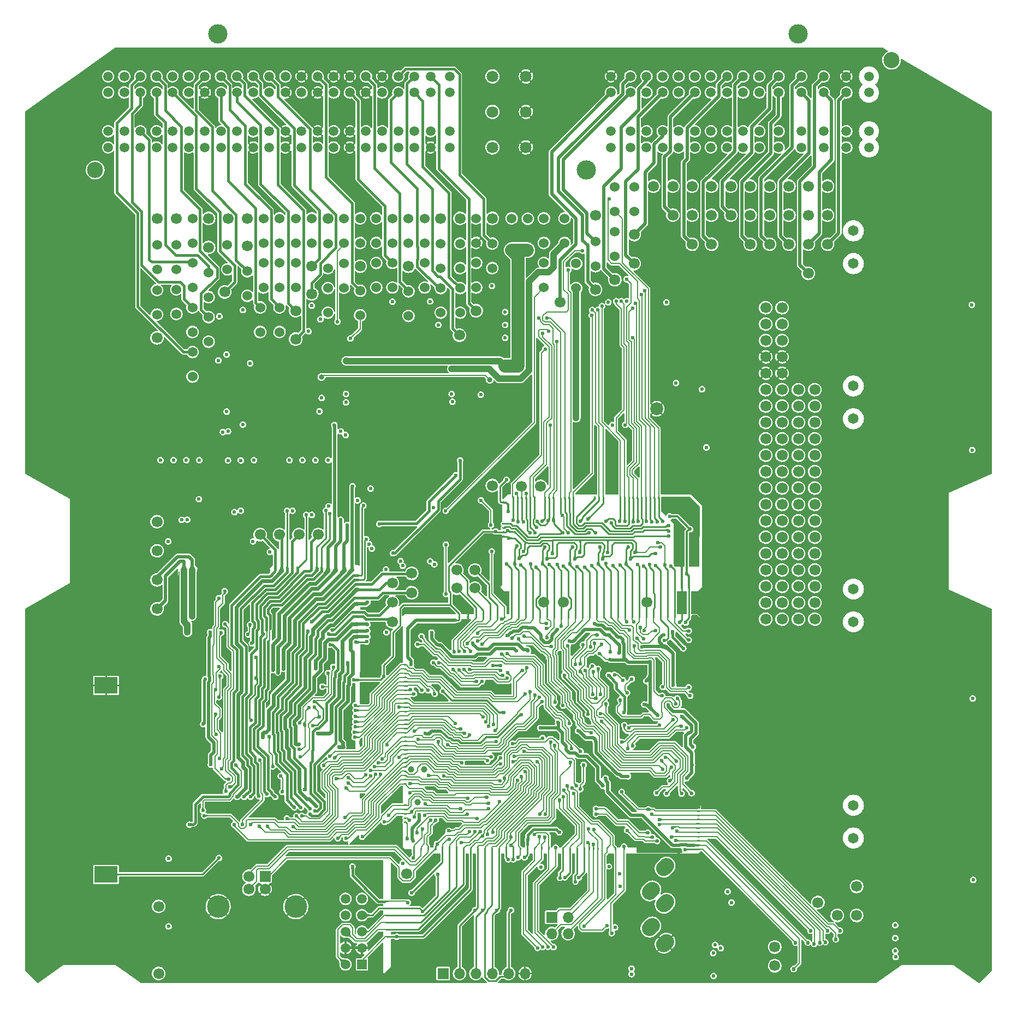
<source format=gbl>
G75*
G70*
%OFA0B0*%
%FSLAX25Y25*%
%IPPOS*%
%LPD*%
%AMOC8*
5,1,8,0,0,1.08239X$1,22.5*
%
%AMM170*
21,1,0.009840,0.009840,-0.000000,-0.000000,180.000000*
21,1,0.000000,0.019680,-0.000000,-0.000000,180.000000*
1,1,0.009840,-0.000000,0.004920*
1,1,0.009840,-0.000000,0.004920*
1,1,0.009840,-0.000000,-0.004920*
1,1,0.009840,-0.000000,-0.004920*
%
%AMM171*
21,1,0.009840,0.009840,-0.000000,-0.000000,270.000000*
21,1,0.000000,0.019680,-0.000000,-0.000000,270.000000*
1,1,0.009840,-0.004920,-0.000000*
1,1,0.009840,-0.004920,-0.000000*
1,1,0.009840,0.004920,-0.000000*
1,1,0.009840,0.004920,-0.000000*
%
%AMM247*
21,1,0.007870,1.133860,-0.000000,-0.000000,0.000000*
21,1,0.000000,1.141730,-0.000000,-0.000000,0.000000*
1,1,0.007870,-0.000000,-0.566930*
1,1,0.007870,-0.000000,-0.566930*
1,1,0.007870,-0.000000,0.566930*
1,1,0.007870,-0.000000,0.566930*
%
%AMM248*
21,1,0.009840,0.009840,-0.000000,-0.000000,90.000000*
21,1,0.000000,0.019680,-0.000000,-0.000000,90.000000*
1,1,0.009840,0.004920,-0.000000*
1,1,0.009840,0.004920,-0.000000*
1,1,0.009840,-0.004920,-0.000000*
1,1,0.009840,-0.004920,-0.000000*
%
%AMM312*
21,1,0.039370,0.007870,-0.000000,-0.000000,315.000000*
1,1,0.007870,-0.013920,0.013920*
1,1,0.007870,0.013920,-0.013920*
%
%AMM334*
21,1,0.007870,0.078350,-0.000000,0.000000,225.000000*
21,1,0.000000,0.086220,-0.000000,0.000000,225.000000*
1,1,0.007870,-0.027700,0.027700*
1,1,0.007870,-0.027700,0.027700*
1,1,0.007870,0.027700,-0.027700*
1,1,0.007870,0.027700,-0.027700*
%
%AMM335*
21,1,0.007870,0.643700,-0.000000,0.000000,0.000000*
21,1,0.000000,0.651580,-0.000000,0.000000,0.000000*
1,1,0.007870,-0.000000,-0.321850*
1,1,0.007870,-0.000000,-0.321850*
1,1,0.007870,-0.000000,0.321850*
1,1,0.007870,-0.000000,0.321850*
%
%AMM336*
21,1,0.007870,0.287010,-0.000000,0.000000,270.000000*
21,1,0.000000,0.294880,-0.000000,0.000000,270.000000*
1,1,0.007870,-0.143500,0.000000*
1,1,0.007870,-0.143500,0.000000*
1,1,0.007870,0.143500,0.000000*
1,1,0.007870,0.143500,0.000000*
%
%AMM337*
21,1,0.007870,0.023620,-0.000000,0.000000,315.000000*
21,1,0.000000,0.031500,-0.000000,0.000000,315.000000*
1,1,0.007870,-0.008350,-0.008350*
1,1,0.007870,-0.008350,-0.008350*
1,1,0.007870,0.008350,0.008350*
1,1,0.007870,0.008350,0.008350*
%
%AMM338*
21,1,0.007870,0.361020,-0.000000,0.000000,90.000000*
21,1,0.000000,0.368900,-0.000000,0.000000,90.000000*
1,1,0.007870,0.180510,0.000000*
1,1,0.007870,0.180510,0.000000*
1,1,0.007870,-0.180510,0.000000*
1,1,0.007870,-0.180510,0.000000*
%
%AMM339*
21,1,0.009840,0.009840,-0.000000,0.000000,270.000000*
21,1,0.000000,0.019680,-0.000000,0.000000,270.000000*
1,1,0.009840,-0.004920,0.000000*
1,1,0.009840,-0.004920,0.000000*
1,1,0.009840,0.004920,0.000000*
1,1,0.009840,0.004920,0.000000*
%
%ADD10C,0.01969*%
%ADD117C,0.07087*%
%ADD120C,0.09843*%
%ADD131O,0.03937X0.05906*%
%ADD132C,0.02362*%
%ADD134C,0.06496*%
%ADD143C,0.13780*%
%ADD148O,0.06693X0.06693*%
%ADD153C,0.03937*%
%ADD162C,0.03150*%
%ADD172O,0.02362X0.03150*%
%ADD213O,0.01575X0.02362*%
%ADD238O,0.03150X0.02362*%
%ADD239O,0.02362X0.01575*%
%ADD248C,0.00984*%
%ADD250C,0.06000*%
%ADD26C,0.01575*%
%ADD270O,1.00787X0.00787*%
%ADD280C,0.01968*%
%ADD306O,0.01575X0.00787*%
%ADD308C,0.03900*%
%ADD338M170*%
%ADD339M171*%
%ADD40C,0.06693*%
%ADD42C,0.07874*%
%ADD424M247*%
%ADD425M248*%
%ADD44C,0.05906*%
%ADD48R,0.06693X0.06693*%
%ADD49R,0.14173X0.10236*%
%ADD50O,0.44882X0.04331*%
%ADD504M312*%
%ADD526M334*%
%ADD527M335*%
%ADD528M336*%
%ADD529M337*%
%ADD530M338*%
%ADD531M339*%
%ADD62C,0.01181*%
%ADD63C,0.00787*%
%ADD67O,0.00787X1.60630*%
%ADD77C,0.11811*%
%ADD90R,0.05906X0.05906*%
X0000000Y0000000D02*
%LPD*%
G01*
D40*
X0411417Y0505906D03*
D250*
X0129921Y0416909D03*
X0129921Y0431909D03*
D40*
X0505906Y0470472D03*
X0446850Y0488189D03*
D48*
X0282992Y0025591D03*
D148*
X0292992Y0025591D03*
X0302992Y0025591D03*
X0312992Y0025591D03*
X0322992Y0025591D03*
X0332992Y0025591D03*
D250*
X0334646Y0486024D03*
X0334646Y0466732D03*
D40*
X0260630Y0086614D03*
X0482283Y0505906D03*
X0499921Y0291772D03*
X0499921Y0301772D03*
X0499921Y0311772D03*
X0499921Y0321772D03*
X0499921Y0331772D03*
X0509921Y0291772D03*
X0509921Y0301772D03*
X0509921Y0311772D03*
X0509921Y0321772D03*
X0509921Y0331772D03*
X0312992Y0486240D03*
D77*
X0145325Y0598819D03*
D120*
X0556742Y0582677D03*
D77*
X0370522Y0515748D03*
D120*
X0070522Y0515748D03*
D77*
X0499656Y0598819D03*
D44*
X0542963Y0572835D03*
X0529183Y0572835D03*
X0515404Y0572835D03*
X0501624Y0572835D03*
X0487844Y0572835D03*
X0476033Y0572835D03*
X0466191Y0572835D03*
X0456348Y0572835D03*
X0446506Y0572835D03*
X0436663Y0572835D03*
X0426821Y0572835D03*
X0416978Y0572835D03*
X0407136Y0572835D03*
X0397293Y0572835D03*
X0385482Y0572835D03*
X0542963Y0562992D03*
X0529183Y0562992D03*
X0515404Y0562992D03*
X0501624Y0562992D03*
X0487844Y0562992D03*
X0476033Y0562992D03*
X0466191Y0562992D03*
X0456348Y0562992D03*
X0446506Y0562992D03*
X0436663Y0562992D03*
X0426821Y0562992D03*
X0416978Y0562992D03*
X0407136Y0562992D03*
X0397293Y0562992D03*
X0385482Y0562992D03*
X0542963Y0539370D03*
X0529183Y0539370D03*
X0515404Y0539370D03*
X0501624Y0539370D03*
X0487844Y0539370D03*
X0476033Y0539370D03*
X0466191Y0539370D03*
X0456348Y0539370D03*
X0446506Y0539370D03*
X0436663Y0539370D03*
X0426821Y0539370D03*
X0416978Y0539370D03*
X0407136Y0539370D03*
X0397293Y0539370D03*
X0385482Y0539370D03*
X0542963Y0529528D03*
X0529183Y0529528D03*
X0515404Y0529528D03*
X0501624Y0529528D03*
X0487844Y0529528D03*
X0476033Y0529528D03*
X0466191Y0529528D03*
X0456348Y0529528D03*
X0446506Y0529528D03*
X0436663Y0529528D03*
X0426821Y0529528D03*
X0416978Y0529528D03*
X0407136Y0529528D03*
X0397293Y0529528D03*
X0385482Y0529528D03*
D117*
X0333514Y0572835D03*
X0313041Y0572835D03*
X0333514Y0551181D03*
X0313041Y0551181D03*
X0333514Y0529528D03*
X0313041Y0529528D03*
D44*
X0287057Y0572835D03*
X0275246Y0572835D03*
X0265404Y0572835D03*
X0255561Y0572835D03*
X0245719Y0572835D03*
X0235876Y0572835D03*
X0226033Y0572835D03*
X0216191Y0572835D03*
X0206348Y0572835D03*
X0196506Y0572835D03*
X0186663Y0572835D03*
X0176821Y0572835D03*
X0166978Y0572835D03*
X0157136Y0572835D03*
X0147293Y0572835D03*
X0137451Y0572835D03*
X0127608Y0572835D03*
X0117766Y0572835D03*
X0107923Y0572835D03*
X0098081Y0572835D03*
X0088238Y0572835D03*
X0078396Y0572835D03*
X0287057Y0562992D03*
X0275246Y0562992D03*
X0265404Y0562992D03*
X0255561Y0562992D03*
X0245719Y0562992D03*
X0235876Y0562992D03*
X0226033Y0562992D03*
X0216191Y0562992D03*
X0206348Y0562992D03*
X0196506Y0562992D03*
X0186663Y0562992D03*
X0176821Y0562992D03*
X0166978Y0562992D03*
X0157136Y0562992D03*
X0147293Y0562992D03*
X0137451Y0562992D03*
X0127608Y0562992D03*
X0117766Y0562992D03*
X0107923Y0562992D03*
X0098081Y0562992D03*
X0088238Y0562992D03*
X0078396Y0562992D03*
X0287057Y0539370D03*
X0275246Y0539370D03*
X0265404Y0539370D03*
X0255561Y0539370D03*
X0245719Y0539370D03*
X0235876Y0539370D03*
X0226033Y0539370D03*
X0216191Y0539370D03*
X0206348Y0539370D03*
X0196506Y0539370D03*
X0186663Y0539370D03*
X0176821Y0539370D03*
X0166978Y0539370D03*
X0157136Y0539370D03*
X0147293Y0539370D03*
X0137451Y0539370D03*
X0127608Y0539370D03*
X0117766Y0539370D03*
X0107923Y0539370D03*
X0098081Y0539370D03*
X0088238Y0539370D03*
X0078396Y0539370D03*
X0287057Y0529528D03*
X0275246Y0529528D03*
X0265404Y0529528D03*
X0255561Y0529528D03*
X0245719Y0529528D03*
X0235876Y0529528D03*
X0226033Y0529528D03*
X0216191Y0529528D03*
X0206348Y0529528D03*
X0196506Y0529528D03*
X0186663Y0529528D03*
X0176821Y0529528D03*
X0166978Y0529528D03*
X0157136Y0529528D03*
X0147293Y0529528D03*
X0137451Y0529528D03*
X0127608Y0529528D03*
X0117766Y0529528D03*
X0107923Y0529528D03*
X0098081Y0529528D03*
X0088238Y0529528D03*
X0078396Y0529528D03*
D250*
X0163386Y0438957D03*
X0163386Y0453957D03*
D40*
X0458661Y0505906D03*
D250*
X0139764Y0438169D03*
X0139764Y0453169D03*
X0251969Y0444075D03*
X0251969Y0459075D03*
D48*
X0174213Y0084951D03*
D40*
X0164370Y0084951D03*
X0164370Y0077077D03*
X0174213Y0077077D03*
D143*
X0192992Y0066407D03*
X0145591Y0066407D03*
D40*
X0375984Y0442913D03*
X0485433Y0041732D03*
X0458661Y0488189D03*
X0171260Y0293307D03*
X0292913Y0414961D03*
X0263780Y0269685D03*
D250*
X0183071Y0471240D03*
X0183071Y0486240D03*
X0222441Y0443878D03*
X0222441Y0458878D03*
D40*
X0291339Y0260630D03*
X0494094Y0488189D03*
D250*
X0271654Y0444075D03*
X0271654Y0459075D03*
X0212598Y0428720D03*
X0212598Y0443720D03*
D40*
X0482283Y0470472D03*
D250*
X0139764Y0411004D03*
X0139764Y0426004D03*
D40*
X0485433Y0030315D03*
X0499921Y0341772D03*
X0499921Y0351772D03*
X0499921Y0361772D03*
X0499921Y0371772D03*
X0499921Y0381772D03*
X0509921Y0341772D03*
X0509921Y0351772D03*
X0509921Y0361772D03*
X0509921Y0371772D03*
X0509921Y0381772D03*
X0356299Y0251969D03*
X0108268Y0413386D03*
X0435039Y0488189D03*
X0505906Y0488189D03*
X0505906Y0505906D03*
G36*
G01*
X0245859Y0094065D02*
X0209757Y0094065D01*
G75*
G02*
X0209363Y0094459I0000000J0000394D01*
G01*
X0209363Y0094459D01*
G75*
G02*
X0209757Y0094852I0000394J0000000D01*
G01*
X0245859Y0094852D01*
G75*
G02*
X0246253Y0094459I0000000J-000394D01*
G01*
X0246253Y0094459D01*
G75*
G02*
X0245859Y0094065I-000394J0000000D01*
G01*
G37*
G36*
G01*
X0215384Y0024803D02*
X0244085Y0024803D01*
G75*
G02*
X0244478Y0024409I0000000J-000394D01*
G01*
X0244478Y0024409D01*
G75*
G02*
X0244085Y0024016I-000394J0000000D01*
G01*
X0215384Y0024016D01*
G75*
G02*
X0214990Y0024409I0000000J0000394D01*
G01*
X0214990Y0024409D01*
G75*
G02*
X0215384Y0024803I0000394J0000000D01*
G01*
G37*
G36*
G01*
X0209324Y0030002D02*
X0209324Y0094372D01*
G75*
G02*
X0209718Y0094766I0000394J0000000D01*
G01*
X0209718Y0094766D01*
G75*
G02*
X0210112Y0094372I0000000J-000394D01*
G01*
X0210112Y0030002D01*
G75*
G02*
X0209718Y0029608I-000394J0000000D01*
G01*
X0209718Y0029608D01*
G75*
G02*
X0209324Y0030002I0000000J0000394D01*
G01*
G37*
G36*
G01*
X0210005Y0030255D02*
X0215545Y0024715D01*
G75*
G02*
X0215545Y0024158I-000278J-000278D01*
G01*
X0215545Y0024158D01*
G75*
G02*
X0214988Y0024158I-000278J0000278D01*
G01*
X0209448Y0029698D01*
G75*
G02*
X0209448Y0030255I0000278J0000278D01*
G01*
X0209448Y0030255D01*
G75*
G02*
X0210005Y0030255I0000278J-000278D01*
G01*
G37*
G36*
G01*
X0243859Y0024730D02*
X0245529Y0026401D01*
G75*
G02*
X0246086Y0026401I0000278J-000278D01*
G01*
X0246086Y0026401D01*
G75*
G02*
X0246086Y0025844I-000278J-000278D01*
G01*
X0244416Y0024174D01*
G75*
G02*
X0243859Y0024174I-000278J0000278D01*
G01*
X0243859Y0024174D01*
G75*
G02*
X0243859Y0024730I0000278J0000278D01*
G01*
G37*
G36*
G01*
X0248622Y0070177D02*
X0249606Y0070177D01*
G75*
G02*
X0250098Y0069685I0000000J-000492D01*
G01*
X0250098Y0069685D01*
G75*
G02*
X0249606Y0069193I-000492J0000000D01*
G01*
X0248622Y0069193D01*
G75*
G02*
X0248130Y0069685I0000000J0000492D01*
G01*
X0248130Y0069685D01*
G75*
G02*
X0248622Y0070177I0000492J0000000D01*
G01*
G37*
G36*
G01*
X0248622Y0065846D02*
X0249606Y0065846D01*
G75*
G02*
X0250098Y0065354I0000000J-000492D01*
G01*
X0250098Y0065354D01*
G75*
G02*
X0249606Y0064862I-000492J0000000D01*
G01*
X0248622Y0064862D01*
G75*
G02*
X0248130Y0065354I0000000J0000492D01*
G01*
X0248130Y0065354D01*
G75*
G02*
X0248622Y0065846I0000492J0000000D01*
G01*
G37*
G36*
G01*
X0248622Y0061516D02*
X0249606Y0061516D01*
G75*
G02*
X0250098Y0061024I0000000J-000492D01*
G01*
X0250098Y0061024D01*
G75*
G02*
X0249606Y0060531I-000492J0000000D01*
G01*
X0248622Y0060531D01*
G75*
G02*
X0248130Y0061024I0000000J0000492D01*
G01*
X0248130Y0061024D01*
G75*
G02*
X0248622Y0061516I0000492J0000000D01*
G01*
G37*
G36*
G01*
X0248622Y0057185D02*
X0249606Y0057185D01*
G75*
G02*
X0250098Y0056693I0000000J-000492D01*
G01*
X0250098Y0056693D01*
G75*
G02*
X0249606Y0056201I-000492J0000000D01*
G01*
X0248622Y0056201D01*
G75*
G02*
X0248130Y0056693I0000000J0000492D01*
G01*
X0248130Y0056693D01*
G75*
G02*
X0248622Y0057185I0000492J0000000D01*
G01*
G37*
G36*
G01*
X0248622Y0052854D02*
X0249606Y0052854D01*
G75*
G02*
X0250098Y0052362I0000000J-000492D01*
G01*
X0250098Y0052362D01*
G75*
G02*
X0249606Y0051870I-000492J0000000D01*
G01*
X0248622Y0051870D01*
G75*
G02*
X0248130Y0052362I0000000J0000492D01*
G01*
X0248130Y0052362D01*
G75*
G02*
X0248622Y0052854I0000492J0000000D01*
G01*
G37*
G36*
G01*
X0248622Y0048524D02*
X0249606Y0048524D01*
G75*
G02*
X0250098Y0048032I0000000J-000492D01*
G01*
X0250098Y0048032D01*
G75*
G02*
X0249606Y0047539I-000492J0000000D01*
G01*
X0248622Y0047539D01*
G75*
G02*
X0248130Y0048032I0000000J0000492D01*
G01*
X0248130Y0048032D01*
G75*
G02*
X0248622Y0048524I0000492J0000000D01*
G01*
G37*
D250*
X0303150Y0471240D03*
X0303150Y0486240D03*
D40*
X0470472Y0505906D03*
D250*
X0399606Y0490531D03*
X0399606Y0505531D03*
X0222441Y0471240D03*
X0222441Y0486240D03*
D40*
X0139764Y0468504D03*
X0479921Y0241772D03*
X0479921Y0251772D03*
X0479921Y0261772D03*
X0479921Y0271772D03*
X0479921Y0281772D03*
X0489921Y0241772D03*
X0489921Y0251772D03*
X0489921Y0261772D03*
X0489921Y0271772D03*
X0489921Y0281772D03*
X0535433Y0078740D03*
X0232283Y0457087D03*
X0505906Y0452756D03*
X0120079Y0486220D03*
D250*
X0232283Y0427146D03*
X0232283Y0442146D03*
D40*
X0183071Y0293307D03*
D250*
X0108268Y0427539D03*
X0108268Y0442539D03*
X0192913Y0444075D03*
X0192913Y0459075D03*
X0129921Y0444075D03*
X0129921Y0459075D03*
X0344488Y0471220D03*
X0344488Y0486220D03*
X0183071Y0416909D03*
X0183071Y0431909D03*
D40*
X0163386Y0486220D03*
D250*
X0129921Y0389744D03*
X0129921Y0404744D03*
D40*
X0446850Y0470472D03*
X0517717Y0505906D03*
D250*
X0120079Y0427933D03*
X0120079Y0442933D03*
D40*
X0535433Y0061024D03*
X0108268Y0248031D03*
X0479921Y0391772D03*
X0479921Y0401772D03*
X0479921Y0411772D03*
X0479921Y0421772D03*
X0479921Y0431772D03*
X0489921Y0391772D03*
X0489921Y0401772D03*
X0489921Y0411772D03*
X0489921Y0421772D03*
X0489921Y0431772D03*
X0479921Y0291772D03*
X0479921Y0301772D03*
X0479921Y0311772D03*
X0479921Y0321772D03*
X0479921Y0331772D03*
X0489921Y0291772D03*
X0489921Y0301772D03*
X0489921Y0311772D03*
X0489921Y0321772D03*
X0489921Y0331772D03*
X0163386Y0469291D03*
D134*
X0533465Y0478661D03*
X0533465Y0458661D03*
D250*
X0242126Y0444075D03*
X0242126Y0459075D03*
D134*
X0533465Y0260157D03*
X0533465Y0240157D03*
D250*
X0120079Y0455098D03*
X0120079Y0470098D03*
X0171260Y0416909D03*
X0171260Y0431909D03*
X0173228Y0471240D03*
X0173228Y0486240D03*
X0324803Y0486220D03*
X0324803Y0466929D03*
D40*
X0435039Y0470472D03*
D250*
X0151181Y0455098D03*
X0151181Y0470098D03*
X0375984Y0457067D03*
X0375984Y0472067D03*
D40*
X0423228Y0488189D03*
G36*
G01*
X0414018Y0080160D02*
X0414018Y0080160D01*
G75*
G02*
X0414018Y0073479I-003341J-003341D01*
G01*
X0412348Y0071808D01*
G75*
G02*
X0405667Y0071808I-003341J0003341D01*
G01*
X0405667Y0071808D01*
G75*
G02*
X0405667Y0078490I0003341J0003341D01*
G01*
X0407337Y0080160D01*
G75*
G02*
X0414018Y0080160I0003341J-003341D01*
G01*
G37*
G36*
G01*
X0422680Y0072680D02*
X0422680Y0072680D01*
G75*
G02*
X0422680Y0065998I-003341J-003341D01*
G01*
X0421009Y0064328D01*
G75*
G02*
X0414328Y0064328I-003341J0003341D01*
G01*
X0414328Y0064328D01*
G75*
G02*
X0414328Y0071009I0003341J0003341D01*
G01*
X0415998Y0072680D01*
G75*
G02*
X0422680Y0072680I0003341J-003341D01*
G01*
G37*
G36*
G01*
X0422680Y0048270D02*
X0422680Y0048270D01*
G75*
G02*
X0422680Y0041589I-003341J-003341D01*
G01*
X0421009Y0039919D01*
G75*
G02*
X0414328Y0039919I-003341J0003341D01*
G01*
X0414328Y0039919D01*
G75*
G02*
X0414328Y0046600I0003341J0003341D01*
G01*
X0415998Y0048270D01*
G75*
G02*
X0422680Y0048270I0003341J-003341D01*
G01*
G37*
G36*
G01*
X0414018Y0058113D02*
X0414018Y0058113D01*
G75*
G02*
X0414018Y0051432I-003341J-003341D01*
G01*
X0412348Y0049761D01*
G75*
G02*
X0405667Y0049761I-003341J0003341D01*
G01*
X0405667Y0049761D01*
G75*
G02*
X0405667Y0056443I0003341J0003341D01*
G01*
X0407337Y0058113D01*
G75*
G02*
X0414018Y0058113I0003341J-003341D01*
G01*
G37*
G36*
G01*
X0422680Y0094727D02*
X0422680Y0094727D01*
G75*
G02*
X0422680Y0088046I-003341J-003341D01*
G01*
X0421009Y0086375D01*
G75*
G02*
X0414328Y0086375I-003341J0003341D01*
G01*
X0414328Y0086375D01*
G75*
G02*
X0414328Y0093057I0003341J0003341D01*
G01*
X0415998Y0094727D01*
G75*
G02*
X0422680Y0094727I0003341J-003341D01*
G01*
G37*
D250*
X0281496Y0428720D03*
X0281496Y0443720D03*
D40*
X0149606Y0441339D03*
X0399606Y0458661D03*
D134*
X0533465Y0128268D03*
X0533465Y0108268D03*
D40*
X0251969Y0251969D03*
X0511811Y0068898D03*
D48*
X0349311Y0059921D03*
D148*
X0359311Y0059921D03*
X0349311Y0049921D03*
X0359311Y0049921D03*
D40*
X0517717Y0470472D03*
X0139764Y0486220D03*
D250*
X0192913Y0471240D03*
X0192913Y0486240D03*
X0232283Y0471240D03*
X0232283Y0486240D03*
X0357087Y0471220D03*
X0357087Y0486220D03*
D132*
X0505657Y0044468D03*
X0507330Y0051693D03*
X0509496Y0043622D03*
X0512940Y0044468D03*
X0516287Y0044763D03*
X0517566Y0051693D03*
X0522684Y0046535D03*
X0525244Y0051693D03*
X0496995Y0028366D03*
X0498177Y0044409D03*
D134*
X0533465Y0384016D03*
X0533465Y0364016D03*
D132*
X0449117Y0331545D03*
X0344931Y0331545D03*
X0302018Y0331545D03*
X0400837Y0331545D03*
X0443652Y0346506D03*
D250*
X0293307Y0455886D03*
X0293307Y0470886D03*
D132*
X0252228Y0282039D03*
X0284610Y0287255D03*
X0284541Y0307856D03*
X0277130Y0309795D03*
X0306067Y0314224D03*
G36*
G01*
X0259293Y0118321D02*
X0260278Y0118321D01*
G75*
G02*
X0260770Y0117829I0000000J-000492D01*
G01*
X0260770Y0117829D01*
G75*
G02*
X0260278Y0117337I-000492J0000000D01*
G01*
X0259293Y0117337D01*
G75*
G02*
X0258801Y0117829I0000000J0000492D01*
G01*
X0258801Y0117829D01*
G75*
G02*
X0259293Y0118321I0000492J0000000D01*
G01*
G37*
G36*
G01*
X0260278Y0119936D02*
X0259293Y0119936D01*
G75*
G02*
X0258801Y0120428I0000000J0000492D01*
G01*
X0258801Y0120428D01*
G75*
G02*
X0259293Y0120920I0000492J0000000D01*
G01*
X0260278Y0120920D01*
G75*
G02*
X0260770Y0120428I0000000J-000492D01*
G01*
X0260770Y0120428D01*
G75*
G02*
X0260278Y0119936I-000492J0000000D01*
G01*
G37*
G36*
G01*
X0260278Y0122534D02*
X0259293Y0122534D01*
G75*
G02*
X0258801Y0123026I0000000J0000492D01*
G01*
X0258801Y0123026D01*
G75*
G02*
X0259293Y0123518I0000492J0000000D01*
G01*
X0260278Y0123518D01*
G75*
G02*
X0260770Y0123026I0000000J-000492D01*
G01*
X0260770Y0123026D01*
G75*
G02*
X0260278Y0122534I-000492J0000000D01*
G01*
G37*
G36*
G01*
X0260278Y0125132D02*
X0259293Y0125132D01*
G75*
G02*
X0258801Y0125625I0000000J0000492D01*
G01*
X0258801Y0125625D01*
G75*
G02*
X0259293Y0126117I0000492J0000000D01*
G01*
X0260278Y0126117D01*
G75*
G02*
X0260770Y0125625I0000000J-000492D01*
G01*
X0260770Y0125625D01*
G75*
G02*
X0260278Y0125132I-000492J0000000D01*
G01*
G37*
G36*
G01*
X0260278Y0127731D02*
X0259293Y0127731D01*
G75*
G02*
X0258801Y0128223I0000000J0000492D01*
G01*
X0258801Y0128223D01*
G75*
G02*
X0259293Y0128715I0000492J0000000D01*
G01*
X0260278Y0128715D01*
G75*
G02*
X0260770Y0128223I0000000J-000492D01*
G01*
X0260770Y0128223D01*
G75*
G02*
X0260278Y0127731I-000492J0000000D01*
G01*
G37*
G36*
G01*
X0260278Y0140723D02*
X0259293Y0140723D01*
G75*
G02*
X0258801Y0141215I0000000J0000492D01*
G01*
X0258801Y0141215D01*
G75*
G02*
X0259293Y0141707I0000492J0000000D01*
G01*
X0260278Y0141707D01*
G75*
G02*
X0260770Y0141215I0000000J-000492D01*
G01*
X0260770Y0141215D01*
G75*
G02*
X0260278Y0140723I-000492J0000000D01*
G01*
G37*
G36*
G01*
X0260278Y0143321D02*
X0259293Y0143321D01*
G75*
G02*
X0258801Y0143813I0000000J0000492D01*
G01*
X0258801Y0143813D01*
G75*
G02*
X0259293Y0144306I0000492J0000000D01*
G01*
X0260278Y0144306D01*
G75*
G02*
X0260770Y0143813I0000000J-000492D01*
G01*
X0260770Y0143813D01*
G75*
G02*
X0260278Y0143321I-000492J0000000D01*
G01*
G37*
G36*
G01*
X0260278Y0145920D02*
X0259293Y0145920D01*
G75*
G02*
X0258801Y0146412I0000000J0000492D01*
G01*
X0258801Y0146412D01*
G75*
G02*
X0259293Y0146904I0000492J0000000D01*
G01*
X0260278Y0146904D01*
G75*
G02*
X0260770Y0146412I0000000J-000492D01*
G01*
X0260770Y0146412D01*
G75*
G02*
X0260278Y0145920I-000492J0000000D01*
G01*
G37*
G36*
G01*
X0260278Y0148518D02*
X0259293Y0148518D01*
G75*
G02*
X0258801Y0149010I0000000J0000492D01*
G01*
X0258801Y0149010D01*
G75*
G02*
X0259293Y0149502I0000492J0000000D01*
G01*
X0260278Y0149502D01*
G75*
G02*
X0260770Y0149010I0000000J-000492D01*
G01*
X0260770Y0149010D01*
G75*
G02*
X0260278Y0148518I-000492J0000000D01*
G01*
G37*
G36*
G01*
X0260278Y0151117D02*
X0259293Y0151117D01*
G75*
G02*
X0258801Y0151609I0000000J0000492D01*
G01*
X0258801Y0151609D01*
G75*
G02*
X0259293Y0152101I0000492J0000000D01*
G01*
X0260278Y0152101D01*
G75*
G02*
X0260770Y0151609I0000000J-000492D01*
G01*
X0260770Y0151609D01*
G75*
G02*
X0260278Y0151117I-000492J0000000D01*
G01*
G37*
G36*
G01*
X0260278Y0153715D02*
X0259293Y0153715D01*
G75*
G02*
X0258801Y0154207I0000000J0000492D01*
G01*
X0258801Y0154207D01*
G75*
G02*
X0259293Y0154699I0000492J0000000D01*
G01*
X0260278Y0154699D01*
G75*
G02*
X0260770Y0154207I0000000J-000492D01*
G01*
X0260770Y0154207D01*
G75*
G02*
X0260278Y0153715I-000492J0000000D01*
G01*
G37*
G36*
G01*
X0260278Y0156313D02*
X0259293Y0156313D01*
G75*
G02*
X0258801Y0156806I0000000J0000492D01*
G01*
X0258801Y0156806D01*
G75*
G02*
X0259293Y0157298I0000492J0000000D01*
G01*
X0260278Y0157298D01*
G75*
G02*
X0260770Y0156806I0000000J-000492D01*
G01*
X0260770Y0156806D01*
G75*
G02*
X0260278Y0156313I-000492J0000000D01*
G01*
G37*
G36*
G01*
X0260278Y0158912D02*
X0259293Y0158912D01*
G75*
G02*
X0258801Y0159404I0000000J0000492D01*
G01*
X0258801Y0159404D01*
G75*
G02*
X0259293Y0159896I0000492J0000000D01*
G01*
X0260278Y0159896D01*
G75*
G02*
X0260770Y0159404I0000000J-000492D01*
G01*
X0260770Y0159404D01*
G75*
G02*
X0260278Y0158912I-000492J0000000D01*
G01*
G37*
G36*
G01*
X0260278Y0161510D02*
X0259293Y0161510D01*
G75*
G02*
X0258801Y0162002I0000000J0000492D01*
G01*
X0258801Y0162002D01*
G75*
G02*
X0259293Y0162495I0000492J0000000D01*
G01*
X0260278Y0162495D01*
G75*
G02*
X0260770Y0162002I0000000J-000492D01*
G01*
X0260770Y0162002D01*
G75*
G02*
X0260278Y0161510I-000492J0000000D01*
G01*
G37*
G36*
G01*
X0260278Y0164109D02*
X0259293Y0164109D01*
G75*
G02*
X0258801Y0164601I0000000J0000492D01*
G01*
X0258801Y0164601D01*
G75*
G02*
X0259293Y0165093I0000492J0000000D01*
G01*
X0260278Y0165093D01*
G75*
G02*
X0260770Y0164601I0000000J-000492D01*
G01*
X0260770Y0164601D01*
G75*
G02*
X0260278Y0164109I-000492J0000000D01*
G01*
G37*
G36*
G01*
X0260278Y0166707D02*
X0259293Y0166707D01*
G75*
G02*
X0258801Y0167199I0000000J0000492D01*
G01*
X0258801Y0167199D01*
G75*
G02*
X0259293Y0167691I0000492J0000000D01*
G01*
X0260278Y0167691D01*
G75*
G02*
X0260770Y0167199I0000000J-000492D01*
G01*
X0260770Y0167199D01*
G75*
G02*
X0260278Y0166707I-000492J0000000D01*
G01*
G37*
G36*
G01*
X0260278Y0169306D02*
X0259293Y0169306D01*
G75*
G02*
X0258801Y0169798I0000000J0000492D01*
G01*
X0258801Y0169798D01*
G75*
G02*
X0259293Y0170290I0000492J0000000D01*
G01*
X0260278Y0170290D01*
G75*
G02*
X0260770Y0169798I0000000J-000492D01*
G01*
X0260770Y0169798D01*
G75*
G02*
X0260278Y0169306I-000492J0000000D01*
G01*
G37*
G36*
G01*
X0260278Y0171904D02*
X0259293Y0171904D01*
G75*
G02*
X0258801Y0172396I0000000J0000492D01*
G01*
X0258801Y0172396D01*
G75*
G02*
X0259293Y0172888I0000492J0000000D01*
G01*
X0260278Y0172888D01*
G75*
G02*
X0260770Y0172396I0000000J-000492D01*
G01*
X0260770Y0172396D01*
G75*
G02*
X0260278Y0171904I-000492J0000000D01*
G01*
G37*
G36*
G01*
X0260278Y0174502D02*
X0259293Y0174502D01*
G75*
G02*
X0258801Y0174995I0000000J0000492D01*
G01*
X0258801Y0174995D01*
G75*
G02*
X0259293Y0175487I0000492J0000000D01*
G01*
X0260278Y0175487D01*
G75*
G02*
X0260770Y0174995I0000000J-000492D01*
G01*
X0260770Y0174995D01*
G75*
G02*
X0260278Y0174502I-000492J0000000D01*
G01*
G37*
G36*
G01*
X0260278Y0177101D02*
X0259293Y0177101D01*
G75*
G02*
X0258801Y0177593I0000000J0000492D01*
G01*
X0258801Y0177593D01*
G75*
G02*
X0259293Y0178085I0000492J0000000D01*
G01*
X0260278Y0178085D01*
G75*
G02*
X0260770Y0177593I0000000J-000492D01*
G01*
X0260770Y0177593D01*
G75*
G02*
X0260278Y0177101I-000492J0000000D01*
G01*
G37*
G36*
G01*
X0260278Y0179699D02*
X0259293Y0179699D01*
G75*
G02*
X0258801Y0180191I0000000J0000492D01*
G01*
X0258801Y0180191D01*
G75*
G02*
X0259293Y0180684I0000492J0000000D01*
G01*
X0260278Y0180684D01*
G75*
G02*
X0260770Y0180191I0000000J-000492D01*
G01*
X0260770Y0180191D01*
G75*
G02*
X0260278Y0179699I-000492J0000000D01*
G01*
G37*
G36*
G01*
X0260278Y0182298D02*
X0259293Y0182298D01*
G75*
G02*
X0258801Y0182790I0000000J0000492D01*
G01*
X0258801Y0182790D01*
G75*
G02*
X0259293Y0183282I0000492J0000000D01*
G01*
X0260278Y0183282D01*
G75*
G02*
X0260770Y0182790I0000000J-000492D01*
G01*
X0260770Y0182790D01*
G75*
G02*
X0260278Y0182298I-000492J0000000D01*
G01*
G37*
G36*
G01*
X0260278Y0184896D02*
X0259293Y0184896D01*
G75*
G02*
X0258801Y0185388I0000000J0000492D01*
G01*
X0258801Y0185388D01*
G75*
G02*
X0259293Y0185880I0000492J0000000D01*
G01*
X0260278Y0185880D01*
G75*
G02*
X0260770Y0185388I0000000J-000492D01*
G01*
X0260770Y0185388D01*
G75*
G02*
X0260278Y0184896I-000492J0000000D01*
G01*
G37*
G36*
G01*
X0260278Y0187495D02*
X0259293Y0187495D01*
G75*
G02*
X0258801Y0187987I0000000J0000492D01*
G01*
X0258801Y0187987D01*
G75*
G02*
X0259293Y0188479I0000492J0000000D01*
G01*
X0260278Y0188479D01*
G75*
G02*
X0260770Y0187987I0000000J-000492D01*
G01*
X0260770Y0187987D01*
G75*
G02*
X0260278Y0187495I-000492J0000000D01*
G01*
G37*
G36*
G01*
X0260278Y0190093D02*
X0259293Y0190093D01*
G75*
G02*
X0258801Y0190585I0000000J0000492D01*
G01*
X0258801Y0190585D01*
G75*
G02*
X0259293Y0191077I0000492J0000000D01*
G01*
X0260278Y0191077D01*
G75*
G02*
X0260770Y0190585I0000000J-000492D01*
G01*
X0260770Y0190585D01*
G75*
G02*
X0260278Y0190093I-000492J0000000D01*
G01*
G37*
G36*
G01*
X0260278Y0192691D02*
X0259293Y0192691D01*
G75*
G02*
X0258801Y0193184I0000000J0000492D01*
G01*
X0258801Y0193184D01*
G75*
G02*
X0259293Y0193676I0000492J0000000D01*
G01*
X0260278Y0193676D01*
G75*
G02*
X0260770Y0193184I0000000J-000492D01*
G01*
X0260770Y0193184D01*
G75*
G02*
X0260278Y0192691I-000492J0000000D01*
G01*
G37*
G36*
G01*
X0260278Y0195290D02*
X0259293Y0195290D01*
G75*
G02*
X0258801Y0195782I0000000J0000492D01*
G01*
X0258801Y0195782D01*
G75*
G02*
X0259293Y0196274I0000492J0000000D01*
G01*
X0260278Y0196274D01*
G75*
G02*
X0260770Y0195782I0000000J-000492D01*
G01*
X0260770Y0195782D01*
G75*
G02*
X0260278Y0195290I-000492J0000000D01*
G01*
G37*
G36*
G01*
X0260278Y0197888D02*
X0259293Y0197888D01*
G75*
G02*
X0258801Y0198380I0000000J0000492D01*
G01*
X0258801Y0198380D01*
G75*
G02*
X0259293Y0198873I0000492J0000000D01*
G01*
X0260278Y0198873D01*
G75*
G02*
X0260770Y0198380I0000000J-000492D01*
G01*
X0260770Y0198380D01*
G75*
G02*
X0260278Y0197888I-000492J0000000D01*
G01*
G37*
G36*
G01*
X0260278Y0200487D02*
X0259293Y0200487D01*
G75*
G02*
X0258801Y0200979I0000000J0000492D01*
G01*
X0258801Y0200979D01*
G75*
G02*
X0259293Y0201471I0000492J0000000D01*
G01*
X0260278Y0201471D01*
G75*
G02*
X0260770Y0200979I0000000J-000492D01*
G01*
X0260770Y0200979D01*
G75*
G02*
X0260278Y0200487I-000492J0000000D01*
G01*
G37*
G36*
G01*
X0260278Y0203085D02*
X0259293Y0203085D01*
G75*
G02*
X0258801Y0203577I0000000J0000492D01*
G01*
X0258801Y0203577D01*
G75*
G02*
X0259293Y0204069I0000492J0000000D01*
G01*
X0260278Y0204069D01*
G75*
G02*
X0260770Y0203577I0000000J-000492D01*
G01*
X0260770Y0203577D01*
G75*
G02*
X0260278Y0203085I-000492J0000000D01*
G01*
G37*
G36*
G01*
X0260278Y0205684D02*
X0259293Y0205684D01*
G75*
G02*
X0258801Y0206176I0000000J0000492D01*
G01*
X0258801Y0206176D01*
G75*
G02*
X0259293Y0206668I0000492J0000000D01*
G01*
X0260278Y0206668D01*
G75*
G02*
X0260770Y0206176I0000000J-000492D01*
G01*
X0260770Y0206176D01*
G75*
G02*
X0260278Y0205684I-000492J0000000D01*
G01*
G37*
G36*
G01*
X0260278Y0208282D02*
X0259293Y0208282D01*
G75*
G02*
X0258801Y0208774I0000000J0000492D01*
G01*
X0258801Y0208774D01*
G75*
G02*
X0259293Y0209266I0000492J0000000D01*
G01*
X0260278Y0209266D01*
G75*
G02*
X0260770Y0208774I0000000J-000492D01*
G01*
X0260770Y0208774D01*
G75*
G02*
X0260278Y0208282I-000492J0000000D01*
G01*
G37*
G36*
G01*
X0260278Y0210880D02*
X0259293Y0210880D01*
G75*
G02*
X0258801Y0211373I0000000J0000492D01*
G01*
X0258801Y0211373D01*
G75*
G02*
X0259293Y0211865I0000492J0000000D01*
G01*
X0260278Y0211865D01*
G75*
G02*
X0260770Y0211373I0000000J-000492D01*
G01*
X0260770Y0211373D01*
G75*
G02*
X0260278Y0210880I-000492J0000000D01*
G01*
G37*
G36*
G01*
X0260278Y0213479D02*
X0259293Y0213479D01*
G75*
G02*
X0258801Y0213971I0000000J0000492D01*
G01*
X0258801Y0213971D01*
G75*
G02*
X0259293Y0214463I0000492J0000000D01*
G01*
X0260278Y0214463D01*
G75*
G02*
X0260770Y0213971I0000000J-000492D01*
G01*
X0260770Y0213971D01*
G75*
G02*
X0260278Y0213479I-000492J0000000D01*
G01*
G37*
G36*
G01*
X0392943Y0101089D02*
X0392943Y0102073D01*
G75*
G02*
X0393435Y0102565I0000492J0000000D01*
G01*
X0393435Y0102565D01*
G75*
G02*
X0393927Y0102073I0000000J-000492D01*
G01*
X0393927Y0101089D01*
G75*
G02*
X0393435Y0100597I-000492J0000000D01*
G01*
X0393435Y0100597D01*
G75*
G02*
X0392943Y0101089I0000000J0000492D01*
G01*
G37*
G36*
G01*
X0388730Y0102073D02*
X0388730Y0101089D01*
G75*
G02*
X0388238Y0100597I-000492J0000000D01*
G01*
X0388238Y0100597D01*
G75*
G02*
X0387746Y0101089I0000000J0000492D01*
G01*
X0387746Y0102073D01*
G75*
G02*
X0388238Y0102565I0000492J0000000D01*
G01*
X0388238Y0102565D01*
G75*
G02*
X0388730Y0102073I0000000J-000492D01*
G01*
G37*
G36*
G01*
X0383533Y0102073D02*
X0383533Y0101089D01*
G75*
G02*
X0383041Y0100597I-000492J0000000D01*
G01*
X0383041Y0100597D01*
G75*
G02*
X0382549Y0101089I0000000J0000492D01*
G01*
X0382549Y0102073D01*
G75*
G02*
X0383041Y0102565I0000492J0000000D01*
G01*
X0383041Y0102565D01*
G75*
G02*
X0383533Y0102073I0000000J-000492D01*
G01*
G37*
G36*
G01*
X0380541Y0102073D02*
X0380541Y0101089D01*
G75*
G02*
X0380049Y0100597I-000492J0000000D01*
G01*
X0380049Y0100597D01*
G75*
G02*
X0379557Y0101089I0000000J0000492D01*
G01*
X0379557Y0102073D01*
G75*
G02*
X0380049Y0102565I0000492J0000000D01*
G01*
X0380049Y0102565D01*
G75*
G02*
X0380541Y0102073I0000000J-000492D01*
G01*
G37*
G36*
G01*
X0377923Y0102073D02*
X0377923Y0101089D01*
G75*
G02*
X0377431Y0100597I-000492J0000000D01*
G01*
X0377431Y0100597D01*
G75*
G02*
X0376939Y0101089I0000000J0000492D01*
G01*
X0376939Y0102073D01*
G75*
G02*
X0377431Y0102565I0000492J0000000D01*
G01*
X0377431Y0102565D01*
G75*
G02*
X0377923Y0102073I0000000J-000492D01*
G01*
G37*
G36*
G01*
X0375305Y0102073D02*
X0375305Y0101089D01*
G75*
G02*
X0374813Y0100597I-000492J0000000D01*
G01*
X0374813Y0100597D01*
G75*
G02*
X0374321Y0101089I0000000J0000492D01*
G01*
X0374321Y0102073D01*
G75*
G02*
X0374813Y0102565I0000492J0000000D01*
G01*
X0374813Y0102565D01*
G75*
G02*
X0375305Y0102073I0000000J-000492D01*
G01*
G37*
G36*
G01*
X0372687Y0102073D02*
X0372687Y0101089D01*
G75*
G02*
X0372195Y0100597I-000492J0000000D01*
G01*
X0372195Y0100597D01*
G75*
G02*
X0371703Y0101089I0000000J0000492D01*
G01*
X0371703Y0102073D01*
G75*
G02*
X0372195Y0102565I0000492J0000000D01*
G01*
X0372195Y0102565D01*
G75*
G02*
X0372687Y0102073I0000000J-000492D01*
G01*
G37*
G36*
G01*
X0369636Y0102073D02*
X0369636Y0101089D01*
G75*
G02*
X0369144Y0100597I-000492J0000000D01*
G01*
X0369144Y0100597D01*
G75*
G02*
X0368652Y0101089I0000000J0000492D01*
G01*
X0368652Y0102073D01*
G75*
G02*
X0369144Y0102565I0000492J0000000D01*
G01*
X0369144Y0102565D01*
G75*
G02*
X0369636Y0102073I0000000J-000492D01*
G01*
G37*
G36*
G01*
X0365305Y0102073D02*
X0365305Y0101089D01*
G75*
G02*
X0364813Y0100597I-000492J0000000D01*
G01*
X0364813Y0100597D01*
G75*
G02*
X0364321Y0101089I0000000J0000492D01*
G01*
X0364321Y0102073D01*
G75*
G02*
X0364813Y0102565I0000492J0000000D01*
G01*
X0364813Y0102565D01*
G75*
G02*
X0365305Y0102073I0000000J-000492D01*
G01*
G37*
G36*
G01*
X0360974Y0102073D02*
X0360974Y0101089D01*
G75*
G02*
X0360482Y0100597I-000492J0000000D01*
G01*
X0360482Y0100597D01*
G75*
G02*
X0359990Y0101089I0000000J0000492D01*
G01*
X0359990Y0102073D01*
G75*
G02*
X0360482Y0102565I0000492J0000000D01*
G01*
X0360482Y0102565D01*
G75*
G02*
X0360974Y0102073I0000000J-000492D01*
G01*
G37*
G36*
G01*
X0356644Y0102073D02*
X0356644Y0101089D01*
G75*
G02*
X0356152Y0100597I-000492J0000000D01*
G01*
X0356152Y0100597D01*
G75*
G02*
X0355659Y0101089I0000000J0000492D01*
G01*
X0355659Y0102073D01*
G75*
G02*
X0356152Y0102565I0000492J0000000D01*
G01*
X0356152Y0102565D01*
G75*
G02*
X0356644Y0102073I0000000J-000492D01*
G01*
G37*
G36*
G01*
X0352313Y0102073D02*
X0352313Y0101089D01*
G75*
G02*
X0351821Y0100597I-000492J0000000D01*
G01*
X0351821Y0100597D01*
G75*
G02*
X0351329Y0101089I0000000J0000492D01*
G01*
X0351329Y0102073D01*
G75*
G02*
X0351821Y0102565I0000492J0000000D01*
G01*
X0351821Y0102565D01*
G75*
G02*
X0352313Y0102073I0000000J-000492D01*
G01*
G37*
G36*
G01*
X0347982Y0102073D02*
X0347982Y0101089D01*
G75*
G02*
X0347490Y0100597I-000492J0000000D01*
G01*
X0347490Y0100597D01*
G75*
G02*
X0346998Y0101089I0000000J0000492D01*
G01*
X0346998Y0102073D01*
G75*
G02*
X0347490Y0102565I0000492J0000000D01*
G01*
X0347490Y0102565D01*
G75*
G02*
X0347982Y0102073I0000000J-000492D01*
G01*
G37*
G36*
G01*
X0343652Y0102073D02*
X0343652Y0101089D01*
G75*
G02*
X0343160Y0100597I-000492J0000000D01*
G01*
X0343160Y0100597D01*
G75*
G02*
X0342667Y0101089I0000000J0000492D01*
G01*
X0342667Y0102073D01*
G75*
G02*
X0343160Y0102565I0000492J0000000D01*
G01*
X0343160Y0102565D01*
G75*
G02*
X0343652Y0102073I0000000J-000492D01*
G01*
G37*
G36*
G01*
X0339321Y0102073D02*
X0339321Y0101089D01*
G75*
G02*
X0338829Y0100597I-000492J0000000D01*
G01*
X0338829Y0100597D01*
G75*
G02*
X0338337Y0101089I0000000J0000492D01*
G01*
X0338337Y0102073D01*
G75*
G02*
X0338829Y0102565I0000492J0000000D01*
G01*
X0338829Y0102565D01*
G75*
G02*
X0339321Y0102073I0000000J-000492D01*
G01*
G37*
G36*
G01*
X0334990Y0102073D02*
X0334990Y0101089D01*
G75*
G02*
X0334498Y0100597I-000492J0000000D01*
G01*
X0334498Y0100597D01*
G75*
G02*
X0334006Y0101089I0000000J0000492D01*
G01*
X0334006Y0102073D01*
G75*
G02*
X0334498Y0102565I0000492J0000000D01*
G01*
X0334498Y0102565D01*
G75*
G02*
X0334990Y0102073I0000000J-000492D01*
G01*
G37*
G36*
G01*
X0330660Y0102073D02*
X0330660Y0101089D01*
G75*
G02*
X0330167Y0100597I-000492J0000000D01*
G01*
X0330167Y0100597D01*
G75*
G02*
X0329675Y0101089I0000000J0000492D01*
G01*
X0329675Y0102073D01*
G75*
G02*
X0330167Y0102565I0000492J0000000D01*
G01*
X0330167Y0102565D01*
G75*
G02*
X0330660Y0102073I0000000J-000492D01*
G01*
G37*
G36*
G01*
X0326329Y0102073D02*
X0326329Y0101089D01*
G75*
G02*
X0325837Y0100597I-000492J0000000D01*
G01*
X0325837Y0100597D01*
G75*
G02*
X0325345Y0101089I0000000J0000492D01*
G01*
X0325345Y0102073D01*
G75*
G02*
X0325837Y0102565I0000492J0000000D01*
G01*
X0325837Y0102565D01*
G75*
G02*
X0326329Y0102073I0000000J-000492D01*
G01*
G37*
G36*
G01*
X0321998Y0102073D02*
X0321998Y0101089D01*
G75*
G02*
X0321506Y0100597I-000492J0000000D01*
G01*
X0321506Y0100597D01*
G75*
G02*
X0321014Y0101089I0000000J0000492D01*
G01*
X0321014Y0102073D01*
G75*
G02*
X0321506Y0102565I0000492J0000000D01*
G01*
X0321506Y0102565D01*
G75*
G02*
X0321998Y0102073I0000000J-000492D01*
G01*
G37*
G36*
G01*
X0317667Y0102073D02*
X0317667Y0101089D01*
G75*
G02*
X0317175Y0100597I-000492J0000000D01*
G01*
X0317175Y0100597D01*
G75*
G02*
X0316683Y0101089I0000000J0000492D01*
G01*
X0316683Y0102073D01*
G75*
G02*
X0317175Y0102565I0000492J0000000D01*
G01*
X0317175Y0102565D01*
G75*
G02*
X0317667Y0102073I0000000J-000492D01*
G01*
G37*
G36*
G01*
X0313337Y0102073D02*
X0313337Y0101089D01*
G75*
G02*
X0312845Y0100597I-000492J0000000D01*
G01*
X0312845Y0100597D01*
G75*
G02*
X0312352Y0101089I0000000J0000492D01*
G01*
X0312352Y0102073D01*
G75*
G02*
X0312845Y0102565I0000492J0000000D01*
G01*
X0312845Y0102565D01*
G75*
G02*
X0313337Y0102073I0000000J-000492D01*
G01*
G37*
G36*
G01*
X0309006Y0102073D02*
X0309006Y0101089D01*
G75*
G02*
X0308514Y0100597I-000492J0000000D01*
G01*
X0308514Y0100597D01*
G75*
G02*
X0308022Y0101089I0000000J0000492D01*
G01*
X0308022Y0102073D01*
G75*
G02*
X0308514Y0102565I0000492J0000000D01*
G01*
X0308514Y0102565D01*
G75*
G02*
X0309006Y0102073I0000000J-000492D01*
G01*
G37*
G36*
G01*
X0304675Y0102073D02*
X0304675Y0101089D01*
G75*
G02*
X0304183Y0100597I-000492J0000000D01*
G01*
X0304183Y0100597D01*
G75*
G02*
X0303691Y0101089I0000000J0000492D01*
G01*
X0303691Y0102073D01*
G75*
G02*
X0304183Y0102565I0000492J0000000D01*
G01*
X0304183Y0102565D01*
G75*
G02*
X0304675Y0102073I0000000J-000492D01*
G01*
G37*
G36*
G01*
X0300345Y0102073D02*
X0300345Y0101089D01*
G75*
G02*
X0299853Y0100597I-000492J0000000D01*
G01*
X0299853Y0100597D01*
G75*
G02*
X0299360Y0101089I0000000J0000492D01*
G01*
X0299360Y0102073D01*
G75*
G02*
X0299853Y0102565I0000492J0000000D01*
G01*
X0299853Y0102565D01*
G75*
G02*
X0300345Y0102073I0000000J-000492D01*
G01*
G37*
G36*
G01*
X0296014Y0102073D02*
X0296014Y0101089D01*
G75*
G02*
X0295522Y0100597I-000492J0000000D01*
G01*
X0295522Y0100597D01*
G75*
G02*
X0295030Y0101089I0000000J0000492D01*
G01*
X0295030Y0102073D01*
G75*
G02*
X0295522Y0102565I0000492J0000000D01*
G01*
X0295522Y0102565D01*
G75*
G02*
X0296014Y0102073I0000000J-000492D01*
G01*
G37*
G36*
G01*
X0291683Y0102073D02*
X0291683Y0101089D01*
G75*
G02*
X0291191Y0100597I-000492J0000000D01*
G01*
X0291191Y0100597D01*
G75*
G02*
X0290699Y0101089I0000000J0000492D01*
G01*
X0290699Y0102073D01*
G75*
G02*
X0291191Y0102565I0000492J0000000D01*
G01*
X0291191Y0102565D01*
G75*
G02*
X0291683Y0102073I0000000J-000492D01*
G01*
G37*
G36*
G01*
X0287353Y0102073D02*
X0287353Y0101089D01*
G75*
G02*
X0286860Y0100597I-000492J0000000D01*
G01*
X0286860Y0100597D01*
G75*
G02*
X0286368Y0101089I0000000J0000492D01*
G01*
X0286368Y0102073D01*
G75*
G02*
X0286860Y0102565I0000492J0000000D01*
G01*
X0286860Y0102565D01*
G75*
G02*
X0287353Y0102073I0000000J-000492D01*
G01*
G37*
G36*
G01*
X0283022Y0102073D02*
X0283022Y0101089D01*
G75*
G02*
X0282530Y0100597I-000492J0000000D01*
G01*
X0282530Y0100597D01*
G75*
G02*
X0282038Y0101089I0000000J0000492D01*
G01*
X0282038Y0102073D01*
G75*
G02*
X0282530Y0102565I0000492J0000000D01*
G01*
X0282530Y0102565D01*
G75*
G02*
X0283022Y0102073I0000000J-000492D01*
G01*
G37*
G36*
G01*
X0278691Y0102073D02*
X0278691Y0101089D01*
G75*
G02*
X0278199Y0100597I-000492J0000000D01*
G01*
X0278199Y0100597D01*
G75*
G02*
X0277707Y0101089I0000000J0000492D01*
G01*
X0277707Y0102073D01*
G75*
G02*
X0278199Y0102565I0000492J0000000D01*
G01*
X0278199Y0102565D01*
G75*
G02*
X0278691Y0102073I0000000J-000492D01*
G01*
G37*
G36*
G01*
X0274360Y0102073D02*
X0274360Y0101089D01*
G75*
G02*
X0273868Y0100597I-000492J0000000D01*
G01*
X0273868Y0100597D01*
G75*
G02*
X0273376Y0101089I0000000J0000492D01*
G01*
X0273376Y0102073D01*
G75*
G02*
X0273868Y0102565I0000492J0000000D01*
G01*
X0273868Y0102565D01*
G75*
G02*
X0274360Y0102073I0000000J-000492D01*
G01*
G37*
G36*
G01*
X0270030Y0102073D02*
X0270030Y0101089D01*
G75*
G02*
X0269538Y0100597I-000492J0000000D01*
G01*
X0269538Y0100597D01*
G75*
G02*
X0269045Y0101089I0000000J0000492D01*
G01*
X0269045Y0102073D01*
G75*
G02*
X0269538Y0102565I0000492J0000000D01*
G01*
X0269538Y0102565D01*
G75*
G02*
X0270030Y0102073I0000000J-000492D01*
G01*
G37*
G36*
G01*
X0265699Y0102073D02*
X0265699Y0101089D01*
G75*
G02*
X0265207Y0100597I-000492J0000000D01*
G01*
X0265207Y0100597D01*
G75*
G02*
X0264715Y0101089I0000000J0000492D01*
G01*
X0264715Y0102073D01*
G75*
G02*
X0265207Y0102565I0000492J0000000D01*
G01*
X0265207Y0102565D01*
G75*
G02*
X0265699Y0102073I0000000J-000492D01*
G01*
G37*
G36*
G01*
X0293258Y0243526D02*
X0293258Y0242542D01*
G75*
G02*
X0292766Y0242050I-000492J0000000D01*
G01*
X0292766Y0242050D01*
G75*
G02*
X0292274Y0242542I0000000J0000492D01*
G01*
X0292274Y0243526D01*
G75*
G02*
X0292766Y0244018I0000492J0000000D01*
G01*
X0292766Y0244018D01*
G75*
G02*
X0293258Y0243526I0000000J-000492D01*
G01*
G37*
G36*
G01*
X0297470Y0242542D02*
X0297470Y0243526D01*
G75*
G02*
X0297963Y0244018I0000492J0000000D01*
G01*
X0297963Y0244018D01*
G75*
G02*
X0298455Y0243526I0000000J-000492D01*
G01*
X0298455Y0242542D01*
G75*
G02*
X0297963Y0242050I-000492J0000000D01*
G01*
X0297963Y0242050D01*
G75*
G02*
X0297470Y0242542I0000000J0000492D01*
G01*
G37*
G36*
G01*
X0439163Y0128400D02*
X0439163Y0241786D01*
G75*
G02*
X0439557Y0242180I0000394J0000000D01*
G01*
X0439557Y0242180D01*
G75*
G02*
X0439951Y0241786I0000000J-000394D01*
G01*
X0439951Y0128400D01*
G75*
G02*
X0439557Y0128006I-000394J0000000D01*
G01*
X0439557Y0128006D01*
G75*
G02*
X0439163Y0128400I0000000J0000394D01*
G01*
G37*
G36*
G01*
X0302667Y0242542D02*
X0302667Y0243526D01*
G75*
G02*
X0303159Y0244018I0000492J0000000D01*
G01*
X0303159Y0244018D01*
G75*
G02*
X0303652Y0243526I0000000J-000492D01*
G01*
X0303652Y0242542D01*
G75*
G02*
X0303159Y0242050I-000492J0000000D01*
G01*
X0303159Y0242050D01*
G75*
G02*
X0302667Y0242542I0000000J0000492D01*
G01*
G37*
G36*
G01*
X0306998Y0242542D02*
X0306998Y0243526D01*
G75*
G02*
X0307490Y0244018I0000492J0000000D01*
G01*
X0307490Y0244018D01*
G75*
G02*
X0307982Y0243526I0000000J-000492D01*
G01*
X0307982Y0242542D01*
G75*
G02*
X0307490Y0242050I-000492J0000000D01*
G01*
X0307490Y0242050D01*
G75*
G02*
X0306998Y0242542I0000000J0000492D01*
G01*
G37*
G36*
G01*
X0311329Y0242542D02*
X0311329Y0243526D01*
G75*
G02*
X0311821Y0244018I0000492J0000000D01*
G01*
X0311821Y0244018D01*
G75*
G02*
X0312313Y0243526I0000000J-000492D01*
G01*
X0312313Y0242542D01*
G75*
G02*
X0311821Y0242050I-000492J0000000D01*
G01*
X0311821Y0242050D01*
G75*
G02*
X0311329Y0242542I0000000J0000492D01*
G01*
G37*
G36*
G01*
X0315659Y0242542D02*
X0315659Y0243526D01*
G75*
G02*
X0316152Y0244018I0000492J0000000D01*
G01*
X0316152Y0244018D01*
G75*
G02*
X0316644Y0243526I0000000J-000492D01*
G01*
X0316644Y0242542D01*
G75*
G02*
X0316152Y0242050I-000492J0000000D01*
G01*
X0316152Y0242050D01*
G75*
G02*
X0315659Y0242542I0000000J0000492D01*
G01*
G37*
G36*
G01*
X0319990Y0242542D02*
X0319990Y0243526D01*
G75*
G02*
X0320482Y0244018I0000492J0000000D01*
G01*
X0320482Y0244018D01*
G75*
G02*
X0320974Y0243526I0000000J-000492D01*
G01*
X0320974Y0242542D01*
G75*
G02*
X0320482Y0242050I-000492J0000000D01*
G01*
X0320482Y0242050D01*
G75*
G02*
X0319990Y0242542I0000000J0000492D01*
G01*
G37*
G36*
G01*
X0324321Y0242542D02*
X0324321Y0243526D01*
G75*
G02*
X0324813Y0244018I0000492J0000000D01*
G01*
X0324813Y0244018D01*
G75*
G02*
X0325305Y0243526I0000000J-000492D01*
G01*
X0325305Y0242542D01*
G75*
G02*
X0324813Y0242050I-000492J0000000D01*
G01*
X0324813Y0242050D01*
G75*
G02*
X0324321Y0242542I0000000J0000492D01*
G01*
G37*
G36*
G01*
X0328652Y0242542D02*
X0328652Y0243526D01*
G75*
G02*
X0329144Y0244018I0000492J0000000D01*
G01*
X0329144Y0244018D01*
G75*
G02*
X0329636Y0243526I0000000J-000492D01*
G01*
X0329636Y0242542D01*
G75*
G02*
X0329144Y0242050I-000492J0000000D01*
G01*
X0329144Y0242050D01*
G75*
G02*
X0328652Y0242542I0000000J0000492D01*
G01*
G37*
G36*
G01*
X0332982Y0242542D02*
X0332982Y0243526D01*
G75*
G02*
X0333474Y0244018I0000492J0000000D01*
G01*
X0333474Y0244018D01*
G75*
G02*
X0333966Y0243526I0000000J-000492D01*
G01*
X0333966Y0242542D01*
G75*
G02*
X0333474Y0242050I-000492J0000000D01*
G01*
X0333474Y0242050D01*
G75*
G02*
X0332982Y0242542I0000000J0000492D01*
G01*
G37*
G36*
G01*
X0337313Y0242542D02*
X0337313Y0243526D01*
G75*
G02*
X0337805Y0244018I0000492J0000000D01*
G01*
X0337805Y0244018D01*
G75*
G02*
X0338297Y0243526I0000000J-000492D01*
G01*
X0338297Y0242542D01*
G75*
G02*
X0337805Y0242050I-000492J0000000D01*
G01*
X0337805Y0242050D01*
G75*
G02*
X0337313Y0242542I0000000J0000492D01*
G01*
G37*
G36*
G01*
X0341644Y0242542D02*
X0341644Y0243526D01*
G75*
G02*
X0342136Y0244018I0000492J0000000D01*
G01*
X0342136Y0244018D01*
G75*
G02*
X0342628Y0243526I0000000J-000492D01*
G01*
X0342628Y0242542D01*
G75*
G02*
X0342136Y0242050I-000492J0000000D01*
G01*
X0342136Y0242050D01*
G75*
G02*
X0341644Y0242542I0000000J0000492D01*
G01*
G37*
G36*
G01*
X0345974Y0242542D02*
X0345974Y0243526D01*
G75*
G02*
X0346466Y0244018I0000492J0000000D01*
G01*
X0346466Y0244018D01*
G75*
G02*
X0346959Y0243526I0000000J-000492D01*
G01*
X0346959Y0242542D01*
G75*
G02*
X0346466Y0242050I-000492J0000000D01*
G01*
X0346466Y0242050D01*
G75*
G02*
X0345974Y0242542I0000000J0000492D01*
G01*
G37*
G36*
G01*
X0350305Y0242542D02*
X0350305Y0243526D01*
G75*
G02*
X0350797Y0244018I0000492J0000000D01*
G01*
X0350797Y0244018D01*
G75*
G02*
X0351289Y0243526I0000000J-000492D01*
G01*
X0351289Y0242542D01*
G75*
G02*
X0350797Y0242050I-000492J0000000D01*
G01*
X0350797Y0242050D01*
G75*
G02*
X0350305Y0242542I0000000J0000492D01*
G01*
G37*
G36*
G01*
X0354636Y0242542D02*
X0354636Y0243526D01*
G75*
G02*
X0355128Y0244018I0000492J0000000D01*
G01*
X0355128Y0244018D01*
G75*
G02*
X0355620Y0243526I0000000J-000492D01*
G01*
X0355620Y0242542D01*
G75*
G02*
X0355128Y0242050I-000492J0000000D01*
G01*
X0355128Y0242050D01*
G75*
G02*
X0354636Y0242542I0000000J0000492D01*
G01*
G37*
G36*
G01*
X0358966Y0242542D02*
X0358966Y0243526D01*
G75*
G02*
X0359459Y0244018I0000492J0000000D01*
G01*
X0359459Y0244018D01*
G75*
G02*
X0359951Y0243526I0000000J-000492D01*
G01*
X0359951Y0242542D01*
G75*
G02*
X0359459Y0242050I-000492J0000000D01*
G01*
X0359459Y0242050D01*
G75*
G02*
X0358966Y0242542I0000000J0000492D01*
G01*
G37*
G36*
G01*
X0363297Y0242542D02*
X0363297Y0243526D01*
G75*
G02*
X0363789Y0244018I0000492J0000000D01*
G01*
X0363789Y0244018D01*
G75*
G02*
X0364281Y0243526I0000000J-000492D01*
G01*
X0364281Y0242542D01*
G75*
G02*
X0363789Y0242050I-000492J0000000D01*
G01*
X0363789Y0242050D01*
G75*
G02*
X0363297Y0242542I0000000J0000492D01*
G01*
G37*
G36*
G01*
X0367628Y0242542D02*
X0367628Y0243526D01*
G75*
G02*
X0368120Y0244018I0000492J0000000D01*
G01*
X0368120Y0244018D01*
G75*
G02*
X0368612Y0243526I0000000J-000492D01*
G01*
X0368612Y0242542D01*
G75*
G02*
X0368120Y0242050I-000492J0000000D01*
G01*
X0368120Y0242050D01*
G75*
G02*
X0367628Y0242542I0000000J0000492D01*
G01*
G37*
G36*
G01*
X0371959Y0242542D02*
X0371959Y0243526D01*
G75*
G02*
X0372451Y0244018I0000492J0000000D01*
G01*
X0372451Y0244018D01*
G75*
G02*
X0372943Y0243526I0000000J-000492D01*
G01*
X0372943Y0242542D01*
G75*
G02*
X0372451Y0242050I-000492J0000000D01*
G01*
X0372451Y0242050D01*
G75*
G02*
X0371959Y0242542I0000000J0000492D01*
G01*
G37*
G36*
G01*
X0376289Y0242542D02*
X0376289Y0243526D01*
G75*
G02*
X0376781Y0244018I0000492J0000000D01*
G01*
X0376781Y0244018D01*
G75*
G02*
X0377273Y0243526I0000000J-000492D01*
G01*
X0377273Y0242542D01*
G75*
G02*
X0376781Y0242050I-000492J0000000D01*
G01*
X0376781Y0242050D01*
G75*
G02*
X0376289Y0242542I0000000J0000492D01*
G01*
G37*
G36*
G01*
X0380620Y0242542D02*
X0380620Y0243526D01*
G75*
G02*
X0381112Y0244018I0000492J0000000D01*
G01*
X0381112Y0244018D01*
G75*
G02*
X0381604Y0243526I0000000J-000492D01*
G01*
X0381604Y0242542D01*
G75*
G02*
X0381112Y0242050I-000492J0000000D01*
G01*
X0381112Y0242050D01*
G75*
G02*
X0380620Y0242542I0000000J0000492D01*
G01*
G37*
G36*
G01*
X0384951Y0242542D02*
X0384951Y0243526D01*
G75*
G02*
X0385443Y0244018I0000492J0000000D01*
G01*
X0385443Y0244018D01*
G75*
G02*
X0385935Y0243526I0000000J-000492D01*
G01*
X0385935Y0242542D01*
G75*
G02*
X0385443Y0242050I-000492J0000000D01*
G01*
X0385443Y0242050D01*
G75*
G02*
X0384951Y0242542I0000000J0000492D01*
G01*
G37*
G36*
G01*
X0389281Y0242542D02*
X0389281Y0243526D01*
G75*
G02*
X0389773Y0244018I0000492J0000000D01*
G01*
X0389773Y0244018D01*
G75*
G02*
X0390266Y0243526I0000000J-000492D01*
G01*
X0390266Y0242542D01*
G75*
G02*
X0389773Y0242050I-000492J0000000D01*
G01*
X0389773Y0242050D01*
G75*
G02*
X0389281Y0242542I0000000J0000492D01*
G01*
G37*
G36*
G01*
X0393612Y0242542D02*
X0393612Y0243526D01*
G75*
G02*
X0394104Y0244018I0000492J0000000D01*
G01*
X0394104Y0244018D01*
G75*
G02*
X0394596Y0243526I0000000J-000492D01*
G01*
X0394596Y0242542D01*
G75*
G02*
X0394104Y0242050I-000492J0000000D01*
G01*
X0394104Y0242050D01*
G75*
G02*
X0393612Y0242542I0000000J0000492D01*
G01*
G37*
G36*
G01*
X0397943Y0242542D02*
X0397943Y0243526D01*
G75*
G02*
X0398435Y0244018I0000492J0000000D01*
G01*
X0398435Y0244018D01*
G75*
G02*
X0398927Y0243526I0000000J-000492D01*
G01*
X0398927Y0242542D01*
G75*
G02*
X0398435Y0242050I-000492J0000000D01*
G01*
X0398435Y0242050D01*
G75*
G02*
X0397943Y0242542I0000000J0000492D01*
G01*
G37*
G36*
G01*
X0402273Y0242542D02*
X0402273Y0243526D01*
G75*
G02*
X0402766Y0244018I0000492J0000000D01*
G01*
X0402766Y0244018D01*
G75*
G02*
X0403258Y0243526I0000000J-000492D01*
G01*
X0403258Y0242542D01*
G75*
G02*
X0402766Y0242050I-000492J0000000D01*
G01*
X0402766Y0242050D01*
G75*
G02*
X0402273Y0242542I0000000J0000492D01*
G01*
G37*
G36*
G01*
X0406604Y0242542D02*
X0406604Y0243526D01*
G75*
G02*
X0407096Y0244018I0000492J0000000D01*
G01*
X0407096Y0244018D01*
G75*
G02*
X0407588Y0243526I0000000J-000492D01*
G01*
X0407588Y0242542D01*
G75*
G02*
X0407096Y0242050I-000492J0000000D01*
G01*
X0407096Y0242050D01*
G75*
G02*
X0406604Y0242542I0000000J0000492D01*
G01*
G37*
G36*
G01*
X0410935Y0242542D02*
X0410935Y0243526D01*
G75*
G02*
X0411427Y0244018I0000492J0000000D01*
G01*
X0411427Y0244018D01*
G75*
G02*
X0411919Y0243526I0000000J-000492D01*
G01*
X0411919Y0242542D01*
G75*
G02*
X0411427Y0242050I-000492J0000000D01*
G01*
X0411427Y0242050D01*
G75*
G02*
X0410935Y0242542I0000000J0000492D01*
G01*
G37*
G36*
G01*
X0415266Y0242542D02*
X0415266Y0243526D01*
G75*
G02*
X0415758Y0244018I0000492J0000000D01*
G01*
X0415758Y0244018D01*
G75*
G02*
X0416250Y0243526I0000000J-000492D01*
G01*
X0416250Y0242542D01*
G75*
G02*
X0415758Y0242050I-000492J0000000D01*
G01*
X0415758Y0242050D01*
G75*
G02*
X0415266Y0242542I0000000J0000492D01*
G01*
G37*
G36*
G01*
X0419596Y0242542D02*
X0419596Y0243526D01*
G75*
G02*
X0420088Y0244018I0000492J0000000D01*
G01*
X0420088Y0244018D01*
G75*
G02*
X0420580Y0243526I0000000J-000492D01*
G01*
X0420580Y0242542D01*
G75*
G02*
X0420088Y0242050I-000492J0000000D01*
G01*
X0420088Y0242050D01*
G75*
G02*
X0419596Y0242542I0000000J0000492D01*
G01*
G37*
G36*
G01*
X0423927Y0242542D02*
X0423927Y0243526D01*
G75*
G02*
X0424419Y0244018I0000492J0000000D01*
G01*
X0424419Y0244018D01*
G75*
G02*
X0424911Y0243526I0000000J-000492D01*
G01*
X0424911Y0242542D01*
G75*
G02*
X0424419Y0242050I-000492J0000000D01*
G01*
X0424419Y0242050D01*
G75*
G02*
X0423927Y0242542I0000000J0000492D01*
G01*
G37*
G36*
G01*
X0428258Y0242542D02*
X0428258Y0243526D01*
G75*
G02*
X0428750Y0244018I0000492J0000000D01*
G01*
X0428750Y0244018D01*
G75*
G02*
X0429242Y0243526I0000000J-000492D01*
G01*
X0429242Y0242542D01*
G75*
G02*
X0428750Y0242050I-000492J0000000D01*
G01*
X0428750Y0242050D01*
G75*
G02*
X0428258Y0242542I0000000J0000492D01*
G01*
G37*
G36*
G01*
X0432588Y0242542D02*
X0432588Y0243526D01*
G75*
G02*
X0433080Y0244018I0000492J0000000D01*
G01*
X0433080Y0244018D01*
G75*
G02*
X0433573Y0243526I0000000J-000492D01*
G01*
X0433573Y0242542D01*
G75*
G02*
X0433080Y0242050I-000492J0000000D01*
G01*
X0433080Y0242050D01*
G75*
G02*
X0432588Y0242542I0000000J0000492D01*
G01*
G37*
G36*
G01*
X0438533Y0125191D02*
X0439518Y0125191D01*
G75*
G02*
X0440010Y0124699I0000000J-000492D01*
G01*
X0440010Y0124699D01*
G75*
G02*
X0439518Y0124207I-000492J0000000D01*
G01*
X0438533Y0124207D01*
G75*
G02*
X0438041Y0124699I0000000J0000492D01*
G01*
X0438041Y0124699D01*
G75*
G02*
X0438533Y0125191I0000492J0000000D01*
G01*
G37*
G36*
G01*
X0438533Y0122593D02*
X0439518Y0122593D01*
G75*
G02*
X0440010Y0122101I0000000J-000492D01*
G01*
X0440010Y0122101D01*
G75*
G02*
X0439518Y0121609I-000492J0000000D01*
G01*
X0438533Y0121609D01*
G75*
G02*
X0438041Y0122101I0000000J0000492D01*
G01*
X0438041Y0122101D01*
G75*
G02*
X0438533Y0122593I0000492J0000000D01*
G01*
G37*
G36*
G01*
X0438533Y0119995D02*
X0439518Y0119995D01*
G75*
G02*
X0440010Y0119502I0000000J-000492D01*
G01*
X0440010Y0119502D01*
G75*
G02*
X0439518Y0119010I-000492J0000000D01*
G01*
X0438533Y0119010D01*
G75*
G02*
X0438041Y0119502I0000000J0000492D01*
G01*
X0438041Y0119502D01*
G75*
G02*
X0438533Y0119995I0000492J0000000D01*
G01*
G37*
G36*
G01*
X0438533Y0117396D02*
X0439518Y0117396D01*
G75*
G02*
X0440010Y0116904I0000000J-000492D01*
G01*
X0440010Y0116904D01*
G75*
G02*
X0439518Y0116412I-000492J0000000D01*
G01*
X0438533Y0116412D01*
G75*
G02*
X0438041Y0116904I0000000J0000492D01*
G01*
X0438041Y0116904D01*
G75*
G02*
X0438533Y0117396I0000492J0000000D01*
G01*
G37*
G36*
G01*
X0438533Y0114798D02*
X0439518Y0114798D01*
G75*
G02*
X0440010Y0114306I0000000J-000492D01*
G01*
X0440010Y0114306D01*
G75*
G02*
X0439518Y0113813I-000492J0000000D01*
G01*
X0438533Y0113813D01*
G75*
G02*
X0438041Y0114306I0000000J0000492D01*
G01*
X0438041Y0114306D01*
G75*
G02*
X0438533Y0114798I0000492J0000000D01*
G01*
G37*
G36*
G01*
X0438533Y0112199D02*
X0439518Y0112199D01*
G75*
G02*
X0440010Y0111707I0000000J-000492D01*
G01*
X0440010Y0111707D01*
G75*
G02*
X0439518Y0111215I-000492J0000000D01*
G01*
X0438533Y0111215D01*
G75*
G02*
X0438041Y0111707I0000000J0000492D01*
G01*
X0438041Y0111707D01*
G75*
G02*
X0438533Y0112199I0000492J0000000D01*
G01*
G37*
G36*
G01*
X0438533Y0109601D02*
X0439518Y0109601D01*
G75*
G02*
X0440010Y0109109I0000000J-000492D01*
G01*
X0440010Y0109109D01*
G75*
G02*
X0439518Y0108617I-000492J0000000D01*
G01*
X0438533Y0108617D01*
G75*
G02*
X0438041Y0109109I0000000J0000492D01*
G01*
X0438041Y0109109D01*
G75*
G02*
X0438533Y0109601I0000492J0000000D01*
G01*
G37*
G36*
G01*
X0438533Y0107002D02*
X0439518Y0107002D01*
G75*
G02*
X0440010Y0106510I0000000J-000492D01*
G01*
X0440010Y0106510D01*
G75*
G02*
X0439518Y0106018I-000492J0000000D01*
G01*
X0438533Y0106018D01*
G75*
G02*
X0438041Y0106510I0000000J0000492D01*
G01*
X0438041Y0106510D01*
G75*
G02*
X0438533Y0107002I0000492J0000000D01*
G01*
G37*
G36*
G01*
X0438533Y0104404D02*
X0439518Y0104404D01*
G75*
G02*
X0440010Y0103912I0000000J-000492D01*
G01*
X0440010Y0103912D01*
G75*
G02*
X0439518Y0103420I-000492J0000000D01*
G01*
X0438533Y0103420D01*
G75*
G02*
X0438041Y0103912I0000000J0000492D01*
G01*
X0438041Y0103912D01*
G75*
G02*
X0438533Y0104404I0000492J0000000D01*
G01*
G37*
G36*
G01*
X0438533Y0101806D02*
X0439518Y0101806D01*
G75*
G02*
X0440010Y0101313I0000000J-000492D01*
G01*
X0440010Y0101313D01*
G75*
G02*
X0439518Y0100821I-000492J0000000D01*
G01*
X0438533Y0100821D01*
G75*
G02*
X0438041Y0101313I0000000J0000492D01*
G01*
X0438041Y0101313D01*
G75*
G02*
X0438533Y0101806I0000492J0000000D01*
G01*
G37*
D40*
X0523622Y0061024D03*
X0151575Y0486220D03*
D250*
X0293307Y0428720D03*
X0293307Y0443720D03*
D132*
X0279675Y0086161D03*
X0285876Y0066850D03*
X0335892Y0066885D03*
X0302510Y0064212D03*
X0307136Y0064212D03*
X0315699Y0064212D03*
X0324459Y0064212D03*
D40*
X0281496Y0486220D03*
X0494094Y0470472D03*
D250*
X0281496Y0455886D03*
X0281496Y0470886D03*
D40*
X0263780Y0257874D03*
X0344488Y0251969D03*
X0108268Y0283465D03*
X0109252Y0066535D03*
X0470472Y0488189D03*
D250*
X0173228Y0444075D03*
X0173228Y0459075D03*
D40*
X0387795Y0448819D03*
X0202756Y0440157D03*
X0251969Y0240157D03*
X0202756Y0457087D03*
D250*
X0344488Y0444075D03*
X0344488Y0459075D03*
D40*
X0330709Y0322835D03*
X0261811Y0457087D03*
D250*
X0312992Y0455886D03*
X0312992Y0470886D03*
X0183071Y0444075D03*
X0183071Y0459075D03*
X0387795Y0462972D03*
X0387795Y0477972D03*
D40*
X0375984Y0488189D03*
G36*
G01*
X0319321Y0292703D02*
X0320305Y0292703D01*
G75*
G02*
X0320797Y0292211I0000000J-000492D01*
G01*
X0320797Y0292211D01*
G75*
G02*
X0320305Y0291718I-000492J0000000D01*
G01*
X0319321Y0291718D01*
G75*
G02*
X0318829Y0292211I0000000J0000492D01*
G01*
X0318829Y0292211D01*
G75*
G02*
X0319321Y0292703I0000492J0000000D01*
G01*
G37*
G36*
G01*
X0319321Y0295301D02*
X0320305Y0295301D01*
G75*
G02*
X0320797Y0294809I0000000J-000492D01*
G01*
X0320797Y0294809D01*
G75*
G02*
X0320305Y0294317I-000492J0000000D01*
G01*
X0319321Y0294317D01*
G75*
G02*
X0318829Y0294809I0000000J0000492D01*
G01*
X0318829Y0294809D01*
G75*
G02*
X0319321Y0295301I0000492J0000000D01*
G01*
G37*
G36*
G01*
X0319321Y0297900D02*
X0320305Y0297900D01*
G75*
G02*
X0320797Y0297407I0000000J-000492D01*
G01*
X0320797Y0297407D01*
G75*
G02*
X0320305Y0296915I-000492J0000000D01*
G01*
X0319321Y0296915D01*
G75*
G02*
X0318829Y0297407I0000000J0000492D01*
G01*
X0318829Y0297407D01*
G75*
G02*
X0319321Y0297900I0000492J0000000D01*
G01*
G37*
G36*
G01*
X0319321Y0300498D02*
X0320305Y0300498D01*
G75*
G02*
X0320797Y0300006I0000000J-000492D01*
G01*
X0320797Y0300006D01*
G75*
G02*
X0320305Y0299514I-000492J0000000D01*
G01*
X0319321Y0299514D01*
G75*
G02*
X0318829Y0300006I0000000J0000492D01*
G01*
X0318829Y0300006D01*
G75*
G02*
X0319321Y0300498I0000492J0000000D01*
G01*
G37*
G36*
G01*
X0319321Y0313490D02*
X0320305Y0313490D01*
G75*
G02*
X0320797Y0312998I0000000J-000492D01*
G01*
X0320797Y0312998D01*
G75*
G02*
X0320305Y0312506I-000492J0000000D01*
G01*
X0319321Y0312506D01*
G75*
G02*
X0318829Y0312998I0000000J0000492D01*
G01*
X0318829Y0312998D01*
G75*
G02*
X0319321Y0313490I0000492J0000000D01*
G01*
G37*
G36*
G01*
X0432588Y0260345D02*
X0432588Y0261329D01*
G75*
G02*
X0433081Y0261822I0000492J0000000D01*
G01*
X0433081Y0261822D01*
G75*
G02*
X0433573Y0261329I0000000J-000492D01*
G01*
X0433573Y0260345D01*
G75*
G02*
X0433081Y0259853I-000492J0000000D01*
G01*
X0433081Y0259853D01*
G75*
G02*
X0432588Y0260345I0000000J0000492D01*
G01*
G37*
G36*
G01*
X0429242Y0261329D02*
X0429242Y0260345D01*
G75*
G02*
X0428750Y0259853I-000492J0000000D01*
G01*
X0428750Y0259853D01*
G75*
G02*
X0428258Y0260345I0000000J0000492D01*
G01*
X0428258Y0261329D01*
G75*
G02*
X0428750Y0261822I0000492J0000000D01*
G01*
X0428750Y0261822D01*
G75*
G02*
X0429242Y0261329I0000000J-000492D01*
G01*
G37*
G36*
G01*
X0424911Y0261329D02*
X0424911Y0260345D01*
G75*
G02*
X0424419Y0259853I-000492J0000000D01*
G01*
X0424419Y0259853D01*
G75*
G02*
X0423927Y0260345I0000000J0000492D01*
G01*
X0423927Y0261329D01*
G75*
G02*
X0424419Y0261822I0000492J0000000D01*
G01*
X0424419Y0261822D01*
G75*
G02*
X0424911Y0261329I0000000J-000492D01*
G01*
G37*
G36*
G01*
X0420580Y0261329D02*
X0420580Y0260345D01*
G75*
G02*
X0420088Y0259853I-000492J0000000D01*
G01*
X0420088Y0259853D01*
G75*
G02*
X0419596Y0260345I0000000J0000492D01*
G01*
X0419596Y0261329D01*
G75*
G02*
X0420088Y0261822I0000492J0000000D01*
G01*
X0420088Y0261822D01*
G75*
G02*
X0420580Y0261329I0000000J-000492D01*
G01*
G37*
G36*
G01*
X0416250Y0261329D02*
X0416250Y0260345D01*
G75*
G02*
X0415758Y0259853I-000492J0000000D01*
G01*
X0415758Y0259853D01*
G75*
G02*
X0415266Y0260345I0000000J0000492D01*
G01*
X0415266Y0261329D01*
G75*
G02*
X0415758Y0261822I0000492J0000000D01*
G01*
X0415758Y0261822D01*
G75*
G02*
X0416250Y0261329I0000000J-000492D01*
G01*
G37*
G36*
G01*
X0411919Y0261329D02*
X0411919Y0260345D01*
G75*
G02*
X0411427Y0259853I-000492J0000000D01*
G01*
X0411427Y0259853D01*
G75*
G02*
X0410935Y0260345I0000000J0000492D01*
G01*
X0410935Y0261329D01*
G75*
G02*
X0411427Y0261822I0000492J0000000D01*
G01*
X0411427Y0261822D01*
G75*
G02*
X0411919Y0261329I0000000J-000492D01*
G01*
G37*
G36*
G01*
X0407588Y0261329D02*
X0407588Y0260345D01*
G75*
G02*
X0407096Y0259853I-000492J0000000D01*
G01*
X0407096Y0259853D01*
G75*
G02*
X0406604Y0260345I0000000J0000492D01*
G01*
X0406604Y0261329D01*
G75*
G02*
X0407096Y0261822I0000492J0000000D01*
G01*
X0407096Y0261822D01*
G75*
G02*
X0407588Y0261329I0000000J-000492D01*
G01*
G37*
G36*
G01*
X0403258Y0261329D02*
X0403258Y0260345D01*
G75*
G02*
X0402766Y0259853I-000492J0000000D01*
G01*
X0402766Y0259853D01*
G75*
G02*
X0402273Y0260345I0000000J0000492D01*
G01*
X0402273Y0261329D01*
G75*
G02*
X0402766Y0261822I0000492J0000000D01*
G01*
X0402766Y0261822D01*
G75*
G02*
X0403258Y0261329I0000000J-000492D01*
G01*
G37*
G36*
G01*
X0398927Y0261329D02*
X0398927Y0260345D01*
G75*
G02*
X0398435Y0259853I-000492J0000000D01*
G01*
X0398435Y0259853D01*
G75*
G02*
X0397943Y0260345I0000000J0000492D01*
G01*
X0397943Y0261329D01*
G75*
G02*
X0398435Y0261822I0000492J0000000D01*
G01*
X0398435Y0261822D01*
G75*
G02*
X0398927Y0261329I0000000J-000492D01*
G01*
G37*
G36*
G01*
X0394596Y0261329D02*
X0394596Y0260345D01*
G75*
G02*
X0394104Y0259853I-000492J0000000D01*
G01*
X0394104Y0259853D01*
G75*
G02*
X0393612Y0260345I0000000J0000492D01*
G01*
X0393612Y0261329D01*
G75*
G02*
X0394104Y0261822I0000492J0000000D01*
G01*
X0394104Y0261822D01*
G75*
G02*
X0394596Y0261329I0000000J-000492D01*
G01*
G37*
G36*
G01*
X0390266Y0261329D02*
X0390266Y0260345D01*
G75*
G02*
X0389773Y0259853I-000492J0000000D01*
G01*
X0389773Y0259853D01*
G75*
G02*
X0389281Y0260345I0000000J0000492D01*
G01*
X0389281Y0261329D01*
G75*
G02*
X0389773Y0261822I0000492J0000000D01*
G01*
X0389773Y0261822D01*
G75*
G02*
X0390266Y0261329I0000000J-000492D01*
G01*
G37*
G36*
G01*
X0385935Y0261329D02*
X0385935Y0260345D01*
G75*
G02*
X0385443Y0259853I-000492J0000000D01*
G01*
X0385443Y0259853D01*
G75*
G02*
X0384951Y0260345I0000000J0000492D01*
G01*
X0384951Y0261329D01*
G75*
G02*
X0385443Y0261822I0000492J0000000D01*
G01*
X0385443Y0261822D01*
G75*
G02*
X0385935Y0261329I0000000J-000492D01*
G01*
G37*
G36*
G01*
X0381604Y0261329D02*
X0381604Y0260345D01*
G75*
G02*
X0381112Y0259853I-000492J0000000D01*
G01*
X0381112Y0259853D01*
G75*
G02*
X0380620Y0260345I0000000J0000492D01*
G01*
X0380620Y0261329D01*
G75*
G02*
X0381112Y0261822I0000492J0000000D01*
G01*
X0381112Y0261822D01*
G75*
G02*
X0381604Y0261329I0000000J-000492D01*
G01*
G37*
G36*
G01*
X0377273Y0261329D02*
X0377273Y0260345D01*
G75*
G02*
X0376781Y0259853I-000492J0000000D01*
G01*
X0376781Y0259853D01*
G75*
G02*
X0376289Y0260345I0000000J0000492D01*
G01*
X0376289Y0261329D01*
G75*
G02*
X0376781Y0261822I0000492J0000000D01*
G01*
X0376781Y0261822D01*
G75*
G02*
X0377273Y0261329I0000000J-000492D01*
G01*
G37*
G36*
G01*
X0372943Y0261329D02*
X0372943Y0260345D01*
G75*
G02*
X0372451Y0259853I-000492J0000000D01*
G01*
X0372451Y0259853D01*
G75*
G02*
X0371959Y0260345I0000000J0000492D01*
G01*
X0371959Y0261329D01*
G75*
G02*
X0372451Y0261822I0000492J0000000D01*
G01*
X0372451Y0261822D01*
G75*
G02*
X0372943Y0261329I0000000J-000492D01*
G01*
G37*
G36*
G01*
X0368612Y0261329D02*
X0368612Y0260345D01*
G75*
G02*
X0368120Y0259853I-000492J0000000D01*
G01*
X0368120Y0259853D01*
G75*
G02*
X0367628Y0260345I0000000J0000492D01*
G01*
X0367628Y0261329D01*
G75*
G02*
X0368120Y0261822I0000492J0000000D01*
G01*
X0368120Y0261822D01*
G75*
G02*
X0368612Y0261329I0000000J-000492D01*
G01*
G37*
G36*
G01*
X0364281Y0261329D02*
X0364281Y0260345D01*
G75*
G02*
X0363789Y0259853I-000492J0000000D01*
G01*
X0363789Y0259853D01*
G75*
G02*
X0363297Y0260345I0000000J0000492D01*
G01*
X0363297Y0261329D01*
G75*
G02*
X0363789Y0261822I0000492J0000000D01*
G01*
X0363789Y0261822D01*
G75*
G02*
X0364281Y0261329I0000000J-000492D01*
G01*
G37*
G36*
G01*
X0359951Y0261329D02*
X0359951Y0260345D01*
G75*
G02*
X0359459Y0259853I-000492J0000000D01*
G01*
X0359459Y0259853D01*
G75*
G02*
X0358966Y0260345I0000000J0000492D01*
G01*
X0358966Y0261329D01*
G75*
G02*
X0359459Y0261822I0000492J0000000D01*
G01*
X0359459Y0261822D01*
G75*
G02*
X0359951Y0261329I0000000J-000492D01*
G01*
G37*
G36*
G01*
X0355620Y0261329D02*
X0355620Y0260345D01*
G75*
G02*
X0355128Y0259853I-000492J0000000D01*
G01*
X0355128Y0259853D01*
G75*
G02*
X0354636Y0260345I0000000J0000492D01*
G01*
X0354636Y0261329D01*
G75*
G02*
X0355128Y0261822I0000492J0000000D01*
G01*
X0355128Y0261822D01*
G75*
G02*
X0355620Y0261329I0000000J-000492D01*
G01*
G37*
G36*
G01*
X0351289Y0261329D02*
X0351289Y0260345D01*
G75*
G02*
X0350797Y0259853I-000492J0000000D01*
G01*
X0350797Y0259853D01*
G75*
G02*
X0350305Y0260345I0000000J0000492D01*
G01*
X0350305Y0261329D01*
G75*
G02*
X0350797Y0261822I0000492J0000000D01*
G01*
X0350797Y0261822D01*
G75*
G02*
X0351289Y0261329I0000000J-000492D01*
G01*
G37*
G36*
G01*
X0346959Y0261329D02*
X0346959Y0260345D01*
G75*
G02*
X0346466Y0259853I-000492J0000000D01*
G01*
X0346466Y0259853D01*
G75*
G02*
X0345974Y0260345I0000000J0000492D01*
G01*
X0345974Y0261329D01*
G75*
G02*
X0346466Y0261822I0000492J0000000D01*
G01*
X0346466Y0261822D01*
G75*
G02*
X0346959Y0261329I0000000J-000492D01*
G01*
G37*
G36*
G01*
X0342628Y0261329D02*
X0342628Y0260345D01*
G75*
G02*
X0342136Y0259853I-000492J0000000D01*
G01*
X0342136Y0259853D01*
G75*
G02*
X0341644Y0260345I0000000J0000492D01*
G01*
X0341644Y0261329D01*
G75*
G02*
X0342136Y0261822I0000492J0000000D01*
G01*
X0342136Y0261822D01*
G75*
G02*
X0342628Y0261329I0000000J-000492D01*
G01*
G37*
G36*
G01*
X0338297Y0261329D02*
X0338297Y0260345D01*
G75*
G02*
X0337805Y0259853I-000492J0000000D01*
G01*
X0337805Y0259853D01*
G75*
G02*
X0337313Y0260345I0000000J0000492D01*
G01*
X0337313Y0261329D01*
G75*
G02*
X0337805Y0261822I0000492J0000000D01*
G01*
X0337805Y0261822D01*
G75*
G02*
X0338297Y0261329I0000000J-000492D01*
G01*
G37*
G36*
G01*
X0333966Y0261329D02*
X0333966Y0260345D01*
G75*
G02*
X0333474Y0259853I-000492J0000000D01*
G01*
X0333474Y0259853D01*
G75*
G02*
X0332982Y0260345I0000000J0000492D01*
G01*
X0332982Y0261329D01*
G75*
G02*
X0333474Y0261822I0000492J0000000D01*
G01*
X0333474Y0261822D01*
G75*
G02*
X0333966Y0261329I0000000J-000492D01*
G01*
G37*
G36*
G01*
X0329636Y0261329D02*
X0329636Y0260345D01*
G75*
G02*
X0329144Y0259853I-000492J0000000D01*
G01*
X0329144Y0259853D01*
G75*
G02*
X0328652Y0260345I0000000J0000492D01*
G01*
X0328652Y0261329D01*
G75*
G02*
X0329144Y0261822I0000492J0000000D01*
G01*
X0329144Y0261822D01*
G75*
G02*
X0329636Y0261329I0000000J-000492D01*
G01*
G37*
G36*
G01*
X0325305Y0261329D02*
X0325305Y0260345D01*
G75*
G02*
X0324813Y0259853I-000492J0000000D01*
G01*
X0324813Y0259853D01*
G75*
G02*
X0324321Y0260345I0000000J0000492D01*
G01*
X0324321Y0261329D01*
G75*
G02*
X0324813Y0261822I0000492J0000000D01*
G01*
X0324813Y0261822D01*
G75*
G02*
X0325305Y0261329I0000000J-000492D01*
G01*
G37*
G36*
G01*
X0326293Y0316298D02*
X0326293Y0315314D01*
G75*
G02*
X0325801Y0314822I-000492J0000000D01*
G01*
X0325801Y0314822D01*
G75*
G02*
X0325309Y0315314I0000000J0000492D01*
G01*
X0325309Y0316298D01*
G75*
G02*
X0325801Y0316790I0000492J0000000D01*
G01*
X0325801Y0316790D01*
G75*
G02*
X0326293Y0316298I0000000J-000492D01*
G01*
G37*
G36*
G01*
X0328891Y0316298D02*
X0328891Y0315314D01*
G75*
G02*
X0328399Y0314822I-000492J0000000D01*
G01*
X0328399Y0314822D01*
G75*
G02*
X0327907Y0315314I0000000J0000492D01*
G01*
X0327907Y0316298D01*
G75*
G02*
X0328399Y0316790I0000492J0000000D01*
G01*
X0328399Y0316790D01*
G75*
G02*
X0328891Y0316298I0000000J-000492D01*
G01*
G37*
G36*
G01*
X0331490Y0316298D02*
X0331490Y0315314D01*
G75*
G02*
X0330998Y0314822I-000492J0000000D01*
G01*
X0330998Y0314822D01*
G75*
G02*
X0330506Y0315314I0000000J0000492D01*
G01*
X0330506Y0316298D01*
G75*
G02*
X0330998Y0316790I0000492J0000000D01*
G01*
X0330998Y0316790D01*
G75*
G02*
X0331490Y0316298I0000000J-000492D01*
G01*
G37*
G36*
G01*
X0334088Y0316298D02*
X0334088Y0315314D01*
G75*
G02*
X0333596Y0314822I-000492J0000000D01*
G01*
X0333596Y0314822D01*
G75*
G02*
X0333104Y0315314I0000000J0000492D01*
G01*
X0333104Y0316298D01*
G75*
G02*
X0333596Y0316790I0000492J0000000D01*
G01*
X0333596Y0316790D01*
G75*
G02*
X0334088Y0316298I0000000J-000492D01*
G01*
G37*
G36*
G01*
X0336687Y0316298D02*
X0336687Y0315314D01*
G75*
G02*
X0336195Y0314822I-000492J0000000D01*
G01*
X0336195Y0314822D01*
G75*
G02*
X0335703Y0315314I0000000J0000492D01*
G01*
X0335703Y0316298D01*
G75*
G02*
X0336195Y0316790I0000492J0000000D01*
G01*
X0336195Y0316790D01*
G75*
G02*
X0336687Y0316298I0000000J-000492D01*
G01*
G37*
G36*
G01*
X0339285Y0316298D02*
X0339285Y0315314D01*
G75*
G02*
X0338793Y0314822I-000492J0000000D01*
G01*
X0338793Y0314822D01*
G75*
G02*
X0338301Y0315314I0000000J0000492D01*
G01*
X0338301Y0316298D01*
G75*
G02*
X0338793Y0316790I0000492J0000000D01*
G01*
X0338793Y0316790D01*
G75*
G02*
X0339285Y0316298I0000000J-000492D01*
G01*
G37*
G36*
G01*
X0345588Y0316298D02*
X0345588Y0315314D01*
G75*
G02*
X0345096Y0314822I-000492J0000000D01*
G01*
X0345096Y0314822D01*
G75*
G02*
X0344604Y0315314I0000000J0000492D01*
G01*
X0344604Y0316298D01*
G75*
G02*
X0345096Y0316790I0000492J0000000D01*
G01*
X0345096Y0316790D01*
G75*
G02*
X0345588Y0316298I0000000J-000492D01*
G01*
G37*
G36*
G01*
X0348187Y0316298D02*
X0348187Y0315314D01*
G75*
G02*
X0347695Y0314822I-000492J0000000D01*
G01*
X0347695Y0314822D01*
G75*
G02*
X0347203Y0315314I0000000J0000492D01*
G01*
X0347203Y0316298D01*
G75*
G02*
X0347695Y0316790I0000492J0000000D01*
G01*
X0347695Y0316790D01*
G75*
G02*
X0348187Y0316298I0000000J-000492D01*
G01*
G37*
G36*
G01*
X0350785Y0316298D02*
X0350785Y0315314D01*
G75*
G02*
X0350293Y0314822I-000492J0000000D01*
G01*
X0350293Y0314822D01*
G75*
G02*
X0349801Y0315314I0000000J0000492D01*
G01*
X0349801Y0316298D01*
G75*
G02*
X0350293Y0316790I0000492J0000000D01*
G01*
X0350293Y0316790D01*
G75*
G02*
X0350785Y0316298I0000000J-000492D01*
G01*
G37*
G36*
G01*
X0355198Y0316298D02*
X0355198Y0315314D01*
G75*
G02*
X0354706Y0314822I-000492J0000000D01*
G01*
X0354706Y0314822D01*
G75*
G02*
X0354214Y0315314I0000000J0000492D01*
G01*
X0354214Y0316298D01*
G75*
G02*
X0354706Y0316790I0000492J0000000D01*
G01*
X0354706Y0316790D01*
G75*
G02*
X0355198Y0316298I0000000J-000492D01*
G01*
G37*
G36*
G01*
X0357797Y0316298D02*
X0357797Y0315314D01*
G75*
G02*
X0357305Y0314822I-000492J0000000D01*
G01*
X0357305Y0314822D01*
G75*
G02*
X0356812Y0315314I0000000J0000492D01*
G01*
X0356812Y0316298D01*
G75*
G02*
X0357305Y0316790I0000492J0000000D01*
G01*
X0357305Y0316790D01*
G75*
G02*
X0357797Y0316298I0000000J-000492D01*
G01*
G37*
G36*
G01*
X0360395Y0316298D02*
X0360395Y0315314D01*
G75*
G02*
X0359903Y0314822I-000492J0000000D01*
G01*
X0359903Y0314822D01*
G75*
G02*
X0359411Y0315314I0000000J0000492D01*
G01*
X0359411Y0316298D01*
G75*
G02*
X0359903Y0316790I0000492J0000000D01*
G01*
X0359903Y0316790D01*
G75*
G02*
X0360395Y0316298I0000000J-000492D01*
G01*
G37*
G36*
G01*
X0362993Y0316298D02*
X0362993Y0315314D01*
G75*
G02*
X0362501Y0314822I-000492J0000000D01*
G01*
X0362501Y0314822D01*
G75*
G02*
X0362009Y0315314I0000000J0000492D01*
G01*
X0362009Y0316298D01*
G75*
G02*
X0362501Y0316790I0000492J0000000D01*
G01*
X0362501Y0316790D01*
G75*
G02*
X0362993Y0316298I0000000J-000492D01*
G01*
G37*
G36*
G01*
X0376088Y0316298D02*
X0376088Y0315314D01*
G75*
G02*
X0375596Y0314822I-000492J0000000D01*
G01*
X0375596Y0314822D01*
G75*
G02*
X0375104Y0315314I0000000J0000492D01*
G01*
X0375104Y0316298D01*
G75*
G02*
X0375596Y0316790I0000492J0000000D01*
G01*
X0375596Y0316790D01*
G75*
G02*
X0376088Y0316298I0000000J-000492D01*
G01*
G37*
G36*
G01*
X0378687Y0316298D02*
X0378687Y0315314D01*
G75*
G02*
X0378195Y0314822I-000492J0000000D01*
G01*
X0378195Y0314822D01*
G75*
G02*
X0377703Y0315314I0000000J0000492D01*
G01*
X0377703Y0316298D01*
G75*
G02*
X0378195Y0316790I0000492J0000000D01*
G01*
X0378195Y0316790D01*
G75*
G02*
X0378687Y0316298I0000000J-000492D01*
G01*
G37*
G36*
G01*
X0381285Y0316298D02*
X0381285Y0315314D01*
G75*
G02*
X0380793Y0314822I-000492J0000000D01*
G01*
X0380793Y0314822D01*
G75*
G02*
X0380301Y0315314I0000000J0000492D01*
G01*
X0380301Y0316298D01*
G75*
G02*
X0380793Y0316790I0000492J0000000D01*
G01*
X0380793Y0316790D01*
G75*
G02*
X0381285Y0316298I0000000J-000492D01*
G01*
G37*
G36*
G01*
X0391703Y0316298D02*
X0391703Y0315314D01*
G75*
G02*
X0391210Y0314822I-000492J0000000D01*
G01*
X0391210Y0314822D01*
G75*
G02*
X0390718Y0315314I0000000J0000492D01*
G01*
X0390718Y0316298D01*
G75*
G02*
X0391210Y0316790I0000492J0000000D01*
G01*
X0391210Y0316790D01*
G75*
G02*
X0391703Y0316298I0000000J-000492D01*
G01*
G37*
G36*
G01*
X0394301Y0316298D02*
X0394301Y0315314D01*
G75*
G02*
X0393809Y0314822I-000492J0000000D01*
G01*
X0393809Y0314822D01*
G75*
G02*
X0393317Y0315314I0000000J0000492D01*
G01*
X0393317Y0316298D01*
G75*
G02*
X0393809Y0316790I0000492J0000000D01*
G01*
X0393809Y0316790D01*
G75*
G02*
X0394301Y0316298I0000000J-000492D01*
G01*
G37*
G36*
G01*
X0396899Y0316298D02*
X0396899Y0315314D01*
G75*
G02*
X0396407Y0314822I-000492J0000000D01*
G01*
X0396407Y0314822D01*
G75*
G02*
X0395915Y0315314I0000000J0000492D01*
G01*
X0395915Y0316298D01*
G75*
G02*
X0396407Y0316790I0000492J0000000D01*
G01*
X0396407Y0316790D01*
G75*
G02*
X0396899Y0316298I0000000J-000492D01*
G01*
G37*
G36*
G01*
X0399498Y0316298D02*
X0399498Y0315314D01*
G75*
G02*
X0399006Y0314822I-000492J0000000D01*
G01*
X0399006Y0314822D01*
G75*
G02*
X0398514Y0315314I0000000J0000492D01*
G01*
X0398514Y0316298D01*
G75*
G02*
X0399006Y0316790I0000492J0000000D01*
G01*
X0399006Y0316790D01*
G75*
G02*
X0399498Y0316298I0000000J-000492D01*
G01*
G37*
G36*
G01*
X0402096Y0316298D02*
X0402096Y0315314D01*
G75*
G02*
X0401604Y0314822I-000492J0000000D01*
G01*
X0401604Y0314822D01*
G75*
G02*
X0401112Y0315314I0000000J0000492D01*
G01*
X0401112Y0316298D01*
G75*
G02*
X0401604Y0316790I0000492J0000000D01*
G01*
X0401604Y0316790D01*
G75*
G02*
X0402096Y0316298I0000000J-000492D01*
G01*
G37*
G36*
G01*
X0404695Y0316298D02*
X0404695Y0315314D01*
G75*
G02*
X0404203Y0314822I-000492J0000000D01*
G01*
X0404203Y0314822D01*
G75*
G02*
X0403710Y0315314I0000000J0000492D01*
G01*
X0403710Y0316298D01*
G75*
G02*
X0404203Y0316790I0000492J0000000D01*
G01*
X0404203Y0316790D01*
G75*
G02*
X0404695Y0316298I0000000J-000492D01*
G01*
G37*
G36*
G01*
X0407293Y0316298D02*
X0407293Y0315314D01*
G75*
G02*
X0406801Y0314822I-000492J0000000D01*
G01*
X0406801Y0314822D01*
G75*
G02*
X0406309Y0315314I0000000J0000492D01*
G01*
X0406309Y0316298D01*
G75*
G02*
X0406801Y0316790I0000492J0000000D01*
G01*
X0406801Y0316790D01*
G75*
G02*
X0407293Y0316298I0000000J-000492D01*
G01*
G37*
G36*
G01*
X0409892Y0316298D02*
X0409892Y0315314D01*
G75*
G02*
X0409399Y0314822I-000492J0000000D01*
G01*
X0409399Y0314822D01*
G75*
G02*
X0408907Y0315314I0000000J0000492D01*
G01*
X0408907Y0316298D01*
G75*
G02*
X0409399Y0316790I0000492J0000000D01*
G01*
X0409399Y0316790D01*
G75*
G02*
X0409892Y0316298I0000000J-000492D01*
G01*
G37*
G36*
G01*
X0412490Y0316298D02*
X0412490Y0315314D01*
G75*
G02*
X0411998Y0314822I-000492J0000000D01*
G01*
X0411998Y0314822D01*
G75*
G02*
X0411506Y0315314I0000000J0000492D01*
G01*
X0411506Y0316298D01*
G75*
G02*
X0411998Y0316790I0000492J0000000D01*
G01*
X0411998Y0316790D01*
G75*
G02*
X0412490Y0316298I0000000J-000492D01*
G01*
G37*
G36*
G01*
X0415088Y0316298D02*
X0415088Y0315314D01*
G75*
G02*
X0414596Y0314822I-000492J0000000D01*
G01*
X0414596Y0314822D01*
G75*
G02*
X0414104Y0315314I0000000J0000492D01*
G01*
X0414104Y0316298D01*
G75*
G02*
X0414596Y0316790I0000492J0000000D01*
G01*
X0414596Y0316790D01*
G75*
G02*
X0415088Y0316298I0000000J-000492D01*
G01*
G37*
X0399606Y0476378D03*
X0423228Y0505906D03*
X0251969Y0263780D03*
D250*
X0202756Y0471240D03*
X0202756Y0486240D03*
X0242126Y0471240D03*
X0242126Y0486240D03*
D40*
X0407480Y0251969D03*
D250*
X0212598Y0455886D03*
X0212598Y0470886D03*
X0261811Y0426752D03*
X0261811Y0441752D03*
D40*
X0470472Y0470472D03*
X0517717Y0488189D03*
X0479921Y0341772D03*
X0479921Y0351772D03*
X0479921Y0361772D03*
X0479921Y0371772D03*
X0479921Y0381772D03*
X0489921Y0341772D03*
X0489921Y0351772D03*
X0489921Y0361772D03*
X0489921Y0371772D03*
X0489921Y0381772D03*
X0192913Y0429921D03*
X0354331Y0435039D03*
X0342520Y0322835D03*
D132*
X0449065Y0043084D03*
X0452510Y0041017D03*
X0447884Y0038064D03*
X0448179Y0024088D03*
D40*
X0499921Y0241772D03*
X0499921Y0251772D03*
X0499921Y0261772D03*
X0499921Y0271772D03*
X0499921Y0281772D03*
X0509921Y0241772D03*
X0509921Y0251772D03*
X0509921Y0261772D03*
X0509921Y0271772D03*
X0509921Y0281772D03*
X0494094Y0505906D03*
X0312992Y0323228D03*
X0302362Y0260630D03*
D250*
X0271654Y0471240D03*
X0271654Y0486240D03*
X0108268Y0455098D03*
X0108268Y0470098D03*
D40*
X0206693Y0293307D03*
X0108268Y0486220D03*
X0192913Y0412598D03*
X0108268Y0301181D03*
X0108268Y0265748D03*
X0482283Y0488189D03*
D250*
X0129921Y0471220D03*
X0129921Y0486220D03*
D40*
X0303150Y0429921D03*
X0194882Y0293307D03*
D250*
X0303150Y0444075D03*
X0303150Y0459075D03*
X0387795Y0490531D03*
X0387795Y0505531D03*
X0364173Y0443661D03*
X0364173Y0458661D03*
D67*
X0121654Y0188337D03*
G36*
G01*
X0121938Y0108629D02*
X0124721Y0105845D01*
G75*
G02*
X0124721Y0105288I-000278J-000278D01*
G01*
X0124721Y0105288D01*
G75*
G02*
X0124165Y0105288I-000278J0000278D01*
G01*
X0121381Y0108072D01*
G75*
G02*
X0121381Y0108629I0000278J0000278D01*
G01*
X0121381Y0108629D01*
G75*
G02*
X0121938Y0108629I0000278J-000278D01*
G01*
G37*
D270*
X0174409Y0105561D03*
D131*
X0124797Y0270960D03*
X0129741Y0270960D03*
D50*
X0155112Y0271452D03*
D213*
X0180506Y0272633D03*
D172*
X0184344Y0272239D03*
D213*
X0187769Y0272633D03*
X0190644Y0272633D03*
X0194166Y0272633D03*
X0202336Y0272633D03*
X0205879Y0272633D03*
X0208675Y0272633D03*
D172*
X0212691Y0272239D03*
X0217317Y0272239D03*
X0222632Y0272239D03*
X0227258Y0272239D03*
D239*
X0230801Y0268577D03*
X0230801Y0265842D03*
X0230801Y0263164D03*
D238*
X0230427Y0259936D03*
D239*
X0230801Y0254797D03*
D238*
X0230427Y0250979D03*
D239*
X0230801Y0245960D03*
X0230801Y0243401D03*
D238*
X0230427Y0238676D03*
X0230427Y0234444D03*
X0230427Y0230999D03*
D239*
X0230801Y0227751D03*
X0230801Y0204720D03*
D306*
X0231214Y0188755D03*
X0231214Y0186157D03*
X0231214Y0181983D03*
X0231214Y0179211D03*
X0231214Y0176062D03*
X0231214Y0172912D03*
X0231214Y0169779D03*
X0231214Y0161137D03*
X0231214Y0159405D03*
X0231214Y0157672D03*
X0231214Y0155940D03*
X0231214Y0154208D03*
X0231214Y0152476D03*
X0231214Y0150743D03*
X0231214Y0149011D03*
X0231214Y0144582D03*
X0231214Y0141984D03*
X0231214Y0139385D03*
X0231214Y0136787D03*
X0231214Y0123381D03*
X0231214Y0121649D03*
X0231214Y0119916D03*
X0231214Y0118184D03*
X0231214Y0116452D03*
X0231214Y0114720D03*
X0231214Y0112987D03*
D40*
X0212598Y0486220D03*
D250*
X0251969Y0471240D03*
X0251969Y0486240D03*
D40*
X0293307Y0486220D03*
X0435039Y0505906D03*
D132*
X0387966Y0053691D03*
X0385899Y0050246D03*
X0382946Y0054872D03*
X0368970Y0054577D03*
D40*
X0302362Y0271654D03*
X0446850Y0505906D03*
X0291339Y0271654D03*
D250*
X0261811Y0471240D03*
X0261811Y0486240D03*
D40*
X0109252Y0025591D03*
D42*
X0413386Y0370079D03*
D49*
X0077165Y0086024D03*
X0077165Y0201378D03*
D132*
X0433858Y0321260D03*
X0138583Y0389370D03*
X0320866Y0383071D03*
X0200787Y0381496D03*
X0598031Y0236614D03*
X0100394Y0022047D03*
X0277953Y0095669D03*
X0459449Y0050787D03*
X0294094Y0277559D03*
X0320866Y0406693D03*
X0448425Y0325197D03*
X0288189Y0405906D03*
X0199606Y0033858D03*
X0273622Y0363780D03*
X0090945Y0203543D03*
X0238189Y0394488D03*
X0132283Y0103543D03*
X0171654Y0388583D03*
X0236711Y0248031D03*
X0385039Y0096063D03*
X0598031Y0125591D03*
X0352362Y0035039D03*
X0092126Y0120079D03*
X0120079Y0381496D03*
X0332677Y0370472D03*
X0082677Y0587402D03*
X0243303Y0328740D03*
X0234646Y0223622D03*
X0515748Y0201181D03*
X0118110Y0192913D03*
X0090157Y0321260D03*
X0613780Y0059055D03*
X0030709Y0030315D03*
X0212205Y0405906D03*
X0307087Y0275591D03*
X0255512Y0217323D03*
X0171654Y0411024D03*
X0396063Y0040945D03*
X0192126Y0406693D03*
X0472047Y0203543D03*
X0450787Y0548819D03*
X0493701Y0060630D03*
X0611024Y0227953D03*
X0275984Y0043307D03*
X0182677Y0372441D03*
X0130709Y0306693D03*
X0431496Y0045669D03*
X0444094Y0295669D03*
X0317717Y0377559D03*
X0472441Y0257480D03*
X0282250Y0278346D03*
X0300000Y0414567D03*
X0598031Y0227953D03*
X0321260Y0253543D03*
X0143307Y0337008D03*
X0414173Y0449606D03*
X0273622Y0394094D03*
X0030709Y0151969D03*
X0274016Y0387402D03*
X0458661Y0468898D03*
X0291732Y0254331D03*
X0501181Y0087402D03*
X0060630Y0202756D03*
X0126772Y0089370D03*
X0117323Y0259449D03*
X0611024Y0116929D03*
X0474803Y0110236D03*
X0305118Y0406693D03*
X0191732Y0388583D03*
X0475197Y0450394D03*
X0424016Y0402756D03*
X0251181Y0022441D03*
X0255906Y0104724D03*
X0296850Y0375591D03*
X0183071Y0409843D03*
X0448425Y0439764D03*
X0404724Y0062205D03*
X0442423Y0263386D03*
X0242913Y0407087D03*
X0395276Y0072047D03*
X0369685Y0403543D03*
X0068898Y0062992D03*
X0246457Y0347244D03*
X0183071Y0398031D03*
X0031102Y0246063D03*
X0173622Y0331496D03*
X0200394Y0400000D03*
X0384179Y0078204D03*
X0598031Y0476772D03*
X0106299Y0309055D03*
X0428750Y0257886D03*
X0610236Y0388189D03*
X0244094Y0355118D03*
X0518898Y0450394D03*
X0431890Y0549606D03*
X0436220Y0067323D03*
X0611024Y0476772D03*
X0447244Y0387402D03*
X0490157Y0044882D03*
X0448819Y0279921D03*
X0385827Y0320079D03*
X0516929Y0254331D03*
X0172441Y0318898D03*
X0176378Y0347638D03*
X0118110Y0360630D03*
X0255512Y0229528D03*
X0413780Y0549213D03*
X0272835Y0354724D03*
X0486220Y0035827D03*
X0440945Y0314567D03*
X0420866Y0326378D03*
X0515354Y0420472D03*
X0182677Y0384646D03*
X0444882Y0453150D03*
X0396063Y0033465D03*
X0115748Y0279921D03*
X0256299Y0137008D03*
X0597244Y0388189D03*
X0432677Y0399213D03*
X0076772Y0271654D03*
X0293335Y0348923D03*
X0398425Y0094094D03*
X0170866Y0372047D03*
X0143701Y0277953D03*
X0427559Y0076772D03*
X0445669Y0238189D03*
X0271654Y0078740D03*
X0138583Y0379528D03*
X0292126Y0359055D03*
X0157087Y0277559D03*
X0192913Y0398031D03*
X0339370Y0034252D03*
X0440551Y0086614D03*
X0233858Y0192126D03*
X0312992Y0406693D03*
X0239370Y0387795D03*
X0445276Y0251575D03*
X0251969Y0072047D03*
X0267323Y0425197D03*
X0138583Y0359843D03*
X0287008Y0246850D03*
X0538583Y0551181D03*
X0371550Y0318820D03*
X0564173Y0578346D03*
X0418898Y0058661D03*
X0547638Y0587402D03*
X0233858Y0201969D03*
X0493701Y0154331D03*
X0253937Y0422047D03*
X0170866Y0378740D03*
X0431102Y0034646D03*
X0127559Y0359449D03*
X0117717Y0171260D03*
X0138976Y0369291D03*
X0237665Y0098722D03*
X0076378Y0436614D03*
X0274409Y0407480D03*
X0234646Y0210630D03*
X0269291Y0348425D03*
X0315748Y0429134D03*
X0503937Y0225591D03*
X0412598Y0475984D03*
X0385433Y0326378D03*
X0233079Y0134426D03*
X0491732Y0546063D03*
X0161417Y0292126D03*
X0598031Y0468110D03*
X0609843Y0023622D03*
X0370079Y0587795D03*
X0370079Y0384252D03*
X0105118Y0401181D03*
X0516142Y0354724D03*
X0428711Y0245930D03*
X0597244Y0379528D03*
X0289764Y0587008D03*
X0266535Y0277559D03*
X0118110Y0308268D03*
X0342913Y0077559D03*
X0598819Y0503937D03*
X0185827Y0318898D03*
X0444094Y0053937D03*
X0471260Y0386220D03*
X0124803Y0424803D03*
X0471654Y0340945D03*
X0396063Y0052362D03*
X0118504Y0121260D03*
X0454331Y0100000D03*
X0344094Y0509843D03*
X0147244Y0319291D03*
X0300787Y0266142D03*
X0397244Y0083465D03*
X0472835Y0426772D03*
X0232677Y0166535D03*
X0328740Y0383069D03*
X0200787Y0412598D03*
X0117717Y0227559D03*
X0405118Y0083071D03*
X0423228Y0371260D03*
X0280709Y0257480D03*
X0292126Y0320472D03*
X0199606Y0588189D03*
X0124803Y0391339D03*
X0374016Y0325197D03*
X0315748Y0274016D03*
X0438583Y0362205D03*
X0255512Y0346850D03*
X0168110Y0038583D03*
X0418110Y0427559D03*
X0200787Y0021654D03*
X0287008Y0278346D03*
X0363386Y0323622D03*
X0270866Y0035433D03*
X0184252Y0103543D03*
X0369291Y0425984D03*
X0610236Y0379528D03*
X0515748Y0309843D03*
X0200394Y0073228D03*
X0239370Y0363780D03*
X0611024Y0125591D03*
X0200787Y0093307D03*
X0296457Y0369685D03*
X0260236Y0247244D03*
X0298031Y0246457D03*
X0030315Y0334646D03*
X0446063Y0188976D03*
X0420472Y0361417D03*
X0246850Y0127165D03*
X0312992Y0414567D03*
X0370472Y0371654D03*
X0369685Y0363780D03*
X0115354Y0036614D03*
X0472835Y0415748D03*
X0592520Y0050000D03*
X0447638Y0408268D03*
X0614567Y0548819D03*
X0518110Y0100787D03*
X0471654Y0551181D03*
X0358268Y0022835D03*
X0105118Y0332677D03*
X0191732Y0373622D03*
X0139370Y0404724D03*
X0238583Y0406693D03*
X0043307Y0442520D03*
X0446850Y0131496D03*
X0031102Y0549213D03*
X0471260Y0295669D03*
X0128740Y0369291D03*
X0142126Y0292520D03*
X0592520Y0040157D03*
X0275197Y0246850D03*
X0269291Y0407480D03*
X0611024Y0468110D03*
X0316664Y0292288D03*
X0104724Y0361024D03*
X0274409Y0378740D03*
X0284646Y0354331D03*
X0552756Y0025984D03*
X0390982Y0360283D03*
X0239370Y0376772D03*
X0122047Y0294488D03*
X0598031Y0116929D03*
X0369685Y0417717D03*
X0277165Y0038189D03*
X0176378Y0277165D03*
X0115354Y0077559D03*
X0149606Y0306693D03*
X0490157Y0023622D03*
X0611024Y0236614D03*
X0246850Y0218110D03*
X0260630Y0100394D03*
X0246850Y0226378D03*
X0146063Y0096063D03*
X0254724Y0048032D03*
X0238606Y0321419D03*
X0328716Y0396259D03*
D162*
X0223622Y0399291D03*
D132*
X0320817Y0396237D03*
X0270405Y0063550D03*
X0390976Y0078740D03*
X0342665Y0090551D03*
X0332677Y0096457D03*
X0425197Y0385827D03*
X0441048Y0381992D03*
X0246758Y0206789D03*
X0243939Y0299813D03*
X0261417Y0068898D03*
X0459053Y0068898D03*
X0290553Y0329526D03*
X0314961Y0295276D03*
X0207480Y0368504D03*
X0150787Y0403150D03*
X0248120Y0272047D03*
X0230709Y0314173D03*
X0150787Y0368325D03*
X0236711Y0238583D03*
X0239465Y0284823D03*
X0177165Y0282685D03*
X0165175Y0397817D03*
X0237669Y0287598D03*
X0110433Y0338780D03*
X0115124Y0289169D03*
X0236711Y0251969D03*
X0123302Y0302308D03*
X0118307Y0338780D03*
X0224409Y0299213D03*
X0126680Y0302454D03*
X0126181Y0338780D03*
X0220473Y0302408D03*
X0227559Y0322835D03*
X0133858Y0314961D03*
X0134055Y0338780D03*
X0159449Y0338583D03*
X0159449Y0307876D03*
X0187705Y0307876D03*
X0234252Y0311024D03*
X0204921Y0338780D03*
X0212992Y0310630D03*
X0236220Y0228048D03*
X0212795Y0338780D03*
X0197047Y0338780D03*
X0202756Y0305417D03*
X0213776Y0305994D03*
X0258268Y0092913D03*
X0284646Y0257087D03*
X0248330Y0233761D03*
X0328740Y0096457D03*
X0220472Y0356299D03*
X0236711Y0234646D03*
X0145669Y0399606D03*
X0151575Y0356299D03*
X0160707Y0430392D03*
X0216535Y0360236D03*
X0160707Y0360455D03*
X0146338Y0426496D03*
X0236711Y0231162D03*
X0223423Y0354073D03*
X0148458Y0355862D03*
X0167520Y0338780D03*
X0166872Y0289208D03*
X0235899Y0290554D03*
X0151575Y0338583D03*
X0199347Y0305405D03*
X0155512Y0307087D03*
X0190945Y0307876D03*
X0189173Y0338780D03*
X0211301Y0307966D03*
D162*
X0311417Y0387795D03*
X0208607Y0389438D03*
D132*
X0419291Y0435039D03*
X0293307Y0338583D03*
X0327772Y0318407D03*
X0333834Y0318538D03*
X0354238Y0083822D03*
X0357377Y0084055D03*
X0363780Y0081496D03*
X0365748Y0084055D03*
X0394130Y0360283D03*
X0321654Y0326772D03*
X0391726Y0435722D03*
X0345283Y0406558D03*
X0320866Y0421260D03*
X0347244Y0417482D03*
X0208027Y0424706D03*
X0343714Y0416106D03*
X0386262Y0360283D03*
X0348425Y0360283D03*
X0456693Y0075591D03*
X0320866Y0429134D03*
X0341493Y0425356D03*
X0218504Y0423228D03*
X0352346Y0411026D03*
X0200787Y0417323D03*
X0368110Y0466535D03*
X0346214Y0425356D03*
X0359352Y0454822D03*
X0395045Y0435722D03*
X0373624Y0427165D03*
X0275010Y0435620D03*
X0374016Y0430319D03*
X0312797Y0444976D03*
X0377465Y0430319D03*
X0379921Y0432679D03*
X0251969Y0435433D03*
X0280116Y0421260D03*
X0388579Y0435722D03*
X0394988Y0449130D03*
X0202756Y0433071D03*
X0398821Y0431438D03*
X0320866Y0413386D03*
X0398821Y0413386D03*
X0226378Y0412994D03*
X0400396Y0434552D03*
X0384252Y0498031D03*
X0403939Y0439655D03*
X0405907Y0442226D03*
X0606594Y0082677D03*
X0559055Y0055118D03*
X0605857Y0433528D03*
X0559055Y0047244D03*
X0559055Y0039370D03*
X0606301Y0193415D03*
X0606011Y0344925D03*
X0559252Y0035630D03*
X0256055Y0157480D03*
X0208793Y0376661D03*
X0340596Y0041215D03*
X0244861Y0147044D03*
X0343701Y0041732D03*
X0241713Y0147044D03*
X0238665Y0146258D03*
X0346944Y0041844D03*
X0235549Y0146703D03*
X0350394Y0041732D03*
X0305906Y0378740D03*
X0256055Y0188095D03*
X0241147Y0151767D03*
X0223622Y0379134D03*
X0258308Y0274326D03*
X0223622Y0374016D03*
X0256949Y0277165D03*
X0238785Y0149404D03*
X0288189Y0379134D03*
X0243509Y0154129D03*
X0275041Y0277085D03*
X0277559Y0275197D03*
X0245871Y0156491D03*
X0288583Y0374409D03*
X0263780Y0074803D03*
X0312598Y0283071D03*
X0312207Y0299213D03*
X0383858Y0435039D03*
X0398031Y0025246D03*
X0398031Y0028593D03*
D162*
X0288189Y0394488D03*
D132*
X0364173Y0364567D03*
X0233559Y0108961D03*
X0115354Y0054331D03*
X0248551Y0165213D03*
X0115354Y0095669D03*
X0249610Y0122047D03*
X0384278Y0090945D03*
X0325848Y0095214D03*
X0322701Y0095214D03*
X0390697Y0086614D03*
X0264567Y0096065D03*
X0247151Y0118110D03*
D26*
X0242986Y0254797D02*
X0230801Y0254797D01*
X0246063Y0257874D02*
X0242986Y0254797D01*
X0263780Y0257874D02*
X0246063Y0257874D01*
D63*
X0380049Y0071519D02*
X0380049Y0101581D01*
X0359311Y0050781D02*
X0380049Y0071519D01*
X0359311Y0049921D02*
X0359311Y0050781D01*
X0356494Y0459734D02*
X0363296Y0466535D01*
X0356494Y0442931D02*
X0356494Y0459734D01*
X0363296Y0466535D02*
X0368110Y0466535D01*
X0359453Y0439972D02*
X0356494Y0442931D01*
X0359453Y0430319D02*
X0359453Y0439972D01*
X0346260Y0429113D02*
X0358247Y0429113D01*
X0358247Y0429113D02*
X0359453Y0430319D01*
X0343854Y0426707D02*
X0346260Y0429113D01*
X0343854Y0424223D02*
X0343854Y0426707D01*
X0345081Y0422996D02*
X0343854Y0424223D01*
X0354706Y0416692D02*
X0348402Y0422996D01*
X0354706Y0315806D02*
X0354706Y0416692D01*
X0348402Y0422996D02*
X0345081Y0422996D01*
D248*
X0428750Y0243034D02*
X0428750Y0245891D01*
X0316742Y0292211D02*
X0316664Y0292288D01*
X0297963Y0246388D02*
X0297963Y0243034D01*
X0298031Y0246457D02*
X0297963Y0246388D01*
X0428750Y0260837D02*
X0428750Y0257886D01*
X0428750Y0245891D02*
X0428711Y0245930D01*
X0319813Y0292211D02*
X0316742Y0292211D01*
X0428750Y0257886D02*
X0428750Y0257886D01*
X0146063Y0096063D02*
X0136024Y0086024D01*
X0136024Y0086024D02*
X0077165Y0086024D01*
X0249114Y0048032D02*
X0254724Y0048032D01*
X0270697Y0048032D02*
X0299853Y0077187D01*
X0254724Y0048032D02*
X0270697Y0048032D01*
X0299853Y0077187D02*
X0299853Y0101581D01*
D42*
X0324803Y0466929D02*
X0334449Y0466929D01*
X0328740Y0396283D02*
X0328716Y0396259D01*
X0324803Y0466929D02*
X0328740Y0462992D01*
X0328716Y0396259D02*
X0320839Y0396259D01*
D153*
X0317843Y0399211D02*
X0320817Y0396237D01*
X0223703Y0399211D02*
X0317843Y0399211D01*
D42*
X0320839Y0396259D02*
X0320817Y0396237D01*
D153*
X0223622Y0399291D02*
X0223703Y0399211D01*
D42*
X0328740Y0462992D02*
X0328740Y0396283D01*
D248*
X0268600Y0065354D02*
X0249114Y0065354D01*
X0334498Y0101581D02*
X0334498Y0098278D01*
X0270405Y0063550D02*
X0268600Y0065354D01*
X0334498Y0098278D02*
X0332677Y0096457D01*
X0270405Y0063550D02*
X0279675Y0072820D01*
X0279675Y0072820D02*
X0279675Y0086161D01*
X0287402Y0250394D02*
X0292766Y0245030D01*
X0252362Y0219282D02*
X0252362Y0233708D01*
X0244689Y0204720D02*
X0230801Y0204720D01*
D63*
X0261417Y0068898D02*
X0260630Y0069685D01*
D248*
X0256593Y0237938D02*
X0256593Y0248325D01*
D26*
X0244201Y0300074D02*
X0266610Y0300074D01*
D248*
X0292766Y0245030D02*
X0292766Y0243034D01*
X0287402Y0250394D02*
X0287402Y0257970D01*
X0246758Y0213678D02*
X0252362Y0219282D01*
D63*
X0260630Y0069685D02*
X0249114Y0069685D01*
D248*
X0246758Y0206789D02*
X0244689Y0204720D01*
X0315427Y0294809D02*
X0314961Y0295276D01*
X0286282Y0259090D02*
X0286282Y0274077D01*
X0286282Y0274077D02*
X0307480Y0295276D01*
X0246758Y0206789D02*
X0246758Y0213678D01*
X0258661Y0250394D02*
X0287402Y0250394D01*
X0287402Y0257970D02*
X0286282Y0259090D01*
X0256593Y0248325D02*
X0258661Y0250394D01*
X0252362Y0233708D02*
X0256593Y0237938D01*
X0307480Y0295276D02*
X0314961Y0295276D01*
D26*
X0274376Y0307841D02*
X0274376Y0313349D01*
X0266610Y0300074D02*
X0274376Y0307841D01*
D248*
X0319813Y0294809D02*
X0315427Y0294809D01*
D26*
X0243939Y0299813D02*
X0244201Y0300074D01*
X0274376Y0313349D02*
X0290553Y0329526D01*
D10*
X0236711Y0238583D02*
X0236617Y0238676D01*
X0236617Y0238676D02*
X0230427Y0238676D01*
D63*
X0338583Y0361897D02*
X0284541Y0307856D01*
X0344488Y0444075D02*
X0338583Y0438169D01*
X0338583Y0438169D02*
X0338583Y0361897D01*
D10*
X0235722Y0250979D02*
X0230427Y0250979D01*
X0236711Y0251969D02*
X0235722Y0250979D01*
X0224409Y0289370D02*
X0222441Y0287402D01*
X0224409Y0299213D02*
X0224409Y0289370D01*
X0222441Y0287402D02*
X0222441Y0272430D01*
X0222441Y0272430D02*
X0222632Y0272239D01*
X0220472Y0289370D02*
X0217317Y0286214D01*
X0217317Y0286214D02*
X0217317Y0272239D01*
X0220473Y0302408D02*
X0220472Y0302407D01*
X0220472Y0302407D02*
X0220472Y0289370D01*
X0227360Y0322636D02*
X0227360Y0272342D01*
X0227559Y0322835D02*
X0227360Y0322636D01*
X0227360Y0272342D02*
X0227258Y0272239D01*
D248*
X0187705Y0307876D02*
X0187769Y0307812D01*
X0187769Y0307812D02*
X0187769Y0272633D01*
X0230801Y0268577D02*
X0233144Y0268577D01*
X0233440Y0310212D02*
X0234252Y0311024D01*
X0233440Y0268874D02*
X0233440Y0310212D01*
X0233144Y0268577D02*
X0233440Y0268874D01*
X0235923Y0227751D02*
X0236220Y0228048D01*
X0230801Y0227751D02*
X0235923Y0227751D01*
X0208675Y0285447D02*
X0208675Y0272633D01*
X0213776Y0305994D02*
X0213776Y0290547D01*
X0213776Y0290547D02*
X0208675Y0285447D01*
D63*
X0284610Y0257122D02*
X0284610Y0287255D01*
X0330167Y0101581D02*
X0330167Y0097884D01*
X0284646Y0257087D02*
X0284610Y0257122D01*
X0330167Y0097884D02*
X0328740Y0096457D01*
D10*
X0236711Y0234646D02*
X0236509Y0234444D01*
X0236509Y0234444D02*
X0230427Y0234444D01*
X0212691Y0272239D02*
X0212691Y0285525D01*
X0216726Y0289561D02*
X0216726Y0360045D01*
X0216726Y0360045D02*
X0216535Y0360236D01*
X0212691Y0285525D02*
X0216726Y0289561D01*
X0236711Y0231162D02*
X0236548Y0230999D01*
X0236548Y0230999D02*
X0230427Y0230999D01*
D248*
X0234346Y0265842D02*
X0230801Y0265842D01*
X0235899Y0290554D02*
X0235210Y0289865D01*
X0235210Y0289865D02*
X0235210Y0266706D01*
X0235210Y0266706D02*
X0234346Y0265842D01*
X0199506Y0305247D02*
X0199506Y0277973D01*
X0199347Y0305405D02*
X0199506Y0305247D01*
X0199506Y0277973D02*
X0194166Y0272633D01*
X0211317Y0307950D02*
X0211317Y0291088D01*
X0205879Y0285649D02*
X0205879Y0272633D01*
X0211301Y0307966D02*
X0211317Y0307950D01*
X0211317Y0291088D02*
X0205879Y0285649D01*
D63*
X0308661Y0390551D02*
X0311417Y0387795D01*
X0209720Y0390551D02*
X0308661Y0390551D01*
X0208607Y0389438D02*
X0209720Y0390551D01*
D248*
X0292992Y0054694D02*
X0302510Y0064212D01*
X0292992Y0025591D02*
X0292992Y0054694D01*
X0304183Y0065885D02*
X0302510Y0064212D01*
X0304183Y0101581D02*
X0304183Y0065885D01*
X0302992Y0060068D02*
X0307136Y0064212D01*
X0302992Y0025591D02*
X0302992Y0060068D01*
X0308514Y0065590D02*
X0307136Y0064212D01*
X0308514Y0101581D02*
X0308514Y0065590D01*
X0312992Y0061505D02*
X0315699Y0064212D01*
X0317175Y0101581D02*
X0317175Y0065688D01*
X0312992Y0025591D02*
X0312992Y0061505D01*
X0317175Y0065688D02*
X0315699Y0064212D01*
X0309595Y0064168D02*
X0309595Y0063032D01*
X0322992Y0025591D02*
X0322992Y0062745D01*
X0315212Y0020966D02*
X0317867Y0023622D01*
X0322992Y0062745D02*
X0324459Y0064212D01*
X0312845Y0067418D02*
X0309595Y0064168D01*
X0308368Y0061805D02*
X0308368Y0023371D01*
X0310773Y0020966D02*
X0315212Y0020966D01*
X0321024Y0023622D02*
X0322992Y0025591D01*
X0309595Y0063032D02*
X0308368Y0061805D01*
X0308368Y0023371D02*
X0310773Y0020966D01*
X0317867Y0023622D02*
X0321024Y0023622D01*
X0312845Y0101581D02*
X0312845Y0067418D01*
D26*
X0180506Y0272633D02*
X0180506Y0284061D01*
X0180506Y0284061D02*
X0171260Y0293307D01*
D10*
X0124797Y0277167D02*
X0122443Y0277167D01*
X0113384Y0268108D02*
X0113384Y0253148D01*
X0122443Y0277167D02*
X0113384Y0268108D01*
X0113384Y0253148D02*
X0108268Y0248031D01*
X0124797Y0270960D02*
X0124797Y0277167D01*
X0129741Y0277739D02*
X0127559Y0279921D01*
X0129741Y0270960D02*
X0129741Y0277739D01*
X0127559Y0279921D02*
X0120866Y0279921D01*
X0120866Y0279921D02*
X0108268Y0267323D01*
X0108268Y0267323D02*
X0108268Y0265748D01*
D26*
X0279884Y0308473D02*
X0279884Y0313749D01*
X0293307Y0327172D02*
X0293307Y0338583D01*
X0253450Y0282039D02*
X0279884Y0308473D01*
X0252228Y0282039D02*
X0253450Y0282039D01*
X0279884Y0313749D02*
X0293307Y0327172D01*
X0184344Y0292034D02*
X0183071Y0293307D01*
X0184344Y0272239D02*
X0184344Y0292034D01*
X0244188Y0259936D02*
X0248031Y0263780D01*
X0248031Y0263780D02*
X0251969Y0263780D01*
X0230427Y0259936D02*
X0244188Y0259936D01*
X0239542Y0263164D02*
X0230801Y0263164D01*
X0245671Y0269293D02*
X0239542Y0263164D01*
X0263780Y0269685D02*
X0263388Y0269293D01*
X0263388Y0269293D02*
X0245671Y0269293D01*
X0230801Y0243401D02*
X0233970Y0243401D01*
X0233970Y0243401D02*
X0235638Y0241732D01*
X0250394Y0241732D02*
X0251969Y0240157D01*
X0235638Y0241732D02*
X0250394Y0241732D01*
X0202336Y0272633D02*
X0202336Y0288950D01*
X0202336Y0288950D02*
X0206693Y0293307D01*
X0230801Y0245960D02*
X0234749Y0245960D01*
X0244094Y0244094D02*
X0251969Y0251969D01*
X0234749Y0245960D02*
X0236614Y0244094D01*
X0236614Y0244094D02*
X0244094Y0244094D01*
X0190644Y0289069D02*
X0194882Y0293307D01*
X0190644Y0272633D02*
X0190644Y0289069D01*
D63*
X0328399Y0317780D02*
X0327772Y0318407D01*
X0328399Y0315806D02*
X0328399Y0317780D01*
X0330998Y0315806D02*
X0330998Y0322546D01*
X0330998Y0322546D02*
X0330709Y0322835D01*
X0333596Y0315806D02*
X0333596Y0318300D01*
X0333596Y0318300D02*
X0333834Y0318538D01*
D248*
X0346466Y0243034D02*
X0346466Y0249990D01*
X0346466Y0249990D02*
X0344488Y0251969D01*
X0346466Y0260837D02*
X0346466Y0253947D01*
X0346466Y0253947D02*
X0344488Y0251969D01*
X0355128Y0250797D02*
X0356299Y0251969D01*
X0355128Y0260837D02*
X0355128Y0253140D01*
X0355128Y0243034D02*
X0355128Y0250797D01*
X0355128Y0253140D02*
X0356299Y0251969D01*
X0407096Y0252353D02*
X0407480Y0251969D01*
X0407096Y0251584D02*
X0407480Y0251969D01*
X0407096Y0260837D02*
X0407096Y0252353D01*
X0407096Y0243034D02*
X0407096Y0251584D01*
X0356169Y0088846D02*
X0356169Y0101564D01*
X0354238Y0083822D02*
X0354238Y0086915D01*
X0354238Y0086915D02*
X0356169Y0088846D01*
X0356169Y0101564D02*
X0356152Y0101581D01*
X0360482Y0087160D02*
X0360482Y0101581D01*
X0357377Y0084055D02*
X0360482Y0087160D01*
X0364768Y0086714D02*
X0364768Y0101536D01*
X0363289Y0081986D02*
X0363289Y0085235D01*
X0363780Y0081496D02*
X0363289Y0081986D01*
X0363289Y0085235D02*
X0364768Y0086714D01*
X0364768Y0101536D02*
X0364813Y0101581D01*
X0369144Y0087451D02*
X0369144Y0101581D01*
X0365748Y0084055D02*
X0369144Y0087451D01*
D63*
X0372195Y0075962D02*
X0360779Y0064545D01*
X0360779Y0064545D02*
X0353935Y0064545D01*
X0372195Y0101581D02*
X0372195Y0075962D01*
X0353935Y0064545D02*
X0349311Y0059921D01*
X0374813Y0101581D02*
X0374813Y0075423D01*
X0374813Y0075423D02*
X0359311Y0059921D01*
X0354785Y0055396D02*
X0349311Y0049921D01*
X0361483Y0055396D02*
X0354785Y0055396D01*
X0377431Y0071343D02*
X0361483Y0055396D01*
X0377431Y0101581D02*
X0377431Y0071343D01*
X0256104Y0090352D02*
X0250425Y0096031D01*
X0256104Y0084442D02*
X0256104Y0090352D01*
X0187370Y0096031D02*
X0176289Y0084951D01*
X0176289Y0084951D02*
X0174213Y0084951D01*
X0250425Y0096031D02*
X0187370Y0096031D01*
X0278199Y0101477D02*
X0265156Y0088433D01*
X0258458Y0082089D02*
X0256104Y0084442D01*
X0278199Y0101581D02*
X0278199Y0101477D01*
X0262802Y0082089D02*
X0258458Y0082089D01*
X0265156Y0088433D02*
X0265156Y0084442D01*
X0265156Y0084442D02*
X0262802Y0082089D01*
X0187642Y0102854D02*
X0176036Y0091248D01*
X0263382Y0093705D02*
X0254232Y0102854D01*
X0265700Y0093705D02*
X0263382Y0093705D01*
X0176036Y0091248D02*
X0169189Y0091248D01*
X0269538Y0101581D02*
X0269538Y0097542D01*
X0269538Y0097542D02*
X0265700Y0093705D01*
X0164370Y0086429D02*
X0164370Y0084951D01*
X0169189Y0091248D02*
X0164370Y0086429D01*
X0254232Y0102854D02*
X0187642Y0102854D01*
X0188376Y0101083D02*
X0176770Y0089476D01*
X0273868Y0101581D02*
X0273868Y0099370D01*
X0266433Y0091935D02*
X0262649Y0091935D01*
X0169093Y0088646D02*
X0169093Y0081799D01*
X0262649Y0091935D02*
X0253501Y0101083D01*
X0253501Y0101083D02*
X0188376Y0101083D01*
X0176770Y0089476D02*
X0169923Y0089476D01*
X0169093Y0081799D02*
X0164370Y0077077D01*
X0169923Y0089476D02*
X0169093Y0088646D01*
X0273868Y0099370D02*
X0266433Y0091935D01*
X0393315Y0409835D02*
X0393315Y0433959D01*
D248*
X0317717Y0313780D02*
X0317717Y0322835D01*
D63*
X0393315Y0433959D02*
X0391726Y0435547D01*
X0394130Y0360283D02*
X0394889Y0361043D01*
X0394889Y0408260D02*
X0393315Y0409835D01*
D248*
X0433081Y0260837D02*
X0433081Y0243034D01*
D63*
X0391726Y0435547D02*
X0391726Y0435722D01*
D248*
X0317717Y0322835D02*
X0321654Y0326772D01*
X0433081Y0243034D02*
X0433080Y0243034D01*
X0318498Y0312998D02*
X0317717Y0313780D01*
X0319813Y0312998D02*
X0318498Y0312998D01*
D63*
X0394889Y0361043D02*
X0394889Y0408260D01*
D248*
X0424419Y0243034D02*
X0424419Y0260837D01*
X0420088Y0243034D02*
X0420088Y0260837D01*
X0415758Y0260837D02*
X0415758Y0243034D01*
X0412104Y0248719D02*
X0411427Y0248041D01*
X0411427Y0248041D02*
X0411427Y0243034D01*
X0411427Y0257884D02*
X0412104Y0257206D01*
X0412104Y0257206D02*
X0412104Y0248719D01*
X0411427Y0260837D02*
X0411427Y0257884D01*
X0402766Y0243034D02*
X0402766Y0260837D01*
X0398435Y0260837D02*
X0398435Y0243034D01*
X0394104Y0260837D02*
X0394104Y0243034D01*
X0389773Y0260837D02*
X0389773Y0243034D01*
X0385443Y0243034D02*
X0385443Y0260837D01*
X0381112Y0260837D02*
X0381112Y0243034D01*
X0376781Y0243034D02*
X0376781Y0260837D01*
X0372451Y0260837D02*
X0372451Y0243034D01*
X0368120Y0243034D02*
X0368120Y0260837D01*
X0363789Y0260837D02*
X0363789Y0243034D01*
X0359459Y0247254D02*
X0359459Y0243034D01*
X0360923Y0254188D02*
X0360923Y0248719D01*
X0359459Y0260837D02*
X0359459Y0255653D01*
X0359459Y0255653D02*
X0360923Y0254188D01*
X0360923Y0248719D02*
X0359459Y0247254D01*
X0350797Y0260837D02*
X0350797Y0243034D01*
X0339864Y0254188D02*
X0342136Y0256460D01*
X0342136Y0256460D02*
X0342136Y0260837D01*
X0342136Y0243034D02*
X0342136Y0247477D01*
X0339864Y0249749D02*
X0339864Y0254188D01*
X0342136Y0247477D02*
X0339864Y0249749D01*
X0337805Y0260837D02*
X0337805Y0243034D01*
X0333474Y0243034D02*
X0333474Y0260837D01*
X0329144Y0260837D02*
X0329144Y0243034D01*
X0324813Y0260837D02*
X0324813Y0243034D01*
D63*
X0325801Y0315806D02*
X0325412Y0316195D01*
X0342919Y0341743D02*
X0342919Y0379522D01*
X0342919Y0404193D02*
X0345283Y0406558D01*
X0342919Y0379522D02*
X0342919Y0404193D01*
X0325412Y0316195D02*
X0325412Y0324236D01*
X0325412Y0324236D02*
X0342919Y0341743D01*
X0347643Y0407786D02*
X0341354Y0414075D01*
X0344492Y0336874D02*
X0344492Y0362068D01*
X0341354Y0418126D02*
X0341695Y0418467D01*
X0346260Y0418467D02*
X0347244Y0417482D01*
X0344492Y0362068D02*
X0347643Y0365219D01*
X0336195Y0328577D02*
X0344492Y0336874D01*
X0341695Y0418467D02*
X0346260Y0418467D01*
X0341354Y0414075D02*
X0341354Y0418126D01*
X0336195Y0315806D02*
X0336195Y0328577D01*
X0347643Y0365219D02*
X0347643Y0407786D01*
X0343714Y0413940D02*
X0349216Y0408437D01*
X0349216Y0364568D02*
X0346065Y0361416D01*
X0346065Y0336222D02*
X0337958Y0328115D01*
X0337958Y0316641D02*
X0338793Y0315806D01*
X0337958Y0328115D02*
X0337958Y0316641D01*
X0349216Y0408437D02*
X0349216Y0364568D01*
X0343714Y0416106D02*
X0343714Y0413940D01*
X0346065Y0361416D02*
X0346065Y0336222D01*
X0345096Y0318713D02*
X0348425Y0322042D01*
X0348425Y0322042D02*
X0348425Y0360283D01*
X0345096Y0315806D02*
X0345096Y0318713D01*
X0349986Y0409893D02*
X0350789Y0409089D01*
X0347750Y0421423D02*
X0349986Y0419188D01*
X0341493Y0425356D02*
X0342281Y0424569D01*
X0218504Y0423228D02*
X0218262Y0423471D01*
X0222441Y0470447D02*
X0222441Y0471240D01*
X0349986Y0419188D02*
X0349986Y0409893D01*
X0344429Y0421423D02*
X0347750Y0421423D01*
X0218262Y0466268D02*
X0222441Y0470447D01*
X0347695Y0317912D02*
X0347695Y0315806D01*
X0342281Y0424569D02*
X0342281Y0423572D01*
X0342281Y0423572D02*
X0344429Y0421423D01*
X0218262Y0423471D02*
X0218262Y0466268D01*
X0350789Y0409089D02*
X0350789Y0321006D01*
X0350789Y0321006D02*
X0347695Y0317912D01*
X0350293Y0318286D02*
X0352362Y0320355D01*
X0352362Y0411009D02*
X0352346Y0411026D01*
X0350293Y0315806D02*
X0350293Y0318286D01*
X0352362Y0320355D02*
X0352362Y0411009D01*
X0348266Y0425356D02*
X0346214Y0425356D01*
X0357305Y0416318D02*
X0348266Y0425356D01*
X0357305Y0416318D02*
X0357305Y0315066D01*
X0357305Y0315806D02*
X0357305Y0416318D01*
X0359352Y0442297D02*
X0361026Y0440624D01*
X0361026Y0440624D02*
X0361026Y0319943D01*
X0359903Y0318820D02*
X0359903Y0315806D01*
X0361026Y0319943D02*
X0359903Y0318820D01*
X0359352Y0454822D02*
X0359352Y0442297D01*
X0362501Y0319194D02*
X0374016Y0330709D01*
X0374016Y0330709D02*
X0374016Y0426774D01*
X0362501Y0315806D02*
X0362501Y0319194D01*
X0374016Y0426774D02*
X0373624Y0427165D01*
X0375984Y0428350D02*
X0374016Y0430319D01*
X0375984Y0361693D02*
X0375984Y0428350D01*
X0378195Y0315806D02*
X0378195Y0359482D01*
X0378195Y0359482D02*
X0375984Y0361693D01*
X0377953Y0429831D02*
X0377953Y0361949D01*
X0377465Y0430319D02*
X0377953Y0429831D01*
X0377953Y0361949D02*
X0380793Y0359108D01*
X0380793Y0359108D02*
X0380793Y0315806D01*
X0379921Y0362205D02*
X0379921Y0432679D01*
X0391210Y0315806D02*
X0391210Y0350916D01*
X0391210Y0350916D02*
X0379921Y0362205D01*
X0391742Y0431093D02*
X0391742Y0409183D01*
X0393317Y0369301D02*
X0388622Y0364606D01*
X0388579Y0435722D02*
X0388579Y0434256D01*
X0388622Y0356003D02*
X0393758Y0350867D01*
X0393758Y0315857D02*
X0393809Y0315806D01*
X0393317Y0407609D02*
X0393317Y0369301D01*
X0393758Y0350867D02*
X0393758Y0315857D01*
X0388579Y0434256D02*
X0391742Y0431093D01*
X0388622Y0364606D02*
X0388622Y0356003D01*
X0391742Y0409183D02*
X0393317Y0407609D01*
X0396407Y0328033D02*
X0396407Y0315806D01*
X0397638Y0446480D02*
X0397638Y0434878D01*
X0395331Y0333981D02*
X0395331Y0329109D01*
X0394888Y0432128D02*
X0394888Y0411601D01*
X0396462Y0410027D02*
X0396462Y0360644D01*
X0397638Y0434878D02*
X0394888Y0432128D01*
X0399484Y0338134D02*
X0395331Y0333981D01*
X0399484Y0357622D02*
X0399484Y0338134D01*
X0394888Y0411601D02*
X0396462Y0410027D01*
X0395331Y0329109D02*
X0396407Y0328033D01*
X0394988Y0449130D02*
X0397638Y0446480D01*
X0396462Y0360644D02*
X0399484Y0357622D01*
X0396461Y0429078D02*
X0398821Y0431438D01*
X0397688Y0411026D02*
X0396461Y0412253D01*
X0399006Y0327659D02*
X0396903Y0329761D01*
X0396903Y0329761D02*
X0396903Y0333330D01*
X0396461Y0412253D02*
X0396461Y0429078D01*
X0398035Y0411026D02*
X0397688Y0411026D01*
X0401057Y0337483D02*
X0401057Y0358274D01*
X0398035Y0361295D02*
X0398035Y0411026D01*
X0399006Y0315806D02*
X0399006Y0327659D01*
X0396903Y0333330D02*
X0401057Y0337483D01*
X0401057Y0358274D02*
X0398035Y0361295D01*
X0399608Y0412599D02*
X0399608Y0361947D01*
X0398476Y0332678D02*
X0398476Y0330412D01*
X0398821Y0413386D02*
X0399608Y0412599D01*
X0401604Y0327285D02*
X0401604Y0315806D01*
X0398476Y0330412D02*
X0401604Y0327285D01*
X0226378Y0412994D02*
X0232283Y0418900D01*
X0232283Y0418900D02*
X0232283Y0427146D01*
X0402630Y0358925D02*
X0402630Y0336831D01*
X0399608Y0361947D02*
X0402630Y0358925D01*
X0402630Y0336831D02*
X0398476Y0332678D01*
X0404203Y0359577D02*
X0401181Y0362598D01*
X0401181Y0433766D02*
X0400396Y0434552D01*
X0404203Y0315806D02*
X0404203Y0359577D01*
X0401181Y0362598D02*
X0401181Y0433766D01*
X0402756Y0363405D02*
X0402756Y0436220D01*
X0406801Y0359360D02*
X0402756Y0363405D01*
X0401579Y0447767D02*
X0390552Y0458793D01*
X0402756Y0436220D02*
X0401579Y0437398D01*
X0385789Y0458793D02*
X0383616Y0460966D01*
X0406801Y0315806D02*
X0406801Y0359360D01*
X0383616Y0460966D02*
X0383616Y0497396D01*
X0401579Y0437398D02*
X0401579Y0447767D01*
X0390552Y0458793D02*
X0385789Y0458793D01*
X0383616Y0497396D02*
X0384252Y0498031D01*
X0404331Y0439263D02*
X0403939Y0439655D01*
X0409399Y0358986D02*
X0404331Y0364055D01*
X0409399Y0315806D02*
X0409399Y0358986D01*
X0404331Y0364055D02*
X0404331Y0439263D01*
X0406299Y0364311D02*
X0406299Y0441834D01*
X0406299Y0441834D02*
X0405907Y0442226D01*
X0411998Y0315806D02*
X0411998Y0358612D01*
X0411998Y0358612D02*
X0406299Y0364311D01*
X0408268Y0443302D02*
X0392327Y0459243D01*
X0408268Y0364567D02*
X0408268Y0443302D01*
X0414596Y0358238D02*
X0408268Y0364567D01*
X0392327Y0486000D02*
X0387795Y0490531D01*
X0392327Y0459243D02*
X0392327Y0486000D01*
X0414596Y0315806D02*
X0414596Y0358238D01*
X0443615Y0106510D02*
X0505657Y0044468D01*
X0439026Y0106510D02*
X0443615Y0106510D01*
X0439026Y0109109D02*
X0449914Y0109109D01*
X0449914Y0109109D02*
X0507330Y0051693D01*
X0509691Y0043817D02*
X0509496Y0043622D01*
X0450809Y0111707D02*
X0509691Y0052825D01*
X0439026Y0111707D02*
X0450809Y0111707D01*
X0509691Y0052825D02*
X0509691Y0043817D01*
X0450435Y0114306D02*
X0512940Y0051800D01*
X0439026Y0114306D02*
X0450435Y0114306D01*
X0512940Y0051800D02*
X0512940Y0044468D01*
X0515206Y0045844D02*
X0516287Y0044763D01*
X0515206Y0051759D02*
X0515206Y0045844D01*
X0439026Y0116904D02*
X0450061Y0116904D01*
X0450061Y0116904D02*
X0515206Y0051759D01*
X0439026Y0119502D02*
X0449756Y0119502D01*
X0449756Y0119502D02*
X0517566Y0051693D01*
X0522684Y0050068D02*
X0522684Y0046535D01*
X0518699Y0054053D02*
X0522684Y0050068D01*
X0449382Y0122101D02*
X0517431Y0054053D01*
X0439026Y0122101D02*
X0449382Y0122101D01*
X0517431Y0054053D02*
X0518699Y0054053D01*
X0518082Y0055626D02*
X0521310Y0055626D01*
X0449009Y0124699D02*
X0518082Y0055626D01*
X0521310Y0055626D02*
X0525244Y0051693D01*
X0439026Y0124699D02*
X0449009Y0124699D01*
X0443332Y0103912D02*
X0500537Y0046707D01*
X0500537Y0031907D02*
X0496995Y0028366D01*
X0500537Y0046707D02*
X0500537Y0031907D01*
X0439026Y0103912D02*
X0443332Y0103912D01*
X0441272Y0101313D02*
X0498177Y0044409D01*
X0439026Y0101313D02*
X0441272Y0101313D01*
X0246050Y0166050D02*
X0254995Y0174995D01*
X0231214Y0149011D02*
X0235053Y0149011D01*
X0246050Y0160008D02*
X0246050Y0166050D01*
X0254995Y0174995D02*
X0259785Y0174995D01*
X0235053Y0149011D02*
X0246050Y0160008D01*
X0231214Y0121649D02*
X0233475Y0121649D01*
X0235190Y0123364D02*
X0235190Y0130970D01*
X0258427Y0154207D02*
X0259785Y0154207D01*
X0233475Y0121649D02*
X0235190Y0123364D01*
X0235190Y0130970D02*
X0258427Y0154207D01*
X0256117Y0182790D02*
X0259785Y0182790D01*
X0231214Y0154208D02*
X0233577Y0154208D01*
X0233577Y0154208D02*
X0241331Y0161962D01*
X0241331Y0168004D02*
X0256117Y0182790D01*
X0241331Y0161962D02*
X0241331Y0168004D01*
X0257979Y0159404D02*
X0259785Y0159404D01*
X0256055Y0157480D02*
X0257979Y0159404D01*
X0331892Y0049919D02*
X0340596Y0041215D01*
X0331892Y0050786D02*
X0331892Y0049919D01*
X0244861Y0147044D02*
X0244861Y0146203D01*
X0235444Y0136787D02*
X0231214Y0136787D01*
X0244861Y0146203D02*
X0235444Y0136787D01*
X0331892Y0087403D02*
X0331892Y0050786D01*
X0338829Y0101581D02*
X0338829Y0094341D01*
X0338829Y0094341D02*
X0331892Y0087403D01*
X0343160Y0101581D02*
X0343160Y0095522D01*
X0241026Y0146357D02*
X0241026Y0145126D01*
X0241026Y0145126D02*
X0235285Y0139385D01*
X0333465Y0085827D02*
X0333465Y0051969D01*
X0343160Y0095522D02*
X0333465Y0085827D01*
X0241713Y0147044D02*
X0241026Y0146357D01*
X0333465Y0051969D02*
X0343701Y0041732D01*
X0235285Y0139385D02*
X0231214Y0139385D01*
X0347490Y0101581D02*
X0347490Y0089222D01*
X0338976Y0050394D02*
X0346944Y0042426D01*
X0234390Y0141984D02*
X0231214Y0141984D01*
X0338976Y0080709D02*
X0338976Y0050394D01*
X0347490Y0089222D02*
X0338976Y0080709D01*
X0238665Y0146258D02*
X0234390Y0141984D01*
X0346944Y0042426D02*
X0346944Y0041844D01*
X0351821Y0091585D02*
X0351821Y0091247D01*
X0233428Y0144582D02*
X0231214Y0144582D01*
X0351821Y0091247D02*
X0340551Y0079977D01*
X0340551Y0051575D02*
X0350394Y0041732D01*
X0340551Y0079977D02*
X0340551Y0051575D01*
X0351821Y0101581D02*
X0351821Y0091585D01*
X0235549Y0146703D02*
X0233428Y0144582D01*
X0255369Y0177593D02*
X0259785Y0177593D01*
X0244477Y0166701D02*
X0255369Y0177593D01*
X0244477Y0160659D02*
X0244477Y0166701D01*
X0234561Y0150743D02*
X0244477Y0160659D01*
X0231214Y0150743D02*
X0234561Y0150743D01*
X0237398Y0123347D02*
X0237398Y0130953D01*
X0231214Y0119916D02*
X0233967Y0119916D01*
X0233967Y0119916D02*
X0237398Y0123347D01*
X0258053Y0151609D02*
X0259785Y0151609D01*
X0237398Y0130953D02*
X0258053Y0151609D01*
X0242904Y0161311D02*
X0242904Y0167353D01*
X0234069Y0152476D02*
X0242904Y0161311D01*
X0242904Y0167353D02*
X0255743Y0180191D01*
X0255743Y0180191D02*
X0259785Y0180191D01*
X0231214Y0152476D02*
X0234069Y0152476D01*
X0243699Y0128357D02*
X0256557Y0141215D01*
X0236052Y0112987D02*
X0243699Y0120635D01*
X0231214Y0112987D02*
X0236052Y0112987D01*
X0256557Y0141215D02*
X0259785Y0141215D01*
X0243699Y0120635D02*
X0243699Y0128357D01*
X0256163Y0187987D02*
X0256055Y0188095D01*
X0259785Y0187987D02*
X0256163Y0187987D01*
X0238185Y0163265D02*
X0238185Y0169307D01*
X0232592Y0157672D02*
X0238185Y0163265D01*
X0253477Y0189765D02*
X0254297Y0190585D01*
X0253477Y0184599D02*
X0253477Y0189765D01*
X0238185Y0169307D02*
X0253477Y0184599D01*
X0254297Y0190585D02*
X0259785Y0190585D01*
X0231214Y0157672D02*
X0232592Y0157672D01*
X0236612Y0169959D02*
X0251904Y0185250D01*
X0251904Y0185250D02*
X0251904Y0190801D01*
X0232100Y0159405D02*
X0236612Y0163917D01*
X0254286Y0193184D02*
X0259785Y0193184D01*
X0236612Y0163917D02*
X0236612Y0169959D01*
X0251904Y0190801D02*
X0254286Y0193184D01*
X0231214Y0159405D02*
X0232100Y0159405D01*
X0250331Y0191453D02*
X0254660Y0195782D01*
X0235039Y0164568D02*
X0235039Y0170610D01*
X0250331Y0185902D02*
X0250331Y0191453D01*
X0235039Y0170610D02*
X0250331Y0185902D01*
X0254660Y0195782D02*
X0259785Y0195782D01*
X0231608Y0161137D02*
X0235039Y0164568D01*
X0231214Y0161137D02*
X0231608Y0161137D01*
X0255034Y0198380D02*
X0259785Y0198380D01*
X0248758Y0192104D02*
X0255034Y0198380D01*
X0231983Y0169779D02*
X0248758Y0186553D01*
X0231214Y0169779D02*
X0231983Y0169779D01*
X0248758Y0186553D02*
X0248758Y0192104D01*
X0255408Y0200979D02*
X0259785Y0200979D01*
X0247185Y0192756D02*
X0255408Y0200979D01*
X0232892Y0172912D02*
X0247185Y0187205D01*
X0247185Y0187205D02*
X0247185Y0192756D01*
X0231214Y0172912D02*
X0232892Y0172912D01*
X0255782Y0203577D02*
X0259785Y0203577D01*
X0233818Y0176062D02*
X0245612Y0187856D01*
X0245612Y0193407D02*
X0255782Y0203577D01*
X0231214Y0176062D02*
X0233818Y0176062D01*
X0245612Y0187856D02*
X0245612Y0193407D01*
X0234743Y0179211D02*
X0244039Y0188508D01*
X0244039Y0188508D02*
X0244039Y0194059D01*
X0231214Y0179211D02*
X0234743Y0179211D01*
X0256156Y0206176D02*
X0259785Y0206176D01*
X0244039Y0194059D02*
X0256156Y0206176D01*
X0231214Y0181983D02*
X0235290Y0181983D01*
X0256417Y0208661D02*
X0258688Y0208661D01*
X0242466Y0194710D02*
X0256417Y0208661D01*
X0235290Y0181983D02*
X0242466Y0189159D01*
X0242466Y0189159D02*
X0242466Y0194710D01*
X0237239Y0186157D02*
X0240893Y0189811D01*
X0256904Y0211373D02*
X0259785Y0211373D01*
X0240893Y0189811D02*
X0240893Y0195362D01*
X0231214Y0186157D02*
X0237239Y0186157D01*
X0240893Y0195362D02*
X0256904Y0211373D01*
X0231214Y0188755D02*
X0237613Y0188755D01*
X0239320Y0196013D02*
X0257278Y0213971D01*
X0257278Y0213971D02*
X0259785Y0213971D01*
X0237613Y0188755D02*
X0239320Y0190462D01*
X0239320Y0190462D02*
X0239320Y0196013D01*
X0385507Y0050638D02*
X0385507Y0068611D01*
X0393435Y0076539D02*
X0393435Y0101581D01*
X0385899Y0050246D02*
X0385507Y0050638D01*
X0385507Y0068611D02*
X0393435Y0076539D01*
X0368970Y0054577D02*
X0388238Y0073845D01*
X0388238Y0073845D02*
X0388238Y0101581D01*
X0366511Y0053397D02*
X0366511Y0055757D01*
X0381819Y0071065D02*
X0381819Y0098354D01*
X0380192Y0052118D02*
X0367790Y0052118D01*
X0381819Y0098354D02*
X0383041Y0099577D01*
X0382946Y0054872D02*
X0380192Y0052118D01*
X0367790Y0052118D02*
X0366511Y0053397D01*
X0383041Y0099577D02*
X0383041Y0101581D01*
X0366511Y0055757D02*
X0381819Y0071065D01*
X0241147Y0151767D02*
X0247436Y0151767D01*
X0250769Y0157911D02*
X0257458Y0164601D01*
X0247436Y0151767D02*
X0250769Y0155099D01*
X0257458Y0164601D02*
X0259785Y0164601D01*
X0250769Y0155099D02*
X0250769Y0157911D01*
X0259785Y0162002D02*
X0257084Y0162002D01*
X0247830Y0149404D02*
X0238785Y0149404D01*
X0252341Y0157260D02*
X0252341Y0153916D01*
X0257084Y0162002D02*
X0252341Y0157260D01*
X0252341Y0153916D02*
X0247830Y0149404D01*
X0249196Y0156209D02*
X0249196Y0159038D01*
X0247115Y0154129D02*
X0249196Y0156209D01*
X0249196Y0159038D02*
X0257357Y0167199D01*
X0257357Y0167199D02*
X0259785Y0167199D01*
X0243509Y0154129D02*
X0247115Y0154129D01*
X0245871Y0156491D02*
X0247623Y0158243D01*
X0257731Y0169798D02*
X0259785Y0169798D01*
X0247623Y0158243D02*
X0247623Y0159690D01*
X0247623Y0159690D02*
X0257731Y0169798D01*
D248*
X0263780Y0074803D02*
X0282530Y0093553D01*
X0282530Y0093553D02*
X0282530Y0101581D01*
D63*
X0312598Y0257087D02*
X0312598Y0283071D01*
X0312207Y0299213D02*
X0312207Y0308084D01*
X0312207Y0308084D02*
X0306067Y0314224D01*
X0320482Y0249203D02*
X0312598Y0257087D01*
X0320482Y0243034D02*
X0320482Y0249203D01*
D10*
X0500789Y0457872D02*
X0500789Y0508663D01*
X0500789Y0508663D02*
X0509843Y0517717D01*
X0509843Y0567274D02*
X0515404Y0572835D01*
X0509843Y0517717D02*
X0509843Y0567274D01*
X0505906Y0452756D02*
X0500789Y0457872D01*
X0477167Y0510632D02*
X0496063Y0529528D01*
X0477167Y0475589D02*
X0477167Y0510632D01*
X0496063Y0567274D02*
X0501624Y0572835D01*
X0482283Y0470472D02*
X0477167Y0475589D01*
X0496063Y0529528D02*
X0496063Y0567274D01*
X0471311Y0542177D02*
X0482283Y0553150D01*
X0453545Y0493305D02*
X0453545Y0508663D01*
X0482283Y0567274D02*
X0487844Y0572835D01*
X0458661Y0488189D02*
X0453545Y0493305D01*
X0482283Y0553150D02*
X0482283Y0567274D01*
X0471311Y0526429D02*
X0471311Y0542177D01*
X0453545Y0508663D02*
X0471311Y0526429D01*
X0444832Y0511022D02*
X0461071Y0527261D01*
X0461071Y0527261D02*
X0461071Y0567715D01*
X0446850Y0470472D02*
X0441734Y0475589D01*
X0441734Y0508361D02*
X0444395Y0511022D01*
X0461071Y0567715D02*
X0466191Y0572835D01*
X0441734Y0475589D02*
X0441734Y0508361D01*
X0444395Y0511022D02*
X0444832Y0511022D01*
X0431941Y0522349D02*
X0431941Y0541438D01*
X0435039Y0470472D02*
X0429923Y0475589D01*
X0429923Y0520332D02*
X0431941Y0522349D01*
X0451228Y0560725D02*
X0451228Y0567715D01*
X0451228Y0567715D02*
X0456348Y0572835D01*
X0431941Y0541438D02*
X0451228Y0560725D01*
X0429923Y0475589D02*
X0429923Y0520332D01*
X0391732Y0541641D02*
X0391732Y0516528D01*
X0381102Y0505898D02*
X0381102Y0455512D01*
X0381102Y0455512D02*
X0387795Y0448819D01*
X0407136Y0572835D02*
X0407136Y0569981D01*
X0402413Y0565259D02*
X0402413Y0552322D01*
X0391732Y0516528D02*
X0381102Y0505898D01*
X0407136Y0569981D02*
X0402413Y0565259D01*
X0402413Y0552322D02*
X0391732Y0541641D01*
X0368114Y0488227D02*
X0353545Y0502796D01*
X0368114Y0472740D02*
X0368114Y0488227D01*
X0353545Y0502796D02*
X0353545Y0523139D01*
X0371215Y0469640D02*
X0368114Y0472740D01*
X0392571Y0568112D02*
X0397293Y0572835D01*
X0392571Y0562164D02*
X0392571Y0568112D01*
X0353545Y0523139D02*
X0392571Y0562164D01*
X0371215Y0447683D02*
X0371215Y0469640D01*
X0375984Y0442913D02*
X0371215Y0447683D01*
X0524461Y0477216D02*
X0524461Y0558270D01*
X0517717Y0470472D02*
X0524461Y0477216D01*
X0524461Y0558270D02*
X0529183Y0562992D01*
X0505906Y0470472D02*
X0512600Y0477167D01*
X0520126Y0558270D02*
X0515404Y0562992D01*
X0512600Y0477167D02*
X0512600Y0514569D01*
X0512600Y0514569D02*
X0520126Y0522095D01*
X0520126Y0522095D02*
X0520126Y0558270D01*
X0494094Y0470472D02*
X0488978Y0475589D01*
X0488978Y0475589D02*
X0488978Y0508663D01*
X0506347Y0526032D02*
X0506347Y0558270D01*
X0488978Y0508663D02*
X0506347Y0526032D01*
X0506347Y0558270D02*
X0501624Y0562992D01*
X0483122Y0544146D02*
X0487844Y0548868D01*
X0487844Y0548868D02*
X0487844Y0562992D01*
X0465356Y0508361D02*
X0483122Y0526127D01*
X0483122Y0526127D02*
X0483122Y0544146D01*
X0470472Y0470472D02*
X0465356Y0475589D01*
X0465356Y0475589D02*
X0465356Y0508361D01*
X0418112Y0493305D02*
X0418112Y0523672D01*
X0423228Y0488189D02*
X0418112Y0493305D01*
X0421701Y0527261D02*
X0421701Y0548030D01*
X0421701Y0548030D02*
X0436663Y0562992D01*
X0418112Y0523672D02*
X0421701Y0527261D01*
X0394490Y0463778D02*
X0394490Y0508663D01*
X0402016Y0548030D02*
X0416978Y0562992D01*
X0394490Y0508663D02*
X0402016Y0516189D01*
X0402016Y0516189D02*
X0402016Y0548030D01*
X0399606Y0458661D02*
X0394490Y0463778D01*
X0356299Y0521998D02*
X0397293Y0562992D01*
X0356299Y0503937D02*
X0356299Y0521998D01*
X0370868Y0489368D02*
X0356299Y0503937D01*
X0370868Y0477183D02*
X0370868Y0489368D01*
X0375984Y0472067D02*
X0370868Y0477183D01*
X0349258Y0501108D02*
X0364173Y0486193D01*
X0354331Y0460630D02*
X0354331Y0435039D01*
X0364173Y0486193D02*
X0364173Y0470472D01*
X0349258Y0526768D02*
X0349258Y0501108D01*
X0364173Y0470472D02*
X0354331Y0460630D01*
X0385482Y0562992D02*
X0349258Y0526768D01*
X0411858Y0531397D02*
X0411858Y0520126D01*
X0406301Y0483073D02*
X0399606Y0476378D01*
X0416978Y0539370D02*
X0416978Y0536517D01*
X0416978Y0536517D02*
X0411858Y0531397D01*
X0406301Y0514569D02*
X0406301Y0483073D01*
X0411858Y0520126D02*
X0406301Y0514569D01*
D26*
X0303150Y0429921D02*
X0298577Y0434494D01*
X0298577Y0434494D02*
X0298577Y0498274D01*
X0298577Y0498274D02*
X0280315Y0516535D01*
X0280315Y0567766D02*
X0275246Y0572835D01*
X0280315Y0516535D02*
X0280315Y0567766D01*
X0288734Y0419140D02*
X0288734Y0443250D01*
X0281197Y0450787D02*
X0279827Y0450787D01*
X0260878Y0519437D02*
X0260878Y0568309D01*
X0260878Y0568309D02*
X0265404Y0572835D01*
X0279827Y0450787D02*
X0276226Y0454388D01*
X0276226Y0454388D02*
X0276226Y0504089D01*
X0292913Y0414961D02*
X0288734Y0419140D01*
X0288734Y0443250D02*
X0281197Y0450787D01*
X0276226Y0504089D02*
X0260878Y0519437D01*
X0307722Y0476155D02*
X0307722Y0497978D01*
X0292913Y0512787D02*
X0292913Y0574016D01*
X0312992Y0470886D02*
X0307722Y0476155D01*
X0260087Y0577360D02*
X0255561Y0572835D01*
X0292913Y0574016D02*
X0289569Y0577360D01*
X0289569Y0577360D02*
X0260087Y0577360D01*
X0307722Y0497978D02*
X0292913Y0512787D01*
X0256541Y0447415D02*
X0256541Y0501333D01*
X0262205Y0441752D02*
X0256541Y0447415D01*
X0241193Y0567518D02*
X0235876Y0572835D01*
X0256541Y0501333D02*
X0241193Y0516681D01*
X0241193Y0516681D02*
X0241193Y0567518D01*
X0232283Y0442146D02*
X0227364Y0447065D01*
X0211417Y0567766D02*
X0206348Y0572835D01*
X0227364Y0495471D02*
X0211417Y0511417D01*
X0227364Y0447065D02*
X0227364Y0495471D01*
X0211417Y0511417D02*
X0211417Y0567766D01*
X0217518Y0468305D02*
X0208026Y0458813D01*
X0176821Y0572835D02*
X0182138Y0567518D01*
X0217518Y0488582D02*
X0217518Y0468305D01*
X0208026Y0452120D02*
X0202756Y0446850D01*
X0182138Y0560436D02*
X0201823Y0540751D01*
X0182138Y0567518D02*
X0182138Y0560436D01*
X0202756Y0446850D02*
X0202756Y0440157D01*
X0201823Y0504277D02*
X0217518Y0488582D01*
X0201823Y0540751D02*
X0201823Y0504277D01*
X0208026Y0458813D02*
X0208026Y0452120D01*
X0207329Y0461659D02*
X0207329Y0491096D01*
X0171504Y0561611D02*
X0171504Y0568309D01*
X0202756Y0457087D02*
X0207329Y0461659D01*
X0191980Y0506445D02*
X0191980Y0541135D01*
X0171504Y0568309D02*
X0166978Y0572835D01*
X0191980Y0541135D02*
X0171504Y0561611D01*
X0207329Y0491096D02*
X0191980Y0506445D01*
X0182138Y0506839D02*
X0182138Y0540751D01*
X0161661Y0561227D02*
X0161661Y0568309D01*
X0197833Y0417518D02*
X0197833Y0491144D01*
X0182138Y0540751D02*
X0161661Y0561227D01*
X0197833Y0491144D02*
X0182138Y0506839D01*
X0161661Y0568309D02*
X0157136Y0572835D01*
X0192913Y0412598D02*
X0197833Y0417518D01*
X0177953Y0437028D02*
X0177953Y0491339D01*
X0152610Y0552508D02*
X0152610Y0567518D01*
X0162205Y0542913D02*
X0152610Y0552508D01*
X0183071Y0431909D02*
X0177953Y0437028D01*
X0162205Y0507087D02*
X0162205Y0542913D01*
X0177953Y0491339D02*
X0162205Y0507087D01*
X0152610Y0567518D02*
X0147293Y0572835D01*
X0163386Y0453957D02*
X0156494Y0460848D01*
X0141976Y0503099D02*
X0141976Y0542119D01*
X0156494Y0488582D02*
X0141976Y0503099D01*
X0141976Y0542119D02*
X0132134Y0551962D01*
X0156494Y0460848D02*
X0156494Y0488582D01*
X0132134Y0551962D02*
X0132134Y0567518D01*
X0132134Y0567518D02*
X0137451Y0572835D01*
X0123083Y0542272D02*
X0113240Y0552114D01*
X0139764Y0426004D02*
X0135191Y0430577D01*
X0144882Y0450055D02*
X0144882Y0455906D01*
X0135191Y0430577D02*
X0135191Y0440364D01*
X0113240Y0552114D02*
X0113240Y0567518D01*
X0134494Y0491753D02*
X0123083Y0503165D01*
X0134494Y0466293D02*
X0134494Y0491753D01*
X0135191Y0440364D02*
X0144882Y0450055D01*
X0123083Y0503165D02*
X0123083Y0542272D01*
X0113240Y0567518D02*
X0107923Y0572835D01*
X0144882Y0455906D02*
X0134494Y0466293D01*
X0092764Y0553394D02*
X0092764Y0567518D01*
X0124295Y0404744D02*
X0096457Y0432583D01*
X0083713Y0502114D02*
X0083713Y0544342D01*
X0096457Y0489370D02*
X0083713Y0502114D01*
X0129921Y0404744D02*
X0124295Y0404744D01*
X0092764Y0567518D02*
X0098081Y0572835D01*
X0096457Y0432583D02*
X0096457Y0489370D01*
X0083713Y0544342D02*
X0092764Y0553394D01*
X0270472Y0557923D02*
X0265404Y0562992D01*
X0286415Y0450612D02*
X0286415Y0501818D01*
X0270472Y0517761D02*
X0270472Y0557923D01*
X0293307Y0443720D02*
X0286415Y0450612D01*
X0286415Y0501818D02*
X0270472Y0517761D01*
X0267081Y0461270D02*
X0267323Y0461512D01*
X0267081Y0469045D02*
X0267081Y0504573D01*
X0281496Y0443720D02*
X0280240Y0443720D01*
X0267081Y0504573D02*
X0251035Y0520618D01*
X0280240Y0443720D02*
X0267081Y0456880D01*
X0267323Y0468803D02*
X0267081Y0469045D01*
X0251035Y0558466D02*
X0255561Y0562992D01*
X0267081Y0456880D02*
X0267081Y0461270D01*
X0267323Y0461512D02*
X0267323Y0468803D01*
X0251035Y0520618D02*
X0251035Y0558466D01*
X0247396Y0493943D02*
X0231102Y0510236D01*
X0231102Y0557923D02*
X0226033Y0562992D01*
X0231102Y0510236D02*
X0231102Y0557923D01*
X0251969Y0459075D02*
X0247396Y0463648D01*
X0247396Y0463648D02*
X0247396Y0493943D01*
X0171504Y0543063D02*
X0157136Y0557431D01*
X0192913Y0429921D02*
X0188341Y0434494D01*
X0157136Y0557431D02*
X0157136Y0562992D01*
X0171504Y0507236D02*
X0171504Y0543063D01*
X0188341Y0490400D02*
X0171504Y0507236D01*
X0188341Y0434494D02*
X0188341Y0490400D01*
X0147293Y0546068D02*
X0147293Y0562992D01*
X0151819Y0509205D02*
X0151819Y0541542D01*
X0168504Y0434665D02*
X0168504Y0492520D01*
X0151819Y0541542D02*
X0147293Y0546068D01*
X0171260Y0431909D02*
X0168504Y0434665D01*
X0168504Y0492520D02*
X0151819Y0509205D01*
X0155754Y0447486D02*
X0149606Y0441339D01*
X0117766Y0562992D02*
X0132134Y0548624D01*
X0146608Y0490006D02*
X0146608Y0466439D01*
X0155754Y0457293D02*
X0155754Y0447486D01*
X0132134Y0504480D02*
X0146608Y0490006D01*
X0132134Y0548624D02*
X0132134Y0504480D01*
X0146608Y0466439D02*
X0155754Y0457293D01*
X0107923Y0549951D02*
X0107923Y0562992D01*
X0113240Y0544634D02*
X0107923Y0549951D01*
X0133071Y0463780D02*
X0119630Y0463780D01*
X0113240Y0470169D02*
X0113240Y0544634D01*
X0119630Y0463780D02*
X0113240Y0470169D01*
X0139764Y0453169D02*
X0139764Y0457087D01*
X0139764Y0457087D02*
X0133071Y0463780D01*
X0109092Y0447506D02*
X0122274Y0447506D01*
X0098081Y0555373D02*
X0092913Y0550205D01*
X0092913Y0496251D02*
X0098817Y0490348D01*
X0098081Y0562992D02*
X0098081Y0555373D01*
X0098817Y0490348D02*
X0098817Y0457781D01*
X0124652Y0445128D02*
X0124652Y0437179D01*
X0098817Y0457781D02*
X0109092Y0447506D01*
X0124652Y0437179D02*
X0129921Y0431909D01*
X0122274Y0447506D02*
X0124652Y0445128D01*
X0092913Y0550205D02*
X0092913Y0496251D01*
X0129325Y0459671D02*
X0104896Y0459671D01*
X0103348Y0461219D02*
X0103348Y0534102D01*
X0104896Y0459671D02*
X0103348Y0461219D01*
X0129921Y0459075D02*
X0129325Y0459671D01*
X0103348Y0534102D02*
X0098081Y0539370D01*
D153*
X0350394Y0456464D02*
X0350394Y0464528D01*
X0350394Y0464528D02*
X0357087Y0471220D01*
X0288189Y0394488D02*
X0311022Y0394488D01*
X0335431Y0393512D02*
X0335431Y0447636D01*
X0341116Y0453321D02*
X0347250Y0453321D01*
X0316927Y0388583D02*
X0330502Y0388583D01*
X0330502Y0388583D02*
X0335431Y0393512D01*
X0311022Y0394488D02*
X0316927Y0388583D01*
X0347250Y0453321D02*
X0350394Y0456464D01*
X0335431Y0447636D02*
X0341116Y0453321D01*
X0364173Y0364567D02*
X0364173Y0443661D01*
D63*
X0234250Y0108961D02*
X0245272Y0119983D01*
X0245272Y0119983D02*
X0245272Y0121334D01*
X0233559Y0108961D02*
X0234250Y0108961D01*
X0252161Y0128223D02*
X0259785Y0128223D01*
X0245272Y0121334D02*
X0252161Y0128223D01*
X0254680Y0172396D02*
X0259785Y0172396D01*
X0248551Y0166268D02*
X0254680Y0172396D01*
X0248551Y0165213D02*
X0248551Y0166268D01*
X0253187Y0125625D02*
X0249610Y0122047D01*
X0259785Y0125625D02*
X0253187Y0125625D01*
X0256931Y0143813D02*
X0259785Y0143813D01*
X0242126Y0121402D02*
X0242126Y0129008D01*
X0242126Y0129008D02*
X0256931Y0143813D01*
X0231214Y0114720D02*
X0235443Y0114720D01*
X0235443Y0114720D02*
X0242126Y0121402D01*
X0240544Y0129650D02*
X0257305Y0146412D01*
X0234951Y0116452D02*
X0240544Y0122044D01*
X0240544Y0122044D02*
X0240544Y0129650D01*
X0231214Y0116452D02*
X0234951Y0116452D01*
X0257305Y0146412D02*
X0259785Y0146412D01*
X0238971Y0130302D02*
X0257679Y0149010D01*
X0231214Y0118184D02*
X0234459Y0118184D01*
X0238971Y0122696D02*
X0238971Y0130302D01*
X0257679Y0149010D02*
X0259785Y0149010D01*
X0234459Y0118184D02*
X0238971Y0122696D01*
X0233617Y0131622D02*
X0258801Y0156806D01*
X0258801Y0156806D02*
X0259785Y0156806D01*
X0231214Y0123381D02*
X0232983Y0123381D01*
X0233617Y0124016D02*
X0233617Y0131622D01*
X0232983Y0123381D02*
X0233617Y0124016D01*
X0239758Y0168656D02*
X0256491Y0185388D01*
X0233085Y0155940D02*
X0239758Y0162614D01*
X0256491Y0185388D02*
X0259785Y0185388D01*
X0239758Y0162614D02*
X0239758Y0168656D01*
X0231214Y0155940D02*
X0233085Y0155940D01*
D248*
X0325848Y0095214D02*
X0325837Y0095225D01*
X0325837Y0095225D02*
X0325837Y0101581D01*
X0321506Y0096408D02*
X0321506Y0101581D01*
X0322701Y0095214D02*
X0321506Y0096408D01*
X0267750Y0052362D02*
X0295522Y0080134D01*
X0295522Y0080134D02*
X0295522Y0101581D01*
X0249114Y0052362D02*
X0267750Y0052362D01*
X0249114Y0056693D02*
X0269528Y0056693D01*
X0269528Y0056693D02*
X0291191Y0078356D01*
X0291191Y0078356D02*
X0291191Y0101581D01*
X0249114Y0061024D02*
X0271355Y0061024D01*
X0286860Y0076529D02*
X0286860Y0101581D01*
X0271355Y0061024D02*
X0286860Y0076529D01*
X0265207Y0096705D02*
X0264567Y0096065D01*
X0265207Y0101581D02*
X0265207Y0099505D01*
X0265207Y0099505D02*
X0265207Y0096705D01*
X0303159Y0248809D02*
X0291339Y0260630D01*
X0303159Y0243034D02*
X0303159Y0248809D01*
X0307490Y0243034D02*
X0307490Y0247234D01*
X0297738Y0256986D02*
X0297738Y0265254D01*
X0297738Y0265254D02*
X0291339Y0271654D01*
X0307490Y0247234D02*
X0297738Y0256986D01*
X0311821Y0243034D02*
X0311821Y0251171D01*
X0311821Y0251171D02*
X0302362Y0260630D01*
X0310927Y0263089D02*
X0302362Y0271654D01*
X0316152Y0243034D02*
X0316152Y0249990D01*
X0310927Y0255215D02*
X0310927Y0263089D01*
X0316152Y0249990D02*
X0310927Y0255215D01*
D63*
X0249312Y0118110D02*
X0247151Y0118110D01*
X0254228Y0123026D02*
X0249312Y0118110D01*
X0259785Y0123026D02*
X0254228Y0123026D01*
G36*
X0551273Y0590497D02*
G01*
X0554480Y0588611D01*
X0554640Y0588430D01*
X0554663Y0588190D01*
X0554541Y0587983D01*
X0554463Y0587929D01*
X0553703Y0587533D01*
X0553703Y0587533D01*
X0553689Y0587526D01*
X0552938Y0586962D01*
X0552289Y0586283D01*
X0551760Y0585508D01*
X0551364Y0584656D01*
X0551113Y0583751D01*
X0551014Y0582817D01*
X0551068Y0581880D01*
X0551274Y0580964D01*
X0551627Y0580094D01*
X0552118Y0579293D01*
X0552129Y0579281D01*
X0552129Y0579281D01*
X0552673Y0578652D01*
X0552733Y0578583D01*
X0553455Y0577983D01*
X0554266Y0577509D01*
X0555143Y0577174D01*
X0555159Y0577171D01*
X0555159Y0577171D01*
X0555203Y0577162D01*
X0556064Y0576987D01*
X0556080Y0576987D01*
X0556080Y0576987D01*
X0556353Y0576977D01*
X0557002Y0576953D01*
X0557018Y0576955D01*
X0557018Y0576955D01*
X0557918Y0577070D01*
X0557918Y0577070D01*
X0557934Y0577072D01*
X0557949Y0577077D01*
X0557949Y0577077D01*
X0558818Y0577337D01*
X0558818Y0577337D01*
X0558833Y0577342D01*
X0559215Y0577529D01*
X0559662Y0577748D01*
X0559662Y0577748D01*
X0559676Y0577755D01*
X0560246Y0578161D01*
X0560428Y0578291D01*
X0560428Y0578291D01*
X0560441Y0578300D01*
X0560869Y0578727D01*
X0561095Y0578952D01*
X0561106Y0578963D01*
X0561654Y0579726D01*
X0562070Y0580568D01*
X0562343Y0581466D01*
X0562465Y0582397D01*
X0562472Y0582677D01*
X0562427Y0583223D01*
X0562483Y0583457D01*
X0562665Y0583615D01*
X0562906Y0583634D01*
X0563014Y0583591D01*
X0617917Y0551295D01*
X0617918Y0551294D01*
X0618078Y0551114D01*
X0618110Y0550958D01*
X0618110Y0330961D01*
X0618036Y0330732D01*
X0617880Y0330605D01*
X0591732Y0318898D01*
X0591732Y0259843D01*
X0591779Y0259822D01*
X0591779Y0259822D01*
X0608013Y0252553D01*
X0617866Y0248141D01*
X0617880Y0248135D01*
X0618058Y0247973D01*
X0618110Y0247779D01*
X0618110Y0027721D01*
X0618036Y0027491D01*
X0617996Y0027445D01*
X0610467Y0019916D01*
X0610253Y0019807D01*
X0610015Y0019845D01*
X0609968Y0019873D01*
X0594537Y0030674D01*
X0594488Y0030709D01*
X0562992Y0030709D01*
X0547411Y0019802D01*
X0547345Y0019755D01*
X0547121Y0019685D01*
X0316684Y0019685D01*
X0316454Y0019759D01*
X0316313Y0019954D01*
X0316313Y0020195D01*
X0316408Y0020350D01*
X0318284Y0022226D01*
X0318499Y0022336D01*
X0318559Y0022341D01*
X0320286Y0022341D01*
X0320515Y0022266D01*
X0320539Y0022248D01*
X0320620Y0022178D01*
X0320637Y0022169D01*
X0320637Y0022169D01*
X0320808Y0022073D01*
X0321328Y0021782D01*
X0321346Y0021776D01*
X0322082Y0021538D01*
X0322082Y0021538D01*
X0322100Y0021532D01*
X0322905Y0021436D01*
X0322924Y0021437D01*
X0322924Y0021437D01*
X0323202Y0021458D01*
X0323714Y0021498D01*
X0324495Y0021716D01*
X0324512Y0021725D01*
X0324512Y0021725D01*
X0325202Y0022073D01*
X0325202Y0022073D01*
X0325219Y0022082D01*
X0325236Y0022095D01*
X0325843Y0022569D01*
X0325843Y0022569D01*
X0325858Y0022581D01*
X0325872Y0022597D01*
X0326185Y0022960D01*
X0326388Y0023195D01*
X0326435Y0023278D01*
X0326779Y0023884D01*
X0326779Y0023884D01*
X0326789Y0023900D01*
X0326795Y0023919D01*
X0327039Y0024652D01*
X0327039Y0024652D01*
X0327045Y0024670D01*
X0327047Y0024689D01*
X0327094Y0025060D01*
X0328888Y0025060D01*
X0328905Y0024860D01*
X0328912Y0024822D01*
X0329125Y0024080D01*
X0329139Y0024044D01*
X0329492Y0023357D01*
X0329512Y0023325D01*
X0329992Y0022720D01*
X0330019Y0022693D01*
X0330607Y0022192D01*
X0330638Y0022170D01*
X0331312Y0021793D01*
X0331347Y0021778D01*
X0332082Y0021539D01*
X0332119Y0021531D01*
X0332439Y0021493D01*
X0332490Y0021503D01*
X0332496Y0021510D01*
X0332500Y0021528D01*
X0332500Y0025037D01*
X0332490Y0025066D01*
X0333484Y0025066D01*
X0333484Y0021544D01*
X0333500Y0021494D01*
X0333511Y0021486D01*
X0333522Y0021485D01*
X0333694Y0021498D01*
X0333732Y0021505D01*
X0334476Y0021713D01*
X0334511Y0021726D01*
X0335201Y0022075D01*
X0335233Y0022095D01*
X0335842Y0022571D01*
X0335869Y0022597D01*
X0336374Y0023182D01*
X0336396Y0023213D01*
X0336777Y0023884D01*
X0336793Y0023919D01*
X0337037Y0024652D01*
X0337045Y0024689D01*
X0337089Y0025037D01*
X0337079Y0025089D01*
X0337074Y0025094D01*
X0337054Y0025098D01*
X0333546Y0025098D01*
X0333496Y0025082D01*
X0333484Y0025066D01*
X0332490Y0025066D01*
X0332484Y0025087D01*
X0332468Y0025098D01*
X0328947Y0025098D01*
X0328897Y0025082D01*
X0328890Y0025072D01*
X0328888Y0025060D01*
X0327094Y0025060D01*
X0327145Y0025464D01*
X0327145Y0025464D01*
X0327146Y0025475D01*
X0327148Y0025591D01*
X0327147Y0025604D01*
X0327094Y0026144D01*
X0328894Y0026144D01*
X0328905Y0026093D01*
X0328912Y0026086D01*
X0328929Y0026083D01*
X0332438Y0026083D01*
X0332488Y0026099D01*
X0332500Y0026115D01*
X0332500Y0029635D01*
X0332494Y0029655D01*
X0333484Y0029655D01*
X0333484Y0026144D01*
X0333500Y0026094D01*
X0333517Y0026083D01*
X0337036Y0026083D01*
X0337086Y0026099D01*
X0337092Y0026107D01*
X0337094Y0026123D01*
X0337069Y0026378D01*
X0337061Y0026416D01*
X0336838Y0027155D01*
X0336824Y0027190D01*
X0336461Y0027872D01*
X0336440Y0027904D01*
X0335952Y0028503D01*
X0335925Y0028530D01*
X0335820Y0028617D01*
X0396041Y0028617D01*
X0396045Y0028589D01*
X0396045Y0028589D01*
X0396050Y0028544D01*
X0396114Y0028057D01*
X0396125Y0028032D01*
X0396125Y0028032D01*
X0396214Y0027830D01*
X0396341Y0027541D01*
X0396511Y0027339D01*
X0396656Y0027167D01*
X0396746Y0026944D01*
X0396688Y0026710D01*
X0396649Y0026658D01*
X0396368Y0026339D01*
X0396356Y0026314D01*
X0396356Y0026314D01*
X0396315Y0026227D01*
X0396128Y0025828D01*
X0396123Y0025801D01*
X0396123Y0025801D01*
X0396090Y0025588D01*
X0396041Y0025270D01*
X0396045Y0025243D01*
X0396045Y0025243D01*
X0396095Y0024859D01*
X0396114Y0024711D01*
X0396125Y0024685D01*
X0396125Y0024685D01*
X0396257Y0024387D01*
X0396341Y0024194D01*
X0396472Y0024039D01*
X0396687Y0023783D01*
X0396687Y0023783D01*
X0396705Y0023762D01*
X0396728Y0023747D01*
X0396728Y0023747D01*
X0396776Y0023714D01*
X0397174Y0023449D01*
X0397571Y0023326D01*
X0397687Y0023289D01*
X0397687Y0023289D01*
X0397713Y0023281D01*
X0397995Y0023276D01*
X0398250Y0023271D01*
X0398250Y0023271D01*
X0398278Y0023271D01*
X0398304Y0023278D01*
X0398304Y0023278D01*
X0398737Y0023396D01*
X0398822Y0023419D01*
X0399303Y0023714D01*
X0399332Y0023747D01*
X0399663Y0024112D01*
X0446189Y0024112D01*
X0446192Y0024085D01*
X0446192Y0024085D01*
X0446197Y0024044D01*
X0446262Y0023553D01*
X0446273Y0023527D01*
X0446273Y0023527D01*
X0446478Y0023061D01*
X0446489Y0023036D01*
X0446852Y0022604D01*
X0446875Y0022589D01*
X0446875Y0022589D01*
X0447087Y0022448D01*
X0447322Y0022291D01*
X0447861Y0022123D01*
X0448143Y0022118D01*
X0448397Y0022113D01*
X0448397Y0022113D01*
X0448425Y0022112D01*
X0448970Y0022261D01*
X0449099Y0022341D01*
X0449427Y0022542D01*
X0449427Y0022542D01*
X0449451Y0022556D01*
X0449469Y0022577D01*
X0449469Y0022577D01*
X0449811Y0022954D01*
X0449830Y0022975D01*
X0450076Y0023483D01*
X0450080Y0023510D01*
X0450167Y0024024D01*
X0450167Y0024024D01*
X0450169Y0024039D01*
X0450170Y0024088D01*
X0450090Y0024647D01*
X0449959Y0024934D01*
X0449868Y0025135D01*
X0449868Y0025135D01*
X0449856Y0025160D01*
X0449488Y0025588D01*
X0449014Y0025895D01*
X0448988Y0025903D01*
X0448988Y0025903D01*
X0448500Y0026049D01*
X0448473Y0026057D01*
X0448146Y0026059D01*
X0447937Y0026060D01*
X0447937Y0026060D01*
X0447909Y0026060D01*
X0447882Y0026053D01*
X0447882Y0026053D01*
X0447393Y0025913D01*
X0447393Y0025913D01*
X0447366Y0025905D01*
X0446889Y0025604D01*
X0446515Y0025181D01*
X0446275Y0024670D01*
X0446189Y0024112D01*
X0399663Y0024112D01*
X0399663Y0024112D01*
X0399682Y0024133D01*
X0399928Y0024641D01*
X0399933Y0024670D01*
X0400019Y0025183D01*
X0400019Y0025183D01*
X0400022Y0025197D01*
X0400022Y0025246D01*
X0399942Y0025805D01*
X0399801Y0026115D01*
X0399720Y0026293D01*
X0399720Y0026293D01*
X0399709Y0026319D01*
X0399408Y0026668D01*
X0399315Y0026890D01*
X0399370Y0027124D01*
X0399414Y0027184D01*
X0399420Y0027190D01*
X0399646Y0027440D01*
X0399663Y0027459D01*
X0399682Y0027479D01*
X0399928Y0027987D01*
X0399937Y0028042D01*
X0400019Y0028529D01*
X0400019Y0028529D01*
X0400022Y0028544D01*
X0400022Y0028560D01*
X0400022Y0028577D01*
X0400022Y0028593D01*
X0399942Y0029151D01*
X0399814Y0029434D01*
X0399720Y0029640D01*
X0399720Y0029640D01*
X0399709Y0029665D01*
X0399340Y0030093D01*
X0398908Y0030373D01*
X0481278Y0030373D01*
X0481299Y0030123D01*
X0481344Y0029587D01*
X0481346Y0029565D01*
X0481351Y0029546D01*
X0481351Y0029546D01*
X0481540Y0028885D01*
X0481569Y0028785D01*
X0481940Y0028064D01*
X0482444Y0027428D01*
X0482458Y0027416D01*
X0482458Y0027416D01*
X0482752Y0027165D01*
X0483061Y0026902D01*
X0483078Y0026893D01*
X0483078Y0026893D01*
X0483406Y0026710D01*
X0483769Y0026507D01*
X0483787Y0026501D01*
X0484523Y0026262D01*
X0484523Y0026262D01*
X0484541Y0026256D01*
X0485346Y0026160D01*
X0485365Y0026161D01*
X0485365Y0026161D01*
X0485632Y0026182D01*
X0486155Y0026222D01*
X0486936Y0026440D01*
X0486953Y0026449D01*
X0486953Y0026449D01*
X0487643Y0026797D01*
X0487643Y0026797D01*
X0487660Y0026806D01*
X0487696Y0026834D01*
X0488284Y0027294D01*
X0488284Y0027294D01*
X0488299Y0027305D01*
X0488419Y0027445D01*
X0488533Y0027576D01*
X0488829Y0027919D01*
X0488842Y0027942D01*
X0489220Y0028608D01*
X0489220Y0028608D01*
X0489230Y0028625D01*
X0489251Y0028688D01*
X0489480Y0029376D01*
X0489480Y0029376D01*
X0489486Y0029394D01*
X0489491Y0029435D01*
X0489576Y0030109D01*
X0489587Y0030199D01*
X0489589Y0030315D01*
X0489587Y0030336D01*
X0489512Y0031103D01*
X0489512Y0031103D01*
X0489510Y0031122D01*
X0489502Y0031148D01*
X0489281Y0031880D01*
X0489275Y0031899D01*
X0488895Y0032615D01*
X0488382Y0033243D01*
X0487884Y0033655D01*
X0487772Y0033748D01*
X0487772Y0033748D01*
X0487757Y0033760D01*
X0487044Y0034146D01*
X0486795Y0034223D01*
X0486287Y0034380D01*
X0486287Y0034380D01*
X0486269Y0034386D01*
X0486250Y0034388D01*
X0486250Y0034388D01*
X0485481Y0034469D01*
X0485481Y0034469D01*
X0485462Y0034471D01*
X0485226Y0034449D01*
X0484673Y0034399D01*
X0484673Y0034399D01*
X0484654Y0034397D01*
X0483876Y0034168D01*
X0483859Y0034159D01*
X0483859Y0034159D01*
X0483743Y0034098D01*
X0483157Y0033792D01*
X0483143Y0033780D01*
X0482540Y0033296D01*
X0482540Y0033296D01*
X0482525Y0033284D01*
X0482513Y0033270D01*
X0482513Y0033270D01*
X0482479Y0033229D01*
X0482004Y0032663D01*
X0481995Y0032646D01*
X0481995Y0032646D01*
X0481968Y0032598D01*
X0481613Y0031952D01*
X0481608Y0031934D01*
X0481608Y0031934D01*
X0481395Y0031265D01*
X0481368Y0031179D01*
X0481366Y0031160D01*
X0481366Y0031160D01*
X0481299Y0030562D01*
X0481278Y0030373D01*
X0398908Y0030373D01*
X0398867Y0030400D01*
X0398326Y0030561D01*
X0397998Y0030563D01*
X0397789Y0030565D01*
X0397789Y0030565D01*
X0397761Y0030565D01*
X0397735Y0030557D01*
X0397735Y0030557D01*
X0397245Y0030417D01*
X0397245Y0030417D01*
X0397219Y0030410D01*
X0396741Y0030109D01*
X0396723Y0030088D01*
X0396723Y0030088D01*
X0396386Y0029706D01*
X0396386Y0029706D01*
X0396368Y0029685D01*
X0396128Y0029175D01*
X0396123Y0029147D01*
X0396123Y0029147D01*
X0396092Y0028948D01*
X0396041Y0028617D01*
X0335820Y0028617D01*
X0335330Y0029022D01*
X0335298Y0029043D01*
X0334619Y0029411D01*
X0334584Y0029425D01*
X0333846Y0029654D01*
X0333808Y0029662D01*
X0333546Y0029689D01*
X0333494Y0029678D01*
X0333488Y0029671D01*
X0333484Y0029655D01*
X0332494Y0029655D01*
X0332484Y0029685D01*
X0332475Y0029692D01*
X0332461Y0029693D01*
X0332233Y0029673D01*
X0332195Y0029665D01*
X0331454Y0029447D01*
X0331419Y0029433D01*
X0330735Y0029075D01*
X0330703Y0029054D01*
X0330101Y0028570D01*
X0330074Y0028544D01*
X0329577Y0027952D01*
X0329556Y0027921D01*
X0329183Y0027244D01*
X0329168Y0027209D01*
X0328935Y0026472D01*
X0328927Y0026435D01*
X0328894Y0026144D01*
X0327094Y0026144D01*
X0327071Y0026379D01*
X0327071Y0026379D01*
X0327069Y0026398D01*
X0327058Y0026435D01*
X0326916Y0026902D01*
X0326834Y0027174D01*
X0326454Y0027890D01*
X0325941Y0028519D01*
X0325856Y0028589D01*
X0325331Y0029024D01*
X0325331Y0029024D01*
X0325316Y0029036D01*
X0324603Y0029422D01*
X0324548Y0029439D01*
X0324351Y0029577D01*
X0324274Y0029811D01*
X0324274Y0039021D01*
X0414149Y0039021D01*
X0414152Y0039004D01*
X0414155Y0039001D01*
X0414251Y0038911D01*
X0414277Y0038891D01*
X0415032Y0038398D01*
X0415061Y0038382D01*
X0415889Y0038023D01*
X0415920Y0038013D01*
X0416797Y0037798D01*
X0416829Y0037793D01*
X0417730Y0037729D01*
X0417762Y0037730D01*
X0418660Y0037819D01*
X0418693Y0037825D01*
X0419563Y0038063D01*
X0419594Y0038075D01*
X0419623Y0038089D01*
X0445893Y0038089D01*
X0445897Y0038061D01*
X0445897Y0038061D01*
X0445902Y0038023D01*
X0445966Y0037529D01*
X0445978Y0037504D01*
X0445978Y0037504D01*
X0446151Y0037109D01*
X0446194Y0037012D01*
X0446557Y0036580D01*
X0446580Y0036565D01*
X0446580Y0036565D01*
X0446629Y0036533D01*
X0447027Y0036268D01*
X0447566Y0036099D01*
X0447848Y0036094D01*
X0448102Y0036089D01*
X0448102Y0036089D01*
X0448130Y0036089D01*
X0448674Y0036237D01*
X0448762Y0036291D01*
X0449132Y0036518D01*
X0449132Y0036518D01*
X0449155Y0036533D01*
X0449174Y0036553D01*
X0449174Y0036553D01*
X0449516Y0036931D01*
X0449534Y0036951D01*
X0449780Y0037459D01*
X0449785Y0037486D01*
X0449872Y0038001D01*
X0449872Y0038001D01*
X0449874Y0038016D01*
X0449875Y0038064D01*
X0449795Y0038623D01*
X0449601Y0039049D01*
X0449572Y0039112D01*
X0449572Y0039112D01*
X0449561Y0039137D01*
X0449277Y0039466D01*
X0449211Y0039543D01*
X0449211Y0039543D01*
X0449193Y0039564D01*
X0448719Y0039871D01*
X0448692Y0039879D01*
X0448692Y0039879D01*
X0448205Y0040025D01*
X0448178Y0040033D01*
X0447850Y0040035D01*
X0447641Y0040036D01*
X0447641Y0040036D01*
X0447614Y0040037D01*
X0447587Y0040029D01*
X0447587Y0040029D01*
X0447098Y0039889D01*
X0447098Y0039889D01*
X0447071Y0039882D01*
X0446594Y0039580D01*
X0446220Y0039157D01*
X0445980Y0038646D01*
X0445893Y0038089D01*
X0419623Y0038089D01*
X0420411Y0038457D01*
X0420440Y0038473D01*
X0421184Y0038990D01*
X0421204Y0039006D01*
X0421264Y0039060D01*
X0421271Y0039066D01*
X0422010Y0039805D01*
X0422034Y0039852D01*
X0422030Y0039872D01*
X0418548Y0043355D01*
X0418501Y0043379D01*
X0418481Y0043376D01*
X0414173Y0039068D01*
X0414149Y0039021D01*
X0324274Y0039021D01*
X0324274Y0061847D01*
X0324348Y0062076D01*
X0324543Y0062218D01*
X0324671Y0062237D01*
X0324677Y0062237D01*
X0324677Y0062237D01*
X0324705Y0062236D01*
X0325249Y0062385D01*
X0325434Y0062498D01*
X0325707Y0062666D01*
X0325707Y0062666D01*
X0325730Y0062680D01*
X0325749Y0062701D01*
X0325749Y0062701D01*
X0326090Y0063078D01*
X0326109Y0063099D01*
X0326355Y0063607D01*
X0326368Y0063683D01*
X0326446Y0064148D01*
X0326446Y0064148D01*
X0326449Y0064163D01*
X0326449Y0064212D01*
X0326369Y0064771D01*
X0326255Y0065023D01*
X0326147Y0065259D01*
X0326147Y0065259D01*
X0326136Y0065284D01*
X0325831Y0065638D01*
X0325785Y0065691D01*
X0325785Y0065691D01*
X0325767Y0065712D01*
X0325294Y0066019D01*
X0325267Y0066027D01*
X0325267Y0066027D01*
X0324780Y0066173D01*
X0324753Y0066181D01*
X0324425Y0066183D01*
X0324216Y0066184D01*
X0324216Y0066184D01*
X0324188Y0066184D01*
X0324162Y0066177D01*
X0324162Y0066177D01*
X0323672Y0066037D01*
X0323672Y0066037D01*
X0323646Y0066029D01*
X0323168Y0065728D01*
X0322795Y0065305D01*
X0322555Y0064794D01*
X0322468Y0064236D01*
X0322472Y0064209D01*
X0322471Y0064194D01*
X0322394Y0063966D01*
X0322357Y0063923D01*
X0322138Y0063703D01*
X0322113Y0063680D01*
X0321995Y0063582D01*
X0321978Y0063552D01*
X0321919Y0063449D01*
X0321901Y0063421D01*
X0321813Y0063295D01*
X0321804Y0063262D01*
X0321794Y0063241D01*
X0321786Y0063220D01*
X0321769Y0063190D01*
X0321763Y0063157D01*
X0321763Y0063157D01*
X0321743Y0063040D01*
X0321735Y0063007D01*
X0321696Y0062859D01*
X0321699Y0062825D01*
X0321709Y0062706D01*
X0321711Y0062672D01*
X0321711Y0029816D01*
X0321636Y0029587D01*
X0321467Y0029455D01*
X0321454Y0029449D01*
X0321435Y0029444D01*
X0321418Y0029435D01*
X0321418Y0029435D01*
X0321341Y0029394D01*
X0320717Y0029068D01*
X0320702Y0029056D01*
X0320099Y0028572D01*
X0320099Y0028572D01*
X0320084Y0028560D01*
X0320072Y0028545D01*
X0320072Y0028545D01*
X0319583Y0027962D01*
X0319563Y0027938D01*
X0319554Y0027922D01*
X0319554Y0027922D01*
X0319527Y0027874D01*
X0319172Y0027228D01*
X0319167Y0027210D01*
X0319167Y0027210D01*
X0319066Y0026893D01*
X0318927Y0026455D01*
X0318925Y0026436D01*
X0318925Y0026436D01*
X0318851Y0025777D01*
X0318837Y0025649D01*
X0318841Y0025603D01*
X0318864Y0025326D01*
X0318809Y0025091D01*
X0318626Y0024934D01*
X0318475Y0024904D01*
X0317940Y0024904D01*
X0317906Y0024905D01*
X0317788Y0024915D01*
X0317754Y0024918D01*
X0317721Y0024910D01*
X0317721Y0024910D01*
X0317613Y0024881D01*
X0317372Y0024893D01*
X0317185Y0025045D01*
X0317122Y0025277D01*
X0317125Y0025306D01*
X0317145Y0025464D01*
X0317146Y0025475D01*
X0317148Y0025591D01*
X0317147Y0025604D01*
X0317071Y0026379D01*
X0317071Y0026379D01*
X0317069Y0026398D01*
X0317058Y0026435D01*
X0316916Y0026902D01*
X0316834Y0027174D01*
X0316454Y0027890D01*
X0315941Y0028519D01*
X0315856Y0028589D01*
X0315331Y0029024D01*
X0315331Y0029024D01*
X0315316Y0029036D01*
X0314603Y0029422D01*
X0314548Y0029439D01*
X0314351Y0029577D01*
X0314274Y0029811D01*
X0314274Y0060813D01*
X0314348Y0061042D01*
X0314388Y0061089D01*
X0315426Y0062127D01*
X0315641Y0062236D01*
X0315709Y0062241D01*
X0315778Y0062239D01*
X0315917Y0062237D01*
X0315917Y0062237D01*
X0315945Y0062236D01*
X0316489Y0062385D01*
X0316674Y0062498D01*
X0316947Y0062666D01*
X0316947Y0062666D01*
X0316970Y0062680D01*
X0316989Y0062701D01*
X0316989Y0062701D01*
X0317331Y0063078D01*
X0317349Y0063099D01*
X0317595Y0063607D01*
X0317608Y0063683D01*
X0317686Y0064148D01*
X0317686Y0064148D01*
X0317689Y0064163D01*
X0317690Y0064212D01*
X0317691Y0064212D01*
X0317748Y0064436D01*
X0317802Y0064503D01*
X0318030Y0064731D01*
X0318055Y0064754D01*
X0318103Y0064794D01*
X0318172Y0064852D01*
X0318249Y0064984D01*
X0318267Y0065013D01*
X0318292Y0065049D01*
X0318355Y0065138D01*
X0318363Y0065171D01*
X0318373Y0065192D01*
X0318381Y0065214D01*
X0318398Y0065243D01*
X0318405Y0065280D01*
X0318425Y0065394D01*
X0318432Y0065427D01*
X0318463Y0065542D01*
X0318472Y0065575D01*
X0318458Y0065727D01*
X0318457Y0065761D01*
X0318457Y0098443D01*
X0318531Y0098672D01*
X0318726Y0098814D01*
X0318847Y0098833D01*
X0319835Y0098833D01*
X0320064Y0098759D01*
X0320205Y0098564D01*
X0320225Y0098443D01*
X0320225Y0096481D01*
X0320223Y0096447D01*
X0320210Y0096295D01*
X0320219Y0096262D01*
X0320249Y0096147D01*
X0320257Y0096114D01*
X0320277Y0096000D01*
X0320283Y0095963D01*
X0320300Y0095934D01*
X0320308Y0095912D01*
X0320318Y0095891D01*
X0320327Y0095859D01*
X0320398Y0095756D01*
X0320414Y0095733D01*
X0320433Y0095705D01*
X0320509Y0095572D01*
X0320574Y0095517D01*
X0320702Y0095313D01*
X0320710Y0095241D01*
X0320710Y0095238D01*
X0320747Y0094957D01*
X0320778Y0094717D01*
X0320783Y0094679D01*
X0320794Y0094653D01*
X0320794Y0094653D01*
X0320991Y0094207D01*
X0321011Y0094162D01*
X0321144Y0094004D01*
X0321356Y0093751D01*
X0321356Y0093751D01*
X0321374Y0093730D01*
X0321397Y0093714D01*
X0321397Y0093714D01*
X0321445Y0093682D01*
X0321844Y0093417D01*
X0322240Y0093293D01*
X0322356Y0093257D01*
X0322356Y0093257D01*
X0322382Y0093249D01*
X0322664Y0093244D01*
X0322919Y0093239D01*
X0322919Y0093239D01*
X0322947Y0093238D01*
X0322973Y0093246D01*
X0322973Y0093246D01*
X0323270Y0093326D01*
X0323491Y0093387D01*
X0323972Y0093682D01*
X0323991Y0093703D01*
X0324012Y0093721D01*
X0324017Y0093714D01*
X0324193Y0093816D01*
X0324433Y0093790D01*
X0324517Y0093735D01*
X0324521Y0093730D01*
X0324991Y0093417D01*
X0325387Y0093293D01*
X0325503Y0093257D01*
X0325503Y0093257D01*
X0325530Y0093249D01*
X0325812Y0093244D01*
X0326067Y0093239D01*
X0326067Y0093239D01*
X0326094Y0093238D01*
X0326121Y0093246D01*
X0326121Y0093246D01*
X0326417Y0093326D01*
X0326639Y0093387D01*
X0327120Y0093682D01*
X0327149Y0093714D01*
X0327480Y0094080D01*
X0327499Y0094101D01*
X0327569Y0094246D01*
X0327638Y0094388D01*
X0327805Y0094562D01*
X0328042Y0094605D01*
X0328105Y0094591D01*
X0328281Y0094536D01*
X0328395Y0094500D01*
X0328395Y0094500D01*
X0328422Y0094492D01*
X0328704Y0094486D01*
X0328958Y0094482D01*
X0328958Y0094482D01*
X0328986Y0094481D01*
X0329013Y0094489D01*
X0329013Y0094489D01*
X0329309Y0094569D01*
X0329531Y0094630D01*
X0330012Y0094925D01*
X0330041Y0094957D01*
X0330372Y0095323D01*
X0330391Y0095343D01*
X0330394Y0095351D01*
X0330577Y0095494D01*
X0330818Y0095503D01*
X0331009Y0095379D01*
X0331215Y0095134D01*
X0331350Y0094973D01*
X0331373Y0094957D01*
X0331373Y0094957D01*
X0331481Y0094886D01*
X0331820Y0094660D01*
X0332152Y0094556D01*
X0332332Y0094500D01*
X0332332Y0094500D01*
X0332359Y0094492D01*
X0332641Y0094486D01*
X0332895Y0094482D01*
X0332895Y0094482D01*
X0332923Y0094481D01*
X0332950Y0094489D01*
X0332950Y0094489D01*
X0333246Y0094569D01*
X0333468Y0094630D01*
X0333949Y0094925D01*
X0333978Y0094957D01*
X0334309Y0095323D01*
X0334328Y0095343D01*
X0334574Y0095851D01*
X0334581Y0095898D01*
X0334665Y0096393D01*
X0334665Y0096393D01*
X0334667Y0096408D01*
X0334668Y0096457D01*
X0334670Y0096457D01*
X0334727Y0096680D01*
X0334781Y0096748D01*
X0335353Y0097320D01*
X0335378Y0097343D01*
X0335495Y0097441D01*
X0335513Y0097472D01*
X0335571Y0097574D01*
X0335590Y0097602D01*
X0335658Y0097700D01*
X0335677Y0097728D01*
X0335686Y0097761D01*
X0335696Y0097781D01*
X0335704Y0097803D01*
X0335721Y0097833D01*
X0335747Y0097983D01*
X0335755Y0098016D01*
X0335758Y0098028D01*
X0335794Y0098164D01*
X0335781Y0098317D01*
X0335780Y0098351D01*
X0335780Y0098443D01*
X0335854Y0098672D01*
X0336049Y0098814D01*
X0336169Y0098833D01*
X0337256Y0098833D01*
X0337485Y0098759D01*
X0337627Y0098564D01*
X0337646Y0098443D01*
X0337646Y0094992D01*
X0337571Y0094763D01*
X0337532Y0094717D01*
X0331204Y0088389D01*
X0331192Y0088378D01*
X0331174Y0088370D01*
X0331150Y0088343D01*
X0331042Y0088227D01*
X0331032Y0088216D01*
X0330977Y0088162D01*
X0330967Y0088148D01*
X0330954Y0088132D01*
X0330874Y0088047D01*
X0330861Y0088013D01*
X0330861Y0088013D01*
X0330858Y0088005D01*
X0330817Y0087928D01*
X0330812Y0087921D01*
X0330812Y0087921D01*
X0330791Y0087891D01*
X0330783Y0087856D01*
X0330767Y0087789D01*
X0330750Y0087735D01*
X0330721Y0087663D01*
X0330711Y0087637D01*
X0330709Y0087612D01*
X0330709Y0087588D01*
X0330698Y0087498D01*
X0330690Y0087462D01*
X0330701Y0087380D01*
X0330705Y0087348D01*
X0330709Y0087296D01*
X0330709Y0050130D01*
X0330707Y0050114D01*
X0330701Y0050095D01*
X0330705Y0049979D01*
X0330708Y0049900D01*
X0330709Y0049886D01*
X0330709Y0049809D01*
X0330712Y0049792D01*
X0330713Y0049771D01*
X0330718Y0049655D01*
X0330732Y0049621D01*
X0330732Y0049621D01*
X0330735Y0049613D01*
X0330760Y0049530D01*
X0330769Y0049486D01*
X0330788Y0049455D01*
X0330824Y0049397D01*
X0330850Y0049346D01*
X0330892Y0049250D01*
X0330907Y0049230D01*
X0330924Y0049213D01*
X0330981Y0049142D01*
X0331000Y0049111D01*
X0331092Y0049041D01*
X0331131Y0049006D01*
X0338505Y0041633D01*
X0338614Y0041418D01*
X0338614Y0041297D01*
X0338610Y0041267D01*
X0338605Y0041239D01*
X0338679Y0040679D01*
X0338690Y0040654D01*
X0338690Y0040654D01*
X0338880Y0040221D01*
X0338906Y0040163D01*
X0339035Y0040010D01*
X0339251Y0039752D01*
X0339251Y0039752D01*
X0339269Y0039731D01*
X0339292Y0039715D01*
X0339292Y0039715D01*
X0339341Y0039683D01*
X0339739Y0039418D01*
X0340045Y0039322D01*
X0340251Y0039258D01*
X0340251Y0039258D01*
X0340278Y0039250D01*
X0340560Y0039245D01*
X0340814Y0039240D01*
X0340814Y0039240D01*
X0340842Y0039239D01*
X0340869Y0039247D01*
X0340869Y0039247D01*
X0341260Y0039353D01*
X0341387Y0039388D01*
X0341868Y0039683D01*
X0341897Y0039715D01*
X0342039Y0039872D01*
X0342152Y0039997D01*
X0342361Y0040117D01*
X0342600Y0040091D01*
X0342657Y0040060D01*
X0342692Y0040037D01*
X0342844Y0039935D01*
X0343110Y0039852D01*
X0343356Y0039775D01*
X0343356Y0039775D01*
X0343383Y0039767D01*
X0343665Y0039762D01*
X0343919Y0039757D01*
X0343919Y0039757D01*
X0343947Y0039757D01*
X0343974Y0039764D01*
X0343974Y0039764D01*
X0344270Y0039845D01*
X0344491Y0039905D01*
X0344972Y0040201D01*
X0344991Y0040221D01*
X0345083Y0040323D01*
X0345292Y0040443D01*
X0345532Y0040417D01*
X0345614Y0040364D01*
X0345617Y0040360D01*
X0345640Y0040344D01*
X0345640Y0040344D01*
X0345759Y0040266D01*
X0346087Y0040047D01*
X0346418Y0039944D01*
X0346599Y0039887D01*
X0346599Y0039887D01*
X0346626Y0039879D01*
X0346908Y0039874D01*
X0347162Y0039869D01*
X0347162Y0039869D01*
X0347190Y0039868D01*
X0347217Y0039876D01*
X0347217Y0039876D01*
X0347545Y0039965D01*
X0347735Y0040017D01*
X0348216Y0040312D01*
X0348234Y0040333D01*
X0348329Y0040438D01*
X0348538Y0040558D01*
X0348778Y0040532D01*
X0348917Y0040427D01*
X0349049Y0040269D01*
X0349049Y0040269D01*
X0349067Y0040248D01*
X0349090Y0040233D01*
X0349090Y0040233D01*
X0349160Y0040186D01*
X0349537Y0039935D01*
X0349803Y0039852D01*
X0350049Y0039775D01*
X0350049Y0039775D01*
X0350075Y0039767D01*
X0350358Y0039762D01*
X0350612Y0039757D01*
X0350612Y0039757D01*
X0350640Y0039757D01*
X0350667Y0039764D01*
X0350667Y0039764D01*
X0350963Y0039845D01*
X0351184Y0039905D01*
X0351665Y0040201D01*
X0351695Y0040233D01*
X0352025Y0040598D01*
X0352044Y0040619D01*
X0352290Y0041127D01*
X0352304Y0041212D01*
X0352381Y0041669D01*
X0352381Y0041669D01*
X0352384Y0041684D01*
X0352384Y0041732D01*
X0352304Y0042291D01*
X0352187Y0042548D01*
X0352082Y0042780D01*
X0352082Y0042780D01*
X0352071Y0042805D01*
X0351956Y0042938D01*
X0412148Y0042938D01*
X0412150Y0042905D01*
X0412281Y0042012D01*
X0412288Y0041980D01*
X0412568Y0041123D01*
X0412581Y0041092D01*
X0413001Y0040294D01*
X0413019Y0040266D01*
X0413398Y0039771D01*
X0413441Y0039741D01*
X0413448Y0039741D01*
X0413466Y0039753D01*
X0417764Y0044051D01*
X0417785Y0044091D01*
X0419220Y0044091D01*
X0419223Y0044072D01*
X0422706Y0040589D01*
X0422753Y0040565D01*
X0422772Y0040568D01*
X0423397Y0041192D01*
X0423408Y0041205D01*
X0423843Y0041720D01*
X0423862Y0041747D01*
X0424319Y0042525D01*
X0424334Y0042555D01*
X0424543Y0043108D01*
X0447074Y0043108D01*
X0447078Y0043081D01*
X0447078Y0043081D01*
X0447090Y0042989D01*
X0447148Y0042549D01*
X0447159Y0042523D01*
X0447159Y0042523D01*
X0447356Y0042075D01*
X0447375Y0042032D01*
X0447393Y0042011D01*
X0447393Y0042011D01*
X0447426Y0041971D01*
X0447738Y0041600D01*
X0448208Y0041287D01*
X0448747Y0041119D01*
X0449029Y0041114D01*
X0449283Y0041109D01*
X0449283Y0041109D01*
X0449311Y0041109D01*
X0449856Y0041257D01*
X0449931Y0041304D01*
X0450166Y0041360D01*
X0450388Y0041268D01*
X0450514Y0041063D01*
X0450522Y0041022D01*
X0450592Y0040482D01*
X0450604Y0040456D01*
X0450604Y0040456D01*
X0450790Y0040033D01*
X0450820Y0039965D01*
X0450838Y0039944D01*
X0450838Y0039944D01*
X0450998Y0039753D01*
X0451183Y0039533D01*
X0451206Y0039518D01*
X0451206Y0039518D01*
X0451333Y0039433D01*
X0451653Y0039220D01*
X0452192Y0039052D01*
X0452474Y0039047D01*
X0452728Y0039042D01*
X0452728Y0039042D01*
X0452756Y0039042D01*
X0453300Y0039190D01*
X0453411Y0039258D01*
X0453758Y0039471D01*
X0453758Y0039471D01*
X0453781Y0039485D01*
X0453800Y0039506D01*
X0453800Y0039506D01*
X0454142Y0039883D01*
X0454160Y0039904D01*
X0454406Y0040412D01*
X0454412Y0040443D01*
X0454498Y0040954D01*
X0454498Y0040954D01*
X0454500Y0040968D01*
X0454501Y0041017D01*
X0454421Y0041576D01*
X0454323Y0041790D01*
X0481278Y0041790D01*
X0481292Y0041616D01*
X0481344Y0041002D01*
X0481346Y0040982D01*
X0481351Y0040964D01*
X0481351Y0040964D01*
X0481564Y0040221D01*
X0481569Y0040202D01*
X0481940Y0039481D01*
X0482444Y0038845D01*
X0482458Y0038833D01*
X0482458Y0038833D01*
X0482710Y0038619D01*
X0483061Y0038320D01*
X0483078Y0038310D01*
X0483078Y0038310D01*
X0483234Y0038223D01*
X0483769Y0037924D01*
X0483787Y0037918D01*
X0484523Y0037679D01*
X0484523Y0037679D01*
X0484541Y0037673D01*
X0485346Y0037577D01*
X0485365Y0037579D01*
X0485365Y0037579D01*
X0485632Y0037599D01*
X0486155Y0037640D01*
X0486936Y0037858D01*
X0486953Y0037866D01*
X0486953Y0037866D01*
X0487643Y0038215D01*
X0487643Y0038215D01*
X0487660Y0038223D01*
X0487814Y0038344D01*
X0488284Y0038711D01*
X0488284Y0038711D01*
X0488299Y0038723D01*
X0488335Y0038765D01*
X0488597Y0039068D01*
X0488829Y0039337D01*
X0488838Y0039353D01*
X0489220Y0040025D01*
X0489220Y0040025D01*
X0489230Y0040042D01*
X0489255Y0040117D01*
X0489480Y0040793D01*
X0489480Y0040793D01*
X0489486Y0040812D01*
X0489493Y0040870D01*
X0489586Y0041605D01*
X0489587Y0041616D01*
X0489589Y0041732D01*
X0489588Y0041743D01*
X0489512Y0042521D01*
X0489512Y0042521D01*
X0489510Y0042539D01*
X0489479Y0042641D01*
X0489315Y0043186D01*
X0489275Y0043316D01*
X0488895Y0044032D01*
X0488382Y0044661D01*
X0488317Y0044715D01*
X0487772Y0045165D01*
X0487772Y0045165D01*
X0487757Y0045178D01*
X0487044Y0045563D01*
X0486562Y0045712D01*
X0486287Y0045798D01*
X0486287Y0045798D01*
X0486269Y0045803D01*
X0486250Y0045805D01*
X0486250Y0045805D01*
X0485481Y0045886D01*
X0485481Y0045886D01*
X0485462Y0045888D01*
X0485245Y0045868D01*
X0484673Y0045816D01*
X0484673Y0045816D01*
X0484654Y0045815D01*
X0483876Y0045586D01*
X0483859Y0045577D01*
X0483859Y0045577D01*
X0483640Y0045462D01*
X0483157Y0045210D01*
X0483143Y0045198D01*
X0482540Y0044713D01*
X0482540Y0044713D01*
X0482525Y0044702D01*
X0482513Y0044687D01*
X0482513Y0044687D01*
X0482019Y0044098D01*
X0482004Y0044080D01*
X0481995Y0044063D01*
X0481995Y0044063D01*
X0481872Y0043840D01*
X0481613Y0043369D01*
X0481608Y0043351D01*
X0481608Y0043351D01*
X0481426Y0042780D01*
X0481368Y0042596D01*
X0481366Y0042577D01*
X0481366Y0042577D01*
X0481305Y0042032D01*
X0481278Y0041790D01*
X0454323Y0041790D01*
X0454187Y0042090D01*
X0453890Y0042434D01*
X0453837Y0042496D01*
X0453837Y0042496D01*
X0453819Y0042517D01*
X0453345Y0042824D01*
X0453318Y0042832D01*
X0453318Y0042832D01*
X0452831Y0042978D01*
X0452804Y0042986D01*
X0452476Y0042988D01*
X0452267Y0042989D01*
X0452267Y0042989D01*
X0452240Y0042989D01*
X0452213Y0042982D01*
X0452213Y0042982D01*
X0451724Y0042842D01*
X0451724Y0042842D01*
X0451697Y0042834D01*
X0451674Y0042819D01*
X0451673Y0042819D01*
X0451650Y0042805D01*
X0451416Y0042745D01*
X0451193Y0042835D01*
X0451064Y0043038D01*
X0451057Y0043084D01*
X0451056Y0043084D01*
X0451037Y0043212D01*
X0450976Y0043643D01*
X0450792Y0044047D01*
X0450754Y0044131D01*
X0450754Y0044131D01*
X0450742Y0044157D01*
X0450374Y0044584D01*
X0449900Y0044891D01*
X0449873Y0044899D01*
X0449873Y0044899D01*
X0449386Y0045045D01*
X0449359Y0045053D01*
X0449031Y0045055D01*
X0448823Y0045056D01*
X0448823Y0045056D01*
X0448795Y0045056D01*
X0448768Y0045049D01*
X0448768Y0045049D01*
X0448279Y0044909D01*
X0448279Y0044909D01*
X0448252Y0044901D01*
X0447775Y0044600D01*
X0447401Y0044177D01*
X0447161Y0043666D01*
X0447074Y0043108D01*
X0424543Y0043108D01*
X0424653Y0043399D01*
X0424662Y0043430D01*
X0424835Y0044316D01*
X0424839Y0044349D01*
X0424860Y0045251D01*
X0424858Y0045284D01*
X0424727Y0046177D01*
X0424720Y0046209D01*
X0424440Y0047066D01*
X0424427Y0047097D01*
X0424007Y0047895D01*
X0423989Y0047923D01*
X0423610Y0048418D01*
X0423567Y0048448D01*
X0423560Y0048448D01*
X0423542Y0048436D01*
X0419244Y0044138D01*
X0419220Y0044091D01*
X0417785Y0044091D01*
X0417788Y0044098D01*
X0417785Y0044117D01*
X0414302Y0047600D01*
X0414255Y0047624D01*
X0414236Y0047621D01*
X0413611Y0046997D01*
X0413600Y0046984D01*
X0413165Y0046468D01*
X0413146Y0046442D01*
X0412688Y0045664D01*
X0412674Y0045634D01*
X0412355Y0044790D01*
X0412346Y0044759D01*
X0412173Y0043873D01*
X0412169Y0043840D01*
X0412148Y0042938D01*
X0351956Y0042938D01*
X0351743Y0043186D01*
X0351720Y0043211D01*
X0351720Y0043211D01*
X0351702Y0043232D01*
X0351229Y0043539D01*
X0350688Y0043701D01*
X0350406Y0043703D01*
X0350254Y0043704D01*
X0350026Y0043780D01*
X0349981Y0043818D01*
X0348667Y0045132D01*
X0348558Y0045346D01*
X0348596Y0045584D01*
X0348766Y0045755D01*
X0348989Y0045794D01*
X0349224Y0045766D01*
X0349243Y0045768D01*
X0349243Y0045768D01*
X0349510Y0045788D01*
X0350033Y0045829D01*
X0350814Y0046047D01*
X0350831Y0046055D01*
X0350831Y0046055D01*
X0351521Y0046404D01*
X0351521Y0046404D01*
X0351538Y0046412D01*
X0351610Y0046468D01*
X0352162Y0046900D01*
X0352162Y0046900D01*
X0352177Y0046912D01*
X0352268Y0047018D01*
X0352451Y0047229D01*
X0352707Y0047526D01*
X0352716Y0047542D01*
X0353098Y0048214D01*
X0353098Y0048214D01*
X0353108Y0048231D01*
X0353121Y0048271D01*
X0353358Y0048982D01*
X0353358Y0048982D01*
X0353364Y0049001D01*
X0353367Y0049025D01*
X0353451Y0049690D01*
X0353465Y0049805D01*
X0353466Y0049827D01*
X0353467Y0049900D01*
X0353467Y0049921D01*
X0353460Y0049992D01*
X0353390Y0050710D01*
X0353390Y0050710D01*
X0353388Y0050728D01*
X0353331Y0050916D01*
X0353210Y0051319D01*
X0353153Y0051505D01*
X0353085Y0051633D01*
X0353044Y0051870D01*
X0353154Y0052091D01*
X0354113Y0053050D01*
X0355161Y0054098D01*
X0355376Y0054208D01*
X0355437Y0054213D01*
X0357005Y0054213D01*
X0357234Y0054138D01*
X0357376Y0053943D01*
X0357376Y0053702D01*
X0357234Y0053507D01*
X0357186Y0053477D01*
X0357052Y0053408D01*
X0357052Y0053408D01*
X0357035Y0053399D01*
X0357021Y0053387D01*
X0356418Y0052902D01*
X0356418Y0052902D01*
X0356403Y0052890D01*
X0356391Y0052876D01*
X0356391Y0052876D01*
X0355962Y0052365D01*
X0355882Y0052269D01*
X0355873Y0052252D01*
X0355873Y0052252D01*
X0355795Y0052110D01*
X0355491Y0051558D01*
X0355485Y0051540D01*
X0355485Y0051540D01*
X0355292Y0050931D01*
X0355246Y0050785D01*
X0355244Y0050766D01*
X0355244Y0050766D01*
X0355158Y0050004D01*
X0355156Y0049979D01*
X0355178Y0049717D01*
X0355222Y0049190D01*
X0355223Y0049171D01*
X0355229Y0049153D01*
X0355229Y0049153D01*
X0355441Y0048412D01*
X0355447Y0048391D01*
X0355818Y0047670D01*
X0356322Y0047034D01*
X0356336Y0047022D01*
X0356336Y0047022D01*
X0356734Y0046683D01*
X0356939Y0046509D01*
X0356956Y0046499D01*
X0356956Y0046499D01*
X0357205Y0046360D01*
X0357647Y0046113D01*
X0357665Y0046107D01*
X0358400Y0045868D01*
X0358400Y0045868D01*
X0358419Y0045862D01*
X0359224Y0045766D01*
X0359243Y0045768D01*
X0359243Y0045768D01*
X0359510Y0045788D01*
X0360033Y0045829D01*
X0360814Y0046047D01*
X0360831Y0046055D01*
X0360831Y0046055D01*
X0361521Y0046404D01*
X0361521Y0046404D01*
X0361538Y0046412D01*
X0361610Y0046468D01*
X0362162Y0046900D01*
X0362162Y0046900D01*
X0362177Y0046912D01*
X0362268Y0047018D01*
X0362451Y0047229D01*
X0362707Y0047526D01*
X0362716Y0047542D01*
X0363098Y0048214D01*
X0363098Y0048214D01*
X0363108Y0048231D01*
X0363121Y0048271D01*
X0363358Y0048982D01*
X0363358Y0048982D01*
X0363364Y0049001D01*
X0363367Y0049025D01*
X0363451Y0049690D01*
X0363465Y0049805D01*
X0363466Y0049827D01*
X0363467Y0049900D01*
X0363467Y0049921D01*
X0363460Y0049992D01*
X0363390Y0050710D01*
X0363390Y0050710D01*
X0363388Y0050728D01*
X0363331Y0050916D01*
X0363210Y0051319D01*
X0363153Y0051505D01*
X0363144Y0051522D01*
X0363144Y0051522D01*
X0362787Y0052194D01*
X0362745Y0052431D01*
X0362855Y0052653D01*
X0364663Y0054460D01*
X0364877Y0054569D01*
X0365115Y0054531D01*
X0365286Y0054361D01*
X0365328Y0054184D01*
X0365328Y0053607D01*
X0365327Y0053591D01*
X0365320Y0053572D01*
X0365322Y0053536D01*
X0365328Y0053378D01*
X0365328Y0053363D01*
X0365328Y0053287D01*
X0365331Y0053269D01*
X0365333Y0053249D01*
X0365337Y0053132D01*
X0365351Y0053099D01*
X0365351Y0053099D01*
X0365355Y0053090D01*
X0365380Y0053008D01*
X0365388Y0052963D01*
X0365407Y0052933D01*
X0365443Y0052874D01*
X0365470Y0052823D01*
X0365488Y0052780D01*
X0365511Y0052727D01*
X0365527Y0052708D01*
X0365544Y0052691D01*
X0365600Y0052620D01*
X0365620Y0052588D01*
X0365648Y0052566D01*
X0365648Y0052566D01*
X0365711Y0052519D01*
X0365751Y0052484D01*
X0366804Y0051430D01*
X0366815Y0051418D01*
X0366823Y0051400D01*
X0366850Y0051376D01*
X0366966Y0051268D01*
X0366977Y0051258D01*
X0367031Y0051204D01*
X0367046Y0051194D01*
X0367061Y0051180D01*
X0367111Y0051134D01*
X0367147Y0051101D01*
X0367180Y0051087D01*
X0367180Y0051087D01*
X0367189Y0051084D01*
X0367265Y0051043D01*
X0367272Y0051038D01*
X0367272Y0051038D01*
X0367302Y0051018D01*
X0367337Y0051009D01*
X0367337Y0051009D01*
X0367404Y0050993D01*
X0367458Y0050976D01*
X0367530Y0050948D01*
X0367530Y0050948D01*
X0367556Y0050937D01*
X0367581Y0050935D01*
X0367605Y0050935D01*
X0367695Y0050924D01*
X0367696Y0050924D01*
X0367696Y0050924D01*
X0367731Y0050916D01*
X0367845Y0050931D01*
X0367897Y0050935D01*
X0379982Y0050935D01*
X0379998Y0050934D01*
X0380016Y0050927D01*
X0380211Y0050935D01*
X0380226Y0050935D01*
X0380302Y0050935D01*
X0380320Y0050938D01*
X0380340Y0050940D01*
X0380403Y0050942D01*
X0380421Y0050943D01*
X0380457Y0050944D01*
X0380490Y0050958D01*
X0380490Y0050958D01*
X0380498Y0050962D01*
X0380581Y0050987D01*
X0380626Y0050995D01*
X0380715Y0051050D01*
X0380765Y0051077D01*
X0380836Y0051107D01*
X0380836Y0051107D01*
X0380862Y0051118D01*
X0380881Y0051134D01*
X0380898Y0051151D01*
X0380969Y0051207D01*
X0381001Y0051226D01*
X0381070Y0051318D01*
X0381105Y0051358D01*
X0382537Y0052789D01*
X0382751Y0052899D01*
X0382819Y0052903D01*
X0383165Y0052897D01*
X0383165Y0052897D01*
X0383192Y0052897D01*
X0383737Y0053045D01*
X0383761Y0053060D01*
X0383780Y0053068D01*
X0384019Y0053090D01*
X0384227Y0052968D01*
X0384322Y0052747D01*
X0384324Y0052710D01*
X0384324Y0051584D01*
X0384260Y0051370D01*
X0384253Y0051360D01*
X0384235Y0051339D01*
X0384223Y0051314D01*
X0384223Y0051314D01*
X0384161Y0051180D01*
X0383995Y0050828D01*
X0383908Y0050270D01*
X0383912Y0050243D01*
X0383912Y0050243D01*
X0383922Y0050166D01*
X0383982Y0049711D01*
X0383993Y0049685D01*
X0383993Y0049685D01*
X0384193Y0049231D01*
X0384209Y0049194D01*
X0384227Y0049173D01*
X0384227Y0049173D01*
X0384322Y0049059D01*
X0384572Y0048762D01*
X0384595Y0048747D01*
X0384595Y0048747D01*
X0384617Y0048732D01*
X0385042Y0048449D01*
X0385581Y0048281D01*
X0385863Y0048276D01*
X0386117Y0048271D01*
X0386117Y0048271D01*
X0386145Y0048271D01*
X0386690Y0048419D01*
X0386777Y0048473D01*
X0387147Y0048700D01*
X0387147Y0048700D01*
X0387171Y0048714D01*
X0387189Y0048735D01*
X0387189Y0048735D01*
X0387531Y0049112D01*
X0387549Y0049133D01*
X0387795Y0049641D01*
X0387801Y0049674D01*
X0387887Y0050183D01*
X0387887Y0050183D01*
X0387889Y0050197D01*
X0387890Y0050246D01*
X0387810Y0050805D01*
X0387703Y0051039D01*
X0387644Y0051168D01*
X0387617Y0051408D01*
X0387736Y0051617D01*
X0387955Y0051717D01*
X0388006Y0051719D01*
X0388057Y0051718D01*
X0388184Y0051716D01*
X0388184Y0051716D01*
X0388212Y0051715D01*
X0388757Y0051864D01*
X0388930Y0051970D01*
X0389214Y0052145D01*
X0389214Y0052145D01*
X0389238Y0052159D01*
X0389256Y0052180D01*
X0389256Y0052180D01*
X0389598Y0052557D01*
X0389616Y0052578D01*
X0389707Y0052764D01*
X0403484Y0052764D01*
X0403620Y0051838D01*
X0403625Y0051823D01*
X0403625Y0051823D01*
X0403900Y0050979D01*
X0403910Y0050949D01*
X0403917Y0050934D01*
X0403917Y0050934D01*
X0404338Y0050135D01*
X0404338Y0050135D01*
X0404345Y0050120D01*
X0404356Y0050107D01*
X0404356Y0050107D01*
X0404537Y0049870D01*
X0404914Y0049378D01*
X0404927Y0049366D01*
X0404927Y0049366D01*
X0404949Y0049346D01*
X0405600Y0048741D01*
X0405614Y0048732D01*
X0405614Y0048732D01*
X0406321Y0048271D01*
X0406384Y0048230D01*
X0406399Y0048223D01*
X0407108Y0047915D01*
X0407242Y0047857D01*
X0407266Y0047851D01*
X0408135Y0047639D01*
X0408135Y0047639D01*
X0408151Y0047635D01*
X0409085Y0047569D01*
X0409101Y0047570D01*
X0409101Y0047570D01*
X0409999Y0047659D01*
X0409999Y0047659D01*
X0410016Y0047661D01*
X0410918Y0047908D01*
X0411591Y0048223D01*
X0411751Y0048298D01*
X0411751Y0048298D01*
X0411766Y0048305D01*
X0411812Y0048337D01*
X0414974Y0048337D01*
X0414977Y0048317D01*
X0418460Y0044834D01*
X0418507Y0044810D01*
X0418527Y0044813D01*
X0422835Y0049121D01*
X0422859Y0049168D01*
X0422856Y0049185D01*
X0422853Y0049188D01*
X0422757Y0049277D01*
X0422731Y0049298D01*
X0421975Y0049791D01*
X0421946Y0049807D01*
X0421119Y0050166D01*
X0421087Y0050176D01*
X0420211Y0050391D01*
X0420178Y0050396D01*
X0419278Y0050460D01*
X0419245Y0050459D01*
X0418347Y0050370D01*
X0418315Y0050364D01*
X0417445Y0050126D01*
X0417414Y0050114D01*
X0416597Y0049732D01*
X0416568Y0049716D01*
X0415824Y0049199D01*
X0415804Y0049183D01*
X0415744Y0049129D01*
X0415737Y0049123D01*
X0414998Y0048384D01*
X0414974Y0048337D01*
X0411812Y0048337D01*
X0412369Y0048723D01*
X0412524Y0048831D01*
X0412524Y0048831D01*
X0412535Y0048838D01*
X0412544Y0048847D01*
X0412544Y0048847D01*
X0412604Y0048901D01*
X0412607Y0048904D01*
X0414743Y0051039D01*
X0415194Y0051574D01*
X0415415Y0051951D01*
X0415660Y0052367D01*
X0415660Y0052367D01*
X0415668Y0052381D01*
X0415698Y0052459D01*
X0415994Y0053241D01*
X0415994Y0053241D01*
X0416000Y0053256D01*
X0416142Y0053987D01*
X0416176Y0054158D01*
X0416176Y0054158D01*
X0416179Y0054175D01*
X0416183Y0054327D01*
X0416190Y0054638D01*
X0416201Y0055110D01*
X0416065Y0056036D01*
X0416037Y0056123D01*
X0415780Y0056910D01*
X0415775Y0056925D01*
X0415768Y0056940D01*
X0415768Y0056940D01*
X0415347Y0057739D01*
X0415347Y0057739D01*
X0415340Y0057754D01*
X0415149Y0058002D01*
X0415056Y0058124D01*
X0414771Y0058496D01*
X0414085Y0059133D01*
X0413997Y0059190D01*
X0413315Y0059635D01*
X0413315Y0059635D01*
X0413301Y0059644D01*
X0413076Y0059742D01*
X0412458Y0060010D01*
X0412458Y0060010D01*
X0412443Y0060017D01*
X0412091Y0060103D01*
X0411550Y0060235D01*
X0411550Y0060235D01*
X0411534Y0060239D01*
X0410600Y0060305D01*
X0410584Y0060304D01*
X0410584Y0060304D01*
X0409686Y0060215D01*
X0409686Y0060215D01*
X0409669Y0060213D01*
X0409336Y0060122D01*
X0408783Y0059970D01*
X0408783Y0059970D01*
X0408767Y0059966D01*
X0408752Y0059959D01*
X0408080Y0059644D01*
X0407919Y0059569D01*
X0407906Y0059560D01*
X0407906Y0059560D01*
X0407161Y0059043D01*
X0407150Y0059036D01*
X0407141Y0059027D01*
X0407141Y0059027D01*
X0407111Y0059001D01*
X0407078Y0058970D01*
X0404942Y0056835D01*
X0404491Y0056300D01*
X0404396Y0056138D01*
X0404025Y0055507D01*
X0404025Y0055507D01*
X0404017Y0055493D01*
X0404011Y0055477D01*
X0404011Y0055477D01*
X0403731Y0054738D01*
X0403685Y0054618D01*
X0403506Y0053699D01*
X0403506Y0053683D01*
X0403506Y0053683D01*
X0403499Y0053415D01*
X0403484Y0052764D01*
X0389707Y0052764D01*
X0389862Y0053086D01*
X0389888Y0053241D01*
X0389954Y0053627D01*
X0389954Y0053627D01*
X0389956Y0053642D01*
X0389956Y0053664D01*
X0389956Y0053676D01*
X0389957Y0053691D01*
X0389877Y0054250D01*
X0389725Y0054583D01*
X0389654Y0054738D01*
X0389654Y0054738D01*
X0389643Y0054763D01*
X0389344Y0055110D01*
X0389293Y0055170D01*
X0389293Y0055170D01*
X0389275Y0055191D01*
X0388801Y0055498D01*
X0388774Y0055506D01*
X0388774Y0055506D01*
X0388287Y0055652D01*
X0388260Y0055660D01*
X0387932Y0055662D01*
X0387723Y0055663D01*
X0387723Y0055663D01*
X0387696Y0055663D01*
X0387669Y0055656D01*
X0387669Y0055656D01*
X0387187Y0055518D01*
X0386946Y0055527D01*
X0386757Y0055675D01*
X0386690Y0055893D01*
X0386690Y0067960D01*
X0386765Y0068189D01*
X0386804Y0068235D01*
X0393380Y0074811D01*
X0403484Y0074811D01*
X0403620Y0073885D01*
X0403625Y0073870D01*
X0403625Y0073870D01*
X0403844Y0073197D01*
X0403910Y0072996D01*
X0403917Y0072981D01*
X0403917Y0072981D01*
X0404338Y0072182D01*
X0404338Y0072182D01*
X0404345Y0072168D01*
X0404914Y0071425D01*
X0405600Y0070788D01*
X0405614Y0070779D01*
X0405614Y0070779D01*
X0406339Y0070306D01*
X0406384Y0070277D01*
X0406399Y0070270D01*
X0407108Y0069963D01*
X0407242Y0069904D01*
X0407502Y0069841D01*
X0408135Y0069686D01*
X0408135Y0069686D01*
X0408151Y0069682D01*
X0409085Y0069616D01*
X0409101Y0069618D01*
X0409101Y0069618D01*
X0409999Y0069706D01*
X0409999Y0069706D01*
X0410016Y0069708D01*
X0410918Y0069956D01*
X0411040Y0070013D01*
X0411751Y0070345D01*
X0411751Y0070345D01*
X0411766Y0070352D01*
X0412140Y0070612D01*
X0412371Y0070681D01*
X0412598Y0070602D01*
X0412735Y0070404D01*
X0412730Y0070163D01*
X0412698Y0070094D01*
X0412678Y0070060D01*
X0412672Y0070044D01*
X0412672Y0070044D01*
X0412439Y0069429D01*
X0412347Y0069185D01*
X0412167Y0068266D01*
X0412167Y0068250D01*
X0412167Y0068250D01*
X0412165Y0068147D01*
X0412145Y0067331D01*
X0412213Y0066868D01*
X0412273Y0066460D01*
X0412281Y0066405D01*
X0412286Y0066389D01*
X0412286Y0066389D01*
X0412566Y0065531D01*
X0412571Y0065515D01*
X0412579Y0065501D01*
X0412579Y0065501D01*
X0412999Y0064702D01*
X0412999Y0064702D01*
X0413007Y0064687D01*
X0413017Y0064674D01*
X0413017Y0064674D01*
X0413150Y0064501D01*
X0413576Y0063945D01*
X0413588Y0063933D01*
X0413588Y0063933D01*
X0413692Y0063837D01*
X0414262Y0063308D01*
X0414276Y0063299D01*
X0414276Y0063299D01*
X0414950Y0062859D01*
X0415045Y0062796D01*
X0415060Y0062790D01*
X0415849Y0062448D01*
X0415904Y0062424D01*
X0416076Y0062382D01*
X0416797Y0062206D01*
X0416797Y0062206D01*
X0416813Y0062202D01*
X0417746Y0062136D01*
X0417762Y0062137D01*
X0417762Y0062137D01*
X0418661Y0062226D01*
X0418661Y0062226D01*
X0418677Y0062228D01*
X0419580Y0062475D01*
X0419823Y0062589D01*
X0420412Y0062865D01*
X0420412Y0062865D01*
X0420427Y0062872D01*
X0420958Y0063240D01*
X0421186Y0063398D01*
X0421186Y0063398D01*
X0421196Y0063405D01*
X0421206Y0063414D01*
X0421206Y0063414D01*
X0421265Y0063468D01*
X0421269Y0063471D01*
X0423404Y0065606D01*
X0423855Y0066141D01*
X0424228Y0066775D01*
X0424321Y0066934D01*
X0424321Y0066934D01*
X0424330Y0066948D01*
X0424339Y0066973D01*
X0424655Y0067808D01*
X0424655Y0067808D01*
X0424661Y0067823D01*
X0424840Y0068741D01*
X0424841Y0068771D01*
X0424845Y0068922D01*
X0457063Y0068922D01*
X0457066Y0068894D01*
X0457066Y0068894D01*
X0457079Y0068799D01*
X0457136Y0068362D01*
X0457147Y0068337D01*
X0457147Y0068337D01*
X0457297Y0067996D01*
X0457363Y0067846D01*
X0457415Y0067784D01*
X0457708Y0067435D01*
X0457708Y0067435D01*
X0457726Y0067414D01*
X0457749Y0067398D01*
X0457749Y0067398D01*
X0457833Y0067343D01*
X0458196Y0067101D01*
X0458499Y0067006D01*
X0458708Y0066941D01*
X0458708Y0066941D01*
X0458735Y0066933D01*
X0459017Y0066927D01*
X0459271Y0066923D01*
X0459271Y0066923D01*
X0459299Y0066922D01*
X0459326Y0066929D01*
X0459326Y0066929D01*
X0459679Y0067026D01*
X0459844Y0067071D01*
X0460325Y0067366D01*
X0460354Y0067398D01*
X0460685Y0067764D01*
X0460704Y0067784D01*
X0460950Y0068292D01*
X0460958Y0068341D01*
X0461041Y0068834D01*
X0461041Y0068834D01*
X0461043Y0068849D01*
X0461044Y0068898D01*
X0460964Y0069456D01*
X0460730Y0069970D01*
X0460393Y0070361D01*
X0460380Y0070377D01*
X0460380Y0070377D01*
X0460362Y0070398D01*
X0459888Y0070705D01*
X0459347Y0070867D01*
X0459020Y0070869D01*
X0458811Y0070870D01*
X0458811Y0070870D01*
X0458783Y0070870D01*
X0458756Y0070862D01*
X0458756Y0070862D01*
X0458267Y0070722D01*
X0458267Y0070722D01*
X0458240Y0070715D01*
X0457763Y0070414D01*
X0457745Y0070393D01*
X0457745Y0070393D01*
X0457408Y0070011D01*
X0457408Y0070011D01*
X0457389Y0069991D01*
X0457377Y0069965D01*
X0457377Y0069965D01*
X0457302Y0069805D01*
X0457149Y0069480D01*
X0457063Y0068922D01*
X0424845Y0068922D01*
X0424858Y0069482D01*
X0424862Y0069677D01*
X0424727Y0070603D01*
X0424721Y0070619D01*
X0424442Y0071477D01*
X0424437Y0071492D01*
X0424429Y0071507D01*
X0424429Y0071507D01*
X0424009Y0072306D01*
X0424009Y0072306D01*
X0424001Y0072321D01*
X0423984Y0072343D01*
X0423671Y0072751D01*
X0423432Y0073063D01*
X0422746Y0073700D01*
X0422723Y0073715D01*
X0421976Y0074202D01*
X0421976Y0074202D01*
X0421963Y0074211D01*
X0421700Y0074325D01*
X0421119Y0074577D01*
X0421119Y0074577D01*
X0421104Y0074584D01*
X0420760Y0074668D01*
X0420211Y0074802D01*
X0420211Y0074802D01*
X0420195Y0074806D01*
X0419262Y0074872D01*
X0419245Y0074871D01*
X0419245Y0074871D01*
X0418347Y0074782D01*
X0418347Y0074782D01*
X0418331Y0074780D01*
X0417879Y0074656D01*
X0417444Y0074537D01*
X0417444Y0074537D01*
X0417428Y0074532D01*
X0417413Y0074525D01*
X0416659Y0074173D01*
X0416581Y0074136D01*
X0416219Y0073885D01*
X0416206Y0073877D01*
X0415976Y0073807D01*
X0415748Y0073887D01*
X0415611Y0074085D01*
X0415616Y0074325D01*
X0415648Y0074394D01*
X0415660Y0074414D01*
X0415660Y0074414D01*
X0415668Y0074428D01*
X0415689Y0074483D01*
X0415994Y0075288D01*
X0415994Y0075288D01*
X0416000Y0075303D01*
X0416061Y0075615D01*
X0454702Y0075615D01*
X0454706Y0075587D01*
X0454706Y0075587D01*
X0454755Y0075214D01*
X0454776Y0075055D01*
X0454787Y0075030D01*
X0454787Y0075030D01*
X0454989Y0074571D01*
X0455003Y0074539D01*
X0455182Y0074325D01*
X0455348Y0074128D01*
X0455348Y0074128D01*
X0455366Y0074107D01*
X0455389Y0074091D01*
X0455389Y0074091D01*
X0455438Y0074059D01*
X0455836Y0073794D01*
X0456137Y0073700D01*
X0456348Y0073634D01*
X0456348Y0073634D01*
X0456375Y0073625D01*
X0456657Y0073620D01*
X0456911Y0073616D01*
X0456911Y0073616D01*
X0456939Y0073615D01*
X0456966Y0073622D01*
X0456966Y0073622D01*
X0457283Y0073709D01*
X0457484Y0073764D01*
X0457965Y0074059D01*
X0457994Y0074091D01*
X0458325Y0074457D01*
X0458343Y0074477D01*
X0458536Y0074874D01*
X0458577Y0074960D01*
X0458589Y0074985D01*
X0458596Y0075027D01*
X0458681Y0075527D01*
X0458681Y0075527D01*
X0458683Y0075542D01*
X0458684Y0075591D01*
X0458604Y0076149D01*
X0458499Y0076380D01*
X0458382Y0076638D01*
X0458382Y0076638D01*
X0458370Y0076663D01*
X0458045Y0077041D01*
X0458020Y0077070D01*
X0458020Y0077070D01*
X0458002Y0077091D01*
X0457528Y0077398D01*
X0456987Y0077559D01*
X0456659Y0077561D01*
X0456451Y0077563D01*
X0456450Y0077563D01*
X0456423Y0077563D01*
X0456396Y0077555D01*
X0456396Y0077555D01*
X0455907Y0077415D01*
X0455907Y0077415D01*
X0455880Y0077408D01*
X0455403Y0077107D01*
X0455384Y0077086D01*
X0455384Y0077086D01*
X0455047Y0076704D01*
X0455047Y0076704D01*
X0455029Y0076684D01*
X0455017Y0076658D01*
X0455017Y0076658D01*
X0454949Y0076512D01*
X0454789Y0076173D01*
X0454785Y0076145D01*
X0454785Y0076145D01*
X0454731Y0075798D01*
X0454702Y0075615D01*
X0416061Y0075615D01*
X0416170Y0076175D01*
X0416176Y0076206D01*
X0416176Y0076206D01*
X0416179Y0076222D01*
X0416180Y0076242D01*
X0416192Y0076765D01*
X0416201Y0077157D01*
X0416065Y0078083D01*
X0415984Y0078333D01*
X0415780Y0078957D01*
X0415775Y0078973D01*
X0415768Y0078987D01*
X0415768Y0078987D01*
X0415347Y0079786D01*
X0415347Y0079786D01*
X0415340Y0079801D01*
X0415311Y0079838D01*
X0415081Y0080138D01*
X0414771Y0080544D01*
X0414747Y0080566D01*
X0414585Y0080716D01*
X0414085Y0081180D01*
X0414071Y0081189D01*
X0413315Y0081683D01*
X0413315Y0081683D01*
X0413301Y0081692D01*
X0412726Y0081941D01*
X0412458Y0082058D01*
X0412458Y0082058D01*
X0412443Y0082064D01*
X0412125Y0082142D01*
X0411550Y0082283D01*
X0411550Y0082283D01*
X0411534Y0082287D01*
X0410600Y0082353D01*
X0410584Y0082351D01*
X0410584Y0082351D01*
X0409686Y0082262D01*
X0409686Y0082262D01*
X0409669Y0082260D01*
X0409396Y0082186D01*
X0408783Y0082017D01*
X0408783Y0082017D01*
X0408767Y0082013D01*
X0408752Y0082006D01*
X0407988Y0081649D01*
X0407919Y0081617D01*
X0407906Y0081607D01*
X0407906Y0081607D01*
X0407166Y0081094D01*
X0407150Y0081083D01*
X0407141Y0081075D01*
X0407141Y0081075D01*
X0407084Y0081023D01*
X0407078Y0081017D01*
X0404942Y0078882D01*
X0404491Y0078347D01*
X0404483Y0078333D01*
X0404025Y0077554D01*
X0404025Y0077554D01*
X0404017Y0077540D01*
X0404011Y0077525D01*
X0404011Y0077525D01*
X0403700Y0076704D01*
X0403685Y0076665D01*
X0403506Y0075747D01*
X0403506Y0075730D01*
X0403506Y0075730D01*
X0403502Y0075566D01*
X0403484Y0074811D01*
X0393380Y0074811D01*
X0394123Y0075554D01*
X0394135Y0075564D01*
X0394153Y0075573D01*
X0394285Y0075716D01*
X0394295Y0075726D01*
X0394349Y0075780D01*
X0394359Y0075795D01*
X0394373Y0075810D01*
X0394428Y0075870D01*
X0394452Y0075896D01*
X0394466Y0075929D01*
X0394469Y0075938D01*
X0394510Y0076014D01*
X0394515Y0076022D01*
X0394515Y0076022D01*
X0394535Y0076052D01*
X0394560Y0076154D01*
X0394577Y0076208D01*
X0394616Y0076305D01*
X0394618Y0076330D01*
X0394618Y0076354D01*
X0394629Y0076444D01*
X0394629Y0076445D01*
X0394637Y0076480D01*
X0394622Y0076594D01*
X0394618Y0076647D01*
X0394618Y0089378D01*
X0412145Y0089378D01*
X0412281Y0088452D01*
X0412286Y0088437D01*
X0412286Y0088437D01*
X0412497Y0087789D01*
X0412571Y0087563D01*
X0412579Y0087548D01*
X0412579Y0087548D01*
X0412999Y0086749D01*
X0412999Y0086749D01*
X0413007Y0086735D01*
X0413017Y0086722D01*
X0413017Y0086721D01*
X0413198Y0086485D01*
X0413576Y0085992D01*
X0414262Y0085355D01*
X0414276Y0085346D01*
X0414276Y0085346D01*
X0415014Y0084864D01*
X0415045Y0084844D01*
X0415060Y0084837D01*
X0415885Y0084480D01*
X0415904Y0084471D01*
X0416101Y0084423D01*
X0416797Y0084253D01*
X0416797Y0084253D01*
X0416813Y0084249D01*
X0417746Y0084183D01*
X0417762Y0084184D01*
X0417762Y0084184D01*
X0418661Y0084273D01*
X0418661Y0084273D01*
X0418677Y0084275D01*
X0419580Y0084523D01*
X0419761Y0084607D01*
X0420412Y0084912D01*
X0420412Y0084912D01*
X0420427Y0084919D01*
X0420788Y0085169D01*
X0421186Y0085445D01*
X0421186Y0085445D01*
X0421196Y0085452D01*
X0421206Y0085461D01*
X0421206Y0085461D01*
X0421265Y0085515D01*
X0421269Y0085518D01*
X0423404Y0087654D01*
X0423855Y0088189D01*
X0424083Y0088576D01*
X0424321Y0088981D01*
X0424321Y0088981D01*
X0424330Y0088995D01*
X0424345Y0089035D01*
X0424655Y0089855D01*
X0424655Y0089855D01*
X0424661Y0089870D01*
X0424799Y0090576D01*
X0424837Y0090773D01*
X0424837Y0090773D01*
X0424840Y0090789D01*
X0424842Y0090835D01*
X0424851Y0091232D01*
X0424862Y0091724D01*
X0424735Y0092596D01*
X0424729Y0092634D01*
X0424729Y0092634D01*
X0424727Y0092650D01*
X0424712Y0092695D01*
X0424442Y0093524D01*
X0424437Y0093540D01*
X0424429Y0093554D01*
X0424429Y0093554D01*
X0424009Y0094353D01*
X0424009Y0094353D01*
X0424001Y0094368D01*
X0423970Y0094409D01*
X0423610Y0094879D01*
X0423432Y0095111D01*
X0423294Y0095238D01*
X0423058Y0095458D01*
X0422746Y0095747D01*
X0422705Y0095774D01*
X0421976Y0096250D01*
X0421976Y0096250D01*
X0421963Y0096259D01*
X0421524Y0096449D01*
X0421119Y0096624D01*
X0421119Y0096624D01*
X0421104Y0096631D01*
X0420744Y0096719D01*
X0420211Y0096850D01*
X0420211Y0096850D01*
X0420195Y0096853D01*
X0419262Y0096920D01*
X0419245Y0096918D01*
X0419245Y0096918D01*
X0418347Y0096829D01*
X0418347Y0096829D01*
X0418331Y0096827D01*
X0418002Y0096737D01*
X0417444Y0096584D01*
X0417444Y0096584D01*
X0417428Y0096580D01*
X0417413Y0096573D01*
X0416617Y0096201D01*
X0416581Y0096184D01*
X0416567Y0096174D01*
X0416567Y0096174D01*
X0415835Y0095666D01*
X0415812Y0095650D01*
X0415802Y0095642D01*
X0415802Y0095642D01*
X0415743Y0095587D01*
X0415739Y0095584D01*
X0413604Y0093449D01*
X0413152Y0092914D01*
X0413081Y0092793D01*
X0412687Y0092121D01*
X0412687Y0092121D01*
X0412678Y0092107D01*
X0412672Y0092092D01*
X0412672Y0092092D01*
X0412373Y0091302D01*
X0412347Y0091232D01*
X0412167Y0090314D01*
X0412167Y0090297D01*
X0412167Y0090297D01*
X0412161Y0090043D01*
X0412145Y0089378D01*
X0394618Y0089378D01*
X0394618Y0098443D01*
X0394693Y0098672D01*
X0394887Y0098814D01*
X0395008Y0098833D01*
X0432747Y0098833D01*
X0438786Y0098833D01*
X0438887Y0098932D01*
X0439800Y0099825D01*
X0439998Y0100019D01*
X0440214Y0100126D01*
X0440270Y0100130D01*
X0440621Y0100130D01*
X0440850Y0100056D01*
X0440896Y0100016D01*
X0496086Y0044827D01*
X0496195Y0044612D01*
X0496195Y0044491D01*
X0496191Y0044468D01*
X0496186Y0044433D01*
X0496259Y0043874D01*
X0496270Y0043848D01*
X0496270Y0043848D01*
X0496470Y0043395D01*
X0496487Y0043357D01*
X0496504Y0043336D01*
X0496504Y0043336D01*
X0496667Y0043142D01*
X0496850Y0042925D01*
X0496873Y0042910D01*
X0496873Y0042910D01*
X0497001Y0042824D01*
X0497320Y0042612D01*
X0497858Y0042444D01*
X0498140Y0042439D01*
X0498395Y0042434D01*
X0498395Y0042434D01*
X0498423Y0042434D01*
X0498862Y0042553D01*
X0499102Y0042542D01*
X0499290Y0042391D01*
X0499354Y0042177D01*
X0499354Y0032559D01*
X0499279Y0032329D01*
X0499240Y0032283D01*
X0497406Y0030450D01*
X0497192Y0030340D01*
X0497128Y0030336D01*
X0496816Y0030337D01*
X0496753Y0030338D01*
X0496753Y0030338D01*
X0496725Y0030338D01*
X0496699Y0030330D01*
X0496699Y0030330D01*
X0496209Y0030191D01*
X0496209Y0030191D01*
X0496183Y0030183D01*
X0495705Y0029882D01*
X0495332Y0029459D01*
X0495092Y0028948D01*
X0495005Y0028390D01*
X0495009Y0028362D01*
X0495009Y0028362D01*
X0495014Y0028317D01*
X0495078Y0027830D01*
X0495089Y0027805D01*
X0495089Y0027805D01*
X0495255Y0027428D01*
X0495305Y0027314D01*
X0495323Y0027292D01*
X0495323Y0027292D01*
X0495430Y0027165D01*
X0495669Y0026882D01*
X0495692Y0026866D01*
X0495692Y0026866D01*
X0495740Y0026834D01*
X0496138Y0026569D01*
X0496677Y0026401D01*
X0496959Y0026395D01*
X0497214Y0026391D01*
X0497214Y0026391D01*
X0497242Y0026390D01*
X0497786Y0026539D01*
X0498124Y0026746D01*
X0498243Y0026819D01*
X0498243Y0026819D01*
X0498267Y0026834D01*
X0498286Y0026855D01*
X0498286Y0026855D01*
X0498627Y0027232D01*
X0498646Y0027252D01*
X0498892Y0027760D01*
X0498897Y0027788D01*
X0498983Y0028302D01*
X0498983Y0028302D01*
X0498986Y0028317D01*
X0498986Y0028366D01*
X0498974Y0028451D01*
X0499015Y0028688D01*
X0499084Y0028781D01*
X0501224Y0030922D01*
X0501237Y0030932D01*
X0501254Y0030941D01*
X0501387Y0031084D01*
X0501397Y0031094D01*
X0501451Y0031148D01*
X0501461Y0031163D01*
X0501475Y0031178D01*
X0501530Y0031238D01*
X0501554Y0031264D01*
X0501571Y0031306D01*
X0501612Y0031382D01*
X0501617Y0031390D01*
X0501617Y0031390D01*
X0501637Y0031419D01*
X0501661Y0031521D01*
X0501679Y0031576D01*
X0501707Y0031648D01*
X0501707Y0031648D01*
X0501718Y0031673D01*
X0501720Y0031698D01*
X0501720Y0031722D01*
X0501730Y0031812D01*
X0501731Y0031813D01*
X0501731Y0031813D01*
X0501739Y0031848D01*
X0501724Y0031962D01*
X0501720Y0032015D01*
X0501720Y0039394D01*
X0557065Y0039394D01*
X0557068Y0039367D01*
X0557068Y0039367D01*
X0557107Y0039066D01*
X0557138Y0038835D01*
X0557149Y0038809D01*
X0557149Y0038809D01*
X0557220Y0038648D01*
X0557365Y0038318D01*
X0557535Y0038116D01*
X0557710Y0037907D01*
X0557710Y0037907D01*
X0557728Y0037886D01*
X0557751Y0037871D01*
X0557751Y0037871D01*
X0557920Y0037758D01*
X0558070Y0037569D01*
X0558080Y0037328D01*
X0557964Y0037147D01*
X0557962Y0037146D01*
X0557943Y0037125D01*
X0557943Y0037125D01*
X0557606Y0036744D01*
X0557606Y0036744D01*
X0557588Y0036723D01*
X0557348Y0036212D01*
X0557344Y0036185D01*
X0557344Y0036185D01*
X0557286Y0035813D01*
X0557261Y0035654D01*
X0557265Y0035627D01*
X0557265Y0035627D01*
X0557271Y0035581D01*
X0557335Y0035095D01*
X0557346Y0035069D01*
X0557346Y0035069D01*
X0557376Y0035000D01*
X0557562Y0034578D01*
X0557654Y0034469D01*
X0557907Y0034167D01*
X0557907Y0034167D01*
X0557925Y0034146D01*
X0557948Y0034130D01*
X0557948Y0034130D01*
X0557997Y0034098D01*
X0558395Y0033833D01*
X0558791Y0033709D01*
X0558907Y0033673D01*
X0558907Y0033673D01*
X0558934Y0033665D01*
X0559216Y0033660D01*
X0559470Y0033655D01*
X0559470Y0033655D01*
X0559498Y0033654D01*
X0559525Y0033662D01*
X0559525Y0033662D01*
X0559920Y0033769D01*
X0560043Y0033803D01*
X0560524Y0034098D01*
X0560553Y0034130D01*
X0560884Y0034496D01*
X0560902Y0034517D01*
X0561148Y0035025D01*
X0561165Y0035122D01*
X0561240Y0035566D01*
X0561240Y0035566D01*
X0561242Y0035581D01*
X0561243Y0035630D01*
X0561163Y0036189D01*
X0561077Y0036377D01*
X0560941Y0036677D01*
X0560941Y0036677D01*
X0560929Y0036702D01*
X0560662Y0037012D01*
X0560579Y0037109D01*
X0560579Y0037109D01*
X0560561Y0037130D01*
X0560392Y0037240D01*
X0560240Y0037427D01*
X0560227Y0037667D01*
X0560333Y0037833D01*
X0560327Y0037838D01*
X0560687Y0038236D01*
X0560706Y0038257D01*
X0560952Y0038765D01*
X0560963Y0038833D01*
X0561043Y0039307D01*
X0561043Y0039307D01*
X0561045Y0039321D01*
X0561045Y0039337D01*
X0561046Y0039355D01*
X0561046Y0039370D01*
X0560966Y0039929D01*
X0560869Y0040142D01*
X0560744Y0040417D01*
X0560744Y0040417D01*
X0560732Y0040443D01*
X0560414Y0040812D01*
X0560382Y0040849D01*
X0560382Y0040849D01*
X0560364Y0040870D01*
X0559890Y0041177D01*
X0559349Y0041339D01*
X0559022Y0041341D01*
X0558813Y0041342D01*
X0558813Y0041342D01*
X0558785Y0041342D01*
X0558758Y0041335D01*
X0558758Y0041335D01*
X0558269Y0041195D01*
X0558269Y0041195D01*
X0558242Y0041187D01*
X0557765Y0040886D01*
X0557747Y0040865D01*
X0557747Y0040865D01*
X0557410Y0040484D01*
X0557410Y0040484D01*
X0557391Y0040463D01*
X0557379Y0040438D01*
X0557379Y0040438D01*
X0557374Y0040427D01*
X0557151Y0039952D01*
X0557147Y0039925D01*
X0557147Y0039925D01*
X0557120Y0039752D01*
X0557065Y0039394D01*
X0501720Y0039394D01*
X0501720Y0045791D01*
X0501794Y0046020D01*
X0501989Y0046162D01*
X0502230Y0046162D01*
X0502385Y0046067D01*
X0503566Y0044886D01*
X0503675Y0044671D01*
X0503675Y0044550D01*
X0503666Y0044492D01*
X0503740Y0043933D01*
X0503751Y0043907D01*
X0503751Y0043907D01*
X0503956Y0043442D01*
X0503967Y0043416D01*
X0503985Y0043395D01*
X0503985Y0043395D01*
X0504159Y0043187D01*
X0504330Y0042984D01*
X0504353Y0042969D01*
X0504353Y0042969D01*
X0504419Y0042925D01*
X0504800Y0042671D01*
X0505339Y0042503D01*
X0505621Y0042498D01*
X0505875Y0042493D01*
X0505875Y0042493D01*
X0505903Y0042493D01*
X0506448Y0042641D01*
X0506673Y0042780D01*
X0506905Y0042922D01*
X0506905Y0042922D01*
X0506929Y0042936D01*
X0507007Y0043023D01*
X0507215Y0043142D01*
X0507455Y0043117D01*
X0507634Y0042955D01*
X0507652Y0042918D01*
X0507794Y0042596D01*
X0507805Y0042570D01*
X0507823Y0042548D01*
X0507823Y0042548D01*
X0507912Y0042443D01*
X0508169Y0042138D01*
X0508192Y0042122D01*
X0508192Y0042122D01*
X0508359Y0042011D01*
X0508639Y0041825D01*
X0509177Y0041656D01*
X0509459Y0041651D01*
X0509714Y0041647D01*
X0509714Y0041647D01*
X0509742Y0041646D01*
X0510286Y0041795D01*
X0510589Y0041980D01*
X0510744Y0042075D01*
X0510744Y0042075D01*
X0510767Y0042090D01*
X0510786Y0042111D01*
X0510786Y0042111D01*
X0511127Y0042488D01*
X0511146Y0042508D01*
X0511239Y0042701D01*
X0511406Y0042875D01*
X0511643Y0042917D01*
X0511806Y0042856D01*
X0512083Y0042671D01*
X0512622Y0042503D01*
X0512904Y0042498D01*
X0513159Y0042493D01*
X0513159Y0042493D01*
X0513186Y0042493D01*
X0513731Y0042641D01*
X0513901Y0042745D01*
X0514188Y0042922D01*
X0514188Y0042922D01*
X0514212Y0042936D01*
X0514284Y0043016D01*
X0514461Y0043212D01*
X0514670Y0043332D01*
X0514910Y0043306D01*
X0514966Y0043275D01*
X0515430Y0042967D01*
X0515456Y0042958D01*
X0515467Y0042955D01*
X0515969Y0042798D01*
X0516251Y0042793D01*
X0516505Y0042788D01*
X0516505Y0042788D01*
X0516533Y0042788D01*
X0517077Y0042936D01*
X0517239Y0043035D01*
X0517535Y0043217D01*
X0517535Y0043217D01*
X0517558Y0043232D01*
X0517577Y0043252D01*
X0517577Y0043252D01*
X0517919Y0043630D01*
X0517937Y0043650D01*
X0518183Y0044158D01*
X0518227Y0044419D01*
X0518274Y0044700D01*
X0518274Y0044700D01*
X0518277Y0044715D01*
X0518277Y0044730D01*
X0518277Y0044748D01*
X0518278Y0044763D01*
X0518198Y0045322D01*
X0518042Y0045664D01*
X0517975Y0045811D01*
X0517975Y0045811D01*
X0517964Y0045836D01*
X0517643Y0046209D01*
X0517614Y0046242D01*
X0517614Y0046242D01*
X0517595Y0046264D01*
X0517122Y0046571D01*
X0517095Y0046578D01*
X0517095Y0046578D01*
X0516745Y0046683D01*
X0516667Y0046706D01*
X0516469Y0046843D01*
X0516389Y0047080D01*
X0516389Y0049466D01*
X0516464Y0049695D01*
X0516659Y0049836D01*
X0516895Y0049838D01*
X0517248Y0049727D01*
X0517530Y0049722D01*
X0517785Y0049718D01*
X0517785Y0049718D01*
X0517812Y0049717D01*
X0518357Y0049866D01*
X0518564Y0049992D01*
X0518814Y0050146D01*
X0518814Y0050146D01*
X0518838Y0050161D01*
X0518857Y0050181D01*
X0518857Y0050181D01*
X0519198Y0050559D01*
X0519217Y0050579D01*
X0519307Y0050766D01*
X0519397Y0050950D01*
X0519563Y0051124D01*
X0519801Y0051167D01*
X0520023Y0051056D01*
X0521387Y0049692D01*
X0521497Y0049477D01*
X0521501Y0049416D01*
X0521501Y0048317D01*
X0521427Y0048088D01*
X0521393Y0048052D01*
X0521394Y0048051D01*
X0521021Y0047628D01*
X0520781Y0047117D01*
X0520694Y0046559D01*
X0520697Y0046532D01*
X0520697Y0046532D01*
X0520717Y0046379D01*
X0520767Y0046000D01*
X0520778Y0045974D01*
X0520778Y0045974D01*
X0520983Y0045508D01*
X0520994Y0045483D01*
X0521012Y0045462D01*
X0521012Y0045462D01*
X0521153Y0045295D01*
X0521358Y0045051D01*
X0521381Y0045036D01*
X0521381Y0045036D01*
X0521429Y0045003D01*
X0521827Y0044738D01*
X0521854Y0044730D01*
X0521878Y0044723D01*
X0522366Y0044570D01*
X0522648Y0044565D01*
X0522903Y0044560D01*
X0522903Y0044560D01*
X0522930Y0044560D01*
X0523475Y0044708D01*
X0523680Y0044834D01*
X0523932Y0044989D01*
X0523932Y0044989D01*
X0523956Y0045003D01*
X0523975Y0045024D01*
X0523975Y0045024D01*
X0524316Y0045401D01*
X0524335Y0045422D01*
X0524581Y0045930D01*
X0524587Y0045968D01*
X0524672Y0046472D01*
X0524672Y0046472D01*
X0524675Y0046486D01*
X0524675Y0046535D01*
X0524595Y0047094D01*
X0524516Y0047268D01*
X0557065Y0047268D01*
X0557068Y0047241D01*
X0557068Y0047241D01*
X0557074Y0047195D01*
X0557138Y0046709D01*
X0557149Y0046683D01*
X0557149Y0046683D01*
X0557346Y0046235D01*
X0557365Y0046192D01*
X0557531Y0045994D01*
X0557710Y0045781D01*
X0557710Y0045781D01*
X0557728Y0045760D01*
X0557751Y0045745D01*
X0557751Y0045745D01*
X0557800Y0045712D01*
X0558198Y0045447D01*
X0558579Y0045328D01*
X0558710Y0045287D01*
X0558710Y0045287D01*
X0558737Y0045279D01*
X0559019Y0045274D01*
X0559273Y0045269D01*
X0559273Y0045269D01*
X0559301Y0045269D01*
X0559328Y0045276D01*
X0559328Y0045276D01*
X0559624Y0045357D01*
X0559846Y0045417D01*
X0560327Y0045712D01*
X0560356Y0045745D01*
X0560687Y0046110D01*
X0560706Y0046131D01*
X0560929Y0046592D01*
X0560940Y0046614D01*
X0560952Y0046639D01*
X0560963Y0046706D01*
X0561043Y0047181D01*
X0561043Y0047181D01*
X0561045Y0047195D01*
X0561046Y0047244D01*
X0560966Y0047803D01*
X0560822Y0048119D01*
X0560744Y0048291D01*
X0560744Y0048291D01*
X0560732Y0048317D01*
X0560364Y0048744D01*
X0559890Y0049051D01*
X0559349Y0049213D01*
X0559022Y0049215D01*
X0558813Y0049216D01*
X0558813Y0049216D01*
X0558785Y0049216D01*
X0558758Y0049209D01*
X0558758Y0049209D01*
X0558269Y0049069D01*
X0558269Y0049069D01*
X0558242Y0049061D01*
X0557765Y0048760D01*
X0557747Y0048739D01*
X0557747Y0048739D01*
X0557410Y0048358D01*
X0557410Y0048358D01*
X0557391Y0048337D01*
X0557379Y0048312D01*
X0557379Y0048312D01*
X0557345Y0048239D01*
X0557151Y0047826D01*
X0557147Y0047799D01*
X0557147Y0047799D01*
X0557116Y0047600D01*
X0557065Y0047268D01*
X0524516Y0047268D01*
X0524391Y0047542D01*
X0524373Y0047582D01*
X0524373Y0047582D01*
X0524362Y0047608D01*
X0523993Y0048035D01*
X0523994Y0048036D01*
X0523877Y0048230D01*
X0523867Y0048317D01*
X0523867Y0049530D01*
X0523942Y0049759D01*
X0524137Y0049901D01*
X0524378Y0049901D01*
X0524381Y0049899D01*
X0524386Y0049896D01*
X0524925Y0049727D01*
X0525207Y0049722D01*
X0525462Y0049718D01*
X0525462Y0049718D01*
X0525490Y0049717D01*
X0526034Y0049866D01*
X0526241Y0049992D01*
X0526491Y0050146D01*
X0526491Y0050146D01*
X0526515Y0050161D01*
X0526534Y0050181D01*
X0526534Y0050181D01*
X0526875Y0050559D01*
X0526894Y0050579D01*
X0527120Y0051046D01*
X0527128Y0051062D01*
X0527140Y0051087D01*
X0527146Y0051125D01*
X0527231Y0051629D01*
X0527231Y0051629D01*
X0527234Y0051644D01*
X0527234Y0051693D01*
X0527154Y0052251D01*
X0526987Y0052620D01*
X0526932Y0052740D01*
X0526932Y0052740D01*
X0526921Y0052765D01*
X0526604Y0053132D01*
X0526570Y0053172D01*
X0526570Y0053172D01*
X0526552Y0053193D01*
X0526079Y0053500D01*
X0526052Y0053508D01*
X0526052Y0053508D01*
X0525564Y0053653D01*
X0525538Y0053661D01*
X0525263Y0053663D01*
X0525104Y0053664D01*
X0524876Y0053740D01*
X0524831Y0053778D01*
X0523467Y0055142D01*
X0557065Y0055142D01*
X0557068Y0055115D01*
X0557068Y0055115D01*
X0557100Y0054869D01*
X0557138Y0054583D01*
X0557149Y0054557D01*
X0557149Y0054557D01*
X0557351Y0054098D01*
X0557365Y0054066D01*
X0557434Y0053984D01*
X0557710Y0053655D01*
X0557710Y0053655D01*
X0557728Y0053634D01*
X0557751Y0053619D01*
X0557751Y0053619D01*
X0557839Y0053560D01*
X0558198Y0053321D01*
X0558456Y0053241D01*
X0558710Y0053161D01*
X0558710Y0053161D01*
X0558737Y0053153D01*
X0559019Y0053148D01*
X0559273Y0053143D01*
X0559273Y0053143D01*
X0559301Y0053143D01*
X0559328Y0053150D01*
X0559328Y0053150D01*
X0559661Y0053241D01*
X0559846Y0053291D01*
X0560327Y0053586D01*
X0560356Y0053619D01*
X0560687Y0053984D01*
X0560706Y0054005D01*
X0560952Y0054513D01*
X0560957Y0054548D01*
X0561043Y0055055D01*
X0561043Y0055055D01*
X0561045Y0055069D01*
X0561046Y0055118D01*
X0560966Y0055677D01*
X0560758Y0056133D01*
X0560744Y0056165D01*
X0560744Y0056165D01*
X0560732Y0056191D01*
X0560418Y0056556D01*
X0560382Y0056597D01*
X0560382Y0056597D01*
X0560364Y0056618D01*
X0559890Y0056925D01*
X0559349Y0057087D01*
X0559022Y0057089D01*
X0558813Y0057090D01*
X0558813Y0057090D01*
X0558785Y0057090D01*
X0558758Y0057083D01*
X0558758Y0057083D01*
X0558269Y0056943D01*
X0558269Y0056943D01*
X0558242Y0056935D01*
X0557765Y0056634D01*
X0557747Y0056613D01*
X0557747Y0056613D01*
X0557410Y0056232D01*
X0557410Y0056232D01*
X0557391Y0056211D01*
X0557151Y0055700D01*
X0557147Y0055673D01*
X0557147Y0055673D01*
X0557120Y0055501D01*
X0557065Y0055142D01*
X0523467Y0055142D01*
X0522296Y0056313D01*
X0522285Y0056326D01*
X0522277Y0056343D01*
X0522250Y0056368D01*
X0522242Y0056379D01*
X0522165Y0056608D01*
X0522237Y0056838D01*
X0522430Y0056981D01*
X0522675Y0056983D01*
X0522711Y0056971D01*
X0522712Y0056971D01*
X0522730Y0056965D01*
X0523535Y0056869D01*
X0523554Y0056870D01*
X0523554Y0056870D01*
X0523821Y0056891D01*
X0524344Y0056931D01*
X0525125Y0057149D01*
X0525142Y0057158D01*
X0525142Y0057158D01*
X0525832Y0057506D01*
X0525832Y0057506D01*
X0525849Y0057515D01*
X0525864Y0057526D01*
X0526473Y0058002D01*
X0526473Y0058002D01*
X0526488Y0058014D01*
X0527018Y0058628D01*
X0527091Y0058757D01*
X0527409Y0059317D01*
X0527409Y0059317D01*
X0527419Y0059333D01*
X0527433Y0059376D01*
X0527669Y0060085D01*
X0527669Y0060085D01*
X0527675Y0060103D01*
X0527692Y0060239D01*
X0527758Y0060766D01*
X0527776Y0060908D01*
X0527778Y0061024D01*
X0527772Y0061082D01*
X0531278Y0061082D01*
X0531306Y0060747D01*
X0531343Y0060304D01*
X0531346Y0060273D01*
X0531351Y0060255D01*
X0531351Y0060255D01*
X0531557Y0059537D01*
X0531569Y0059494D01*
X0531578Y0059477D01*
X0531642Y0059352D01*
X0531940Y0058772D01*
X0532444Y0058137D01*
X0532458Y0058124D01*
X0532458Y0058124D01*
X0532634Y0057974D01*
X0533061Y0057611D01*
X0533078Y0057602D01*
X0533078Y0057602D01*
X0533538Y0057345D01*
X0533769Y0057215D01*
X0533787Y0057209D01*
X0534523Y0056971D01*
X0534523Y0056971D01*
X0534541Y0056965D01*
X0535346Y0056869D01*
X0535365Y0056870D01*
X0535365Y0056870D01*
X0535632Y0056891D01*
X0536155Y0056931D01*
X0536936Y0057149D01*
X0536953Y0057158D01*
X0536953Y0057158D01*
X0537643Y0057506D01*
X0537643Y0057506D01*
X0537660Y0057515D01*
X0537675Y0057526D01*
X0538284Y0058002D01*
X0538284Y0058002D01*
X0538299Y0058014D01*
X0538829Y0058628D01*
X0538902Y0058757D01*
X0539220Y0059317D01*
X0539220Y0059317D01*
X0539230Y0059333D01*
X0539244Y0059376D01*
X0539480Y0060085D01*
X0539480Y0060085D01*
X0539486Y0060103D01*
X0539503Y0060239D01*
X0539569Y0060766D01*
X0539587Y0060908D01*
X0539589Y0061024D01*
X0539556Y0061356D01*
X0539512Y0061812D01*
X0539512Y0061812D01*
X0539510Y0061831D01*
X0539497Y0061873D01*
X0539314Y0062478D01*
X0539275Y0062607D01*
X0538895Y0063323D01*
X0538382Y0063952D01*
X0538145Y0064148D01*
X0537772Y0064457D01*
X0537772Y0064457D01*
X0537757Y0064469D01*
X0537044Y0064855D01*
X0536625Y0064984D01*
X0536287Y0065089D01*
X0536287Y0065089D01*
X0536269Y0065095D01*
X0536250Y0065097D01*
X0536250Y0065097D01*
X0535481Y0065177D01*
X0535481Y0065177D01*
X0535462Y0065179D01*
X0535226Y0065158D01*
X0534673Y0065108D01*
X0534673Y0065108D01*
X0534654Y0065106D01*
X0533876Y0064877D01*
X0533859Y0064868D01*
X0533859Y0064868D01*
X0533718Y0064794D01*
X0533157Y0064501D01*
X0533143Y0064489D01*
X0532540Y0064005D01*
X0532540Y0064005D01*
X0532525Y0063993D01*
X0532513Y0063978D01*
X0532513Y0063978D01*
X0532045Y0063421D01*
X0532004Y0063372D01*
X0531995Y0063355D01*
X0531995Y0063355D01*
X0531958Y0063288D01*
X0531613Y0062661D01*
X0531608Y0062643D01*
X0531608Y0062643D01*
X0531469Y0062206D01*
X0531368Y0061888D01*
X0531366Y0061869D01*
X0531366Y0061869D01*
X0531281Y0061113D01*
X0531278Y0061082D01*
X0527772Y0061082D01*
X0527745Y0061356D01*
X0527701Y0061812D01*
X0527701Y0061812D01*
X0527699Y0061831D01*
X0527686Y0061873D01*
X0527503Y0062478D01*
X0527464Y0062607D01*
X0527084Y0063323D01*
X0526571Y0063952D01*
X0526334Y0064148D01*
X0525961Y0064457D01*
X0525961Y0064457D01*
X0525946Y0064469D01*
X0525233Y0064855D01*
X0524813Y0064984D01*
X0524476Y0065089D01*
X0524476Y0065089D01*
X0524458Y0065095D01*
X0524439Y0065097D01*
X0524439Y0065097D01*
X0523670Y0065177D01*
X0523670Y0065177D01*
X0523651Y0065179D01*
X0523415Y0065158D01*
X0522862Y0065108D01*
X0522862Y0065108D01*
X0522843Y0065106D01*
X0522065Y0064877D01*
X0522048Y0064868D01*
X0522048Y0064868D01*
X0521907Y0064794D01*
X0521346Y0064501D01*
X0521332Y0064489D01*
X0520729Y0064005D01*
X0520729Y0064005D01*
X0520714Y0063993D01*
X0520702Y0063978D01*
X0520702Y0063978D01*
X0520234Y0063421D01*
X0520193Y0063372D01*
X0520184Y0063355D01*
X0520184Y0063355D01*
X0520147Y0063288D01*
X0519802Y0062661D01*
X0519797Y0062643D01*
X0519797Y0062643D01*
X0519658Y0062206D01*
X0519557Y0061888D01*
X0519555Y0061869D01*
X0519555Y0061869D01*
X0519470Y0061113D01*
X0519467Y0061082D01*
X0519495Y0060747D01*
X0519532Y0060304D01*
X0519534Y0060273D01*
X0519540Y0060255D01*
X0519540Y0060255D01*
X0519746Y0059537D01*
X0519758Y0059494D01*
X0519767Y0059477D01*
X0519831Y0059352D01*
X0520129Y0058772D01*
X0520633Y0058137D01*
X0520647Y0058124D01*
X0520647Y0058124D01*
X0520823Y0057974D01*
X0521250Y0057611D01*
X0521267Y0057602D01*
X0521267Y0057602D01*
X0521380Y0057539D01*
X0521543Y0057362D01*
X0521572Y0057123D01*
X0521454Y0056913D01*
X0521236Y0056812D01*
X0521189Y0056809D01*
X0518734Y0056809D01*
X0518504Y0056883D01*
X0518458Y0056923D01*
X0511287Y0064094D01*
X0511178Y0064308D01*
X0511215Y0064546D01*
X0511386Y0064717D01*
X0511609Y0064756D01*
X0511724Y0064743D01*
X0511743Y0064744D01*
X0511743Y0064744D01*
X0512032Y0064766D01*
X0512533Y0064805D01*
X0513314Y0065023D01*
X0513331Y0065032D01*
X0513331Y0065032D01*
X0514021Y0065380D01*
X0514021Y0065380D01*
X0514038Y0065389D01*
X0514104Y0065440D01*
X0514662Y0065876D01*
X0514662Y0065876D01*
X0514677Y0065888D01*
X0515207Y0066502D01*
X0515226Y0066535D01*
X0515598Y0067191D01*
X0515598Y0067191D01*
X0515608Y0067207D01*
X0515643Y0067315D01*
X0515858Y0067959D01*
X0515858Y0067959D01*
X0515864Y0067977D01*
X0515881Y0068112D01*
X0515960Y0068741D01*
X0515965Y0068782D01*
X0515967Y0068898D01*
X0515966Y0068908D01*
X0515890Y0069686D01*
X0515890Y0069686D01*
X0515888Y0069705D01*
X0515857Y0069805D01*
X0515706Y0070306D01*
X0515653Y0070481D01*
X0515273Y0071197D01*
X0514760Y0071826D01*
X0514696Y0071879D01*
X0514150Y0072331D01*
X0514150Y0072331D01*
X0514135Y0072343D01*
X0513421Y0072729D01*
X0513100Y0072828D01*
X0512665Y0072963D01*
X0512665Y0072963D01*
X0512647Y0072969D01*
X0512628Y0072971D01*
X0512628Y0072971D01*
X0511859Y0073051D01*
X0511859Y0073051D01*
X0511840Y0073053D01*
X0511604Y0073032D01*
X0511051Y0072982D01*
X0511051Y0072982D01*
X0511032Y0072980D01*
X0510254Y0072751D01*
X0510237Y0072742D01*
X0510237Y0072742D01*
X0509971Y0072603D01*
X0509535Y0072375D01*
X0509521Y0072363D01*
X0508918Y0071879D01*
X0508918Y0071879D01*
X0508903Y0071867D01*
X0508891Y0071852D01*
X0508891Y0071852D01*
X0508523Y0071414D01*
X0508382Y0071246D01*
X0508373Y0071229D01*
X0508373Y0071229D01*
X0508346Y0071181D01*
X0507991Y0070535D01*
X0507985Y0070517D01*
X0507985Y0070517D01*
X0507773Y0069848D01*
X0507746Y0069762D01*
X0507744Y0069743D01*
X0507744Y0069743D01*
X0507711Y0069449D01*
X0507656Y0068956D01*
X0507666Y0068834D01*
X0507679Y0068674D01*
X0507624Y0068439D01*
X0507442Y0068282D01*
X0507202Y0068262D01*
X0507015Y0068366D01*
X0496583Y0078798D01*
X0531278Y0078798D01*
X0531283Y0078730D01*
X0531340Y0078061D01*
X0531346Y0077990D01*
X0531351Y0077972D01*
X0531351Y0077972D01*
X0531560Y0077243D01*
X0531569Y0077210D01*
X0531578Y0077193D01*
X0531652Y0077050D01*
X0531940Y0076489D01*
X0532444Y0075853D01*
X0532458Y0075841D01*
X0532458Y0075841D01*
X0532824Y0075530D01*
X0533061Y0075328D01*
X0533078Y0075318D01*
X0533078Y0075318D01*
X0533234Y0075231D01*
X0533769Y0074932D01*
X0533787Y0074926D01*
X0534523Y0074687D01*
X0534523Y0074687D01*
X0534541Y0074681D01*
X0535346Y0074585D01*
X0535365Y0074587D01*
X0535365Y0074587D01*
X0535632Y0074607D01*
X0536155Y0074647D01*
X0536936Y0074866D01*
X0536953Y0074874D01*
X0536953Y0074874D01*
X0537643Y0075223D01*
X0537643Y0075223D01*
X0537660Y0075231D01*
X0537675Y0075243D01*
X0538284Y0075719D01*
X0538284Y0075719D01*
X0538299Y0075731D01*
X0538313Y0075747D01*
X0538682Y0076175D01*
X0538829Y0076345D01*
X0538851Y0076384D01*
X0539220Y0077033D01*
X0539220Y0077033D01*
X0539230Y0077050D01*
X0539242Y0077086D01*
X0539480Y0077801D01*
X0539480Y0077801D01*
X0
... [1279428 chars truncated]
</source>
